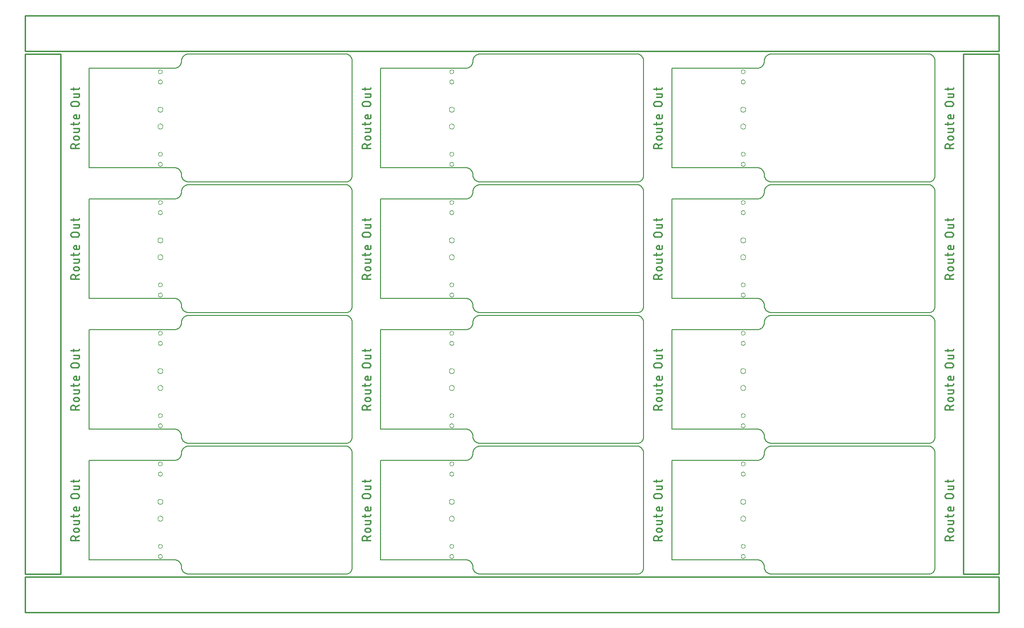
<source format=gko>
G75*
%MOIN*%
%OFA0B0*%
%FSLAX25Y25*%
%IPPOS*%
%LPD*%
%AMOC8*
5,1,8,0,0,1.08239X$1,22.5*
%
%ADD10C,0.00800*%
%ADD11C,0.01100*%
%ADD12C,0.01000*%
%ADD13C,0.00000*%
D10*
X0046750Y0038500D02*
X0046750Y0108500D01*
X0106750Y0108500D01*
X0106890Y0108502D01*
X0107030Y0108508D01*
X0107170Y0108518D01*
X0107310Y0108531D01*
X0107449Y0108549D01*
X0107588Y0108571D01*
X0107725Y0108596D01*
X0107863Y0108625D01*
X0107999Y0108658D01*
X0108134Y0108695D01*
X0108268Y0108736D01*
X0108401Y0108781D01*
X0108533Y0108829D01*
X0108663Y0108881D01*
X0108792Y0108936D01*
X0108919Y0108995D01*
X0109045Y0109058D01*
X0109169Y0109124D01*
X0109290Y0109193D01*
X0109410Y0109266D01*
X0109528Y0109343D01*
X0109643Y0109422D01*
X0109757Y0109505D01*
X0109867Y0109591D01*
X0109976Y0109680D01*
X0110082Y0109772D01*
X0110185Y0109867D01*
X0110286Y0109964D01*
X0110383Y0110065D01*
X0110478Y0110168D01*
X0110570Y0110274D01*
X0110659Y0110383D01*
X0110745Y0110493D01*
X0110828Y0110607D01*
X0110907Y0110722D01*
X0110984Y0110840D01*
X0111057Y0110960D01*
X0111126Y0111081D01*
X0111192Y0111205D01*
X0111255Y0111331D01*
X0111314Y0111458D01*
X0111369Y0111587D01*
X0111421Y0111717D01*
X0111469Y0111849D01*
X0111514Y0111982D01*
X0111555Y0112116D01*
X0111592Y0112251D01*
X0111625Y0112387D01*
X0111654Y0112525D01*
X0111679Y0112662D01*
X0111701Y0112801D01*
X0111719Y0112940D01*
X0111732Y0113080D01*
X0111742Y0113220D01*
X0111748Y0113360D01*
X0111750Y0113500D01*
X0111752Y0113640D01*
X0111758Y0113780D01*
X0111768Y0113920D01*
X0111781Y0114060D01*
X0111799Y0114199D01*
X0111821Y0114338D01*
X0111846Y0114475D01*
X0111875Y0114613D01*
X0111908Y0114749D01*
X0111945Y0114884D01*
X0111986Y0115018D01*
X0112031Y0115151D01*
X0112079Y0115283D01*
X0112131Y0115413D01*
X0112186Y0115542D01*
X0112245Y0115669D01*
X0112308Y0115795D01*
X0112374Y0115919D01*
X0112443Y0116040D01*
X0112516Y0116160D01*
X0112593Y0116278D01*
X0112672Y0116393D01*
X0112755Y0116507D01*
X0112841Y0116617D01*
X0112930Y0116726D01*
X0113022Y0116832D01*
X0113117Y0116935D01*
X0113214Y0117036D01*
X0113315Y0117133D01*
X0113418Y0117228D01*
X0113524Y0117320D01*
X0113633Y0117409D01*
X0113743Y0117495D01*
X0113857Y0117578D01*
X0113972Y0117657D01*
X0114090Y0117734D01*
X0114210Y0117807D01*
X0114331Y0117876D01*
X0114455Y0117942D01*
X0114581Y0118005D01*
X0114708Y0118064D01*
X0114837Y0118119D01*
X0114967Y0118171D01*
X0115099Y0118219D01*
X0115232Y0118264D01*
X0115366Y0118305D01*
X0115501Y0118342D01*
X0115637Y0118375D01*
X0115775Y0118404D01*
X0115912Y0118429D01*
X0116051Y0118451D01*
X0116190Y0118469D01*
X0116330Y0118482D01*
X0116470Y0118492D01*
X0116610Y0118498D01*
X0116750Y0118500D01*
X0227169Y0118500D01*
X0227518Y0120500D02*
X0116750Y0120500D01*
X0116610Y0120502D01*
X0116470Y0120508D01*
X0116330Y0120518D01*
X0116190Y0120531D01*
X0116051Y0120549D01*
X0115912Y0120571D01*
X0115775Y0120596D01*
X0115637Y0120625D01*
X0115501Y0120658D01*
X0115366Y0120695D01*
X0115232Y0120736D01*
X0115099Y0120781D01*
X0114967Y0120829D01*
X0114837Y0120881D01*
X0114708Y0120936D01*
X0114581Y0120995D01*
X0114455Y0121058D01*
X0114331Y0121124D01*
X0114210Y0121193D01*
X0114090Y0121266D01*
X0113972Y0121343D01*
X0113857Y0121422D01*
X0113743Y0121505D01*
X0113633Y0121591D01*
X0113524Y0121680D01*
X0113418Y0121772D01*
X0113315Y0121867D01*
X0113214Y0121964D01*
X0113117Y0122065D01*
X0113022Y0122168D01*
X0112930Y0122274D01*
X0112841Y0122383D01*
X0112755Y0122493D01*
X0112672Y0122607D01*
X0112593Y0122722D01*
X0112516Y0122840D01*
X0112443Y0122960D01*
X0112374Y0123081D01*
X0112308Y0123205D01*
X0112245Y0123331D01*
X0112186Y0123458D01*
X0112131Y0123587D01*
X0112079Y0123717D01*
X0112031Y0123849D01*
X0111986Y0123982D01*
X0111945Y0124116D01*
X0111908Y0124251D01*
X0111875Y0124387D01*
X0111846Y0124525D01*
X0111821Y0124662D01*
X0111799Y0124801D01*
X0111781Y0124940D01*
X0111768Y0125080D01*
X0111758Y0125220D01*
X0111752Y0125360D01*
X0111750Y0125500D01*
X0111748Y0125640D01*
X0111742Y0125780D01*
X0111732Y0125920D01*
X0111719Y0126060D01*
X0111701Y0126199D01*
X0111679Y0126338D01*
X0111654Y0126475D01*
X0111625Y0126613D01*
X0111592Y0126749D01*
X0111555Y0126884D01*
X0111514Y0127018D01*
X0111469Y0127151D01*
X0111421Y0127283D01*
X0111369Y0127413D01*
X0111314Y0127542D01*
X0111255Y0127669D01*
X0111192Y0127795D01*
X0111126Y0127919D01*
X0111057Y0128040D01*
X0110984Y0128160D01*
X0110907Y0128278D01*
X0110828Y0128393D01*
X0110745Y0128507D01*
X0110659Y0128617D01*
X0110570Y0128726D01*
X0110478Y0128832D01*
X0110383Y0128935D01*
X0110286Y0129036D01*
X0110185Y0129133D01*
X0110082Y0129228D01*
X0109976Y0129320D01*
X0109867Y0129409D01*
X0109757Y0129495D01*
X0109643Y0129578D01*
X0109528Y0129657D01*
X0109410Y0129734D01*
X0109290Y0129807D01*
X0109169Y0129876D01*
X0109045Y0129942D01*
X0108919Y0130005D01*
X0108792Y0130064D01*
X0108663Y0130119D01*
X0108533Y0130171D01*
X0108401Y0130219D01*
X0108268Y0130264D01*
X0108134Y0130305D01*
X0107999Y0130342D01*
X0107863Y0130375D01*
X0107725Y0130404D01*
X0107588Y0130429D01*
X0107449Y0130451D01*
X0107310Y0130469D01*
X0107170Y0130482D01*
X0107030Y0130492D01*
X0106890Y0130498D01*
X0106750Y0130500D01*
X0046750Y0130500D01*
X0046750Y0200500D01*
X0106750Y0200500D01*
X0106890Y0200502D01*
X0107030Y0200508D01*
X0107170Y0200518D01*
X0107310Y0200531D01*
X0107449Y0200549D01*
X0107588Y0200571D01*
X0107725Y0200596D01*
X0107863Y0200625D01*
X0107999Y0200658D01*
X0108134Y0200695D01*
X0108268Y0200736D01*
X0108401Y0200781D01*
X0108533Y0200829D01*
X0108663Y0200881D01*
X0108792Y0200936D01*
X0108919Y0200995D01*
X0109045Y0201058D01*
X0109169Y0201124D01*
X0109290Y0201193D01*
X0109410Y0201266D01*
X0109528Y0201343D01*
X0109643Y0201422D01*
X0109757Y0201505D01*
X0109867Y0201591D01*
X0109976Y0201680D01*
X0110082Y0201772D01*
X0110185Y0201867D01*
X0110286Y0201964D01*
X0110383Y0202065D01*
X0110478Y0202168D01*
X0110570Y0202274D01*
X0110659Y0202383D01*
X0110745Y0202493D01*
X0110828Y0202607D01*
X0110907Y0202722D01*
X0110984Y0202840D01*
X0111057Y0202960D01*
X0111126Y0203081D01*
X0111192Y0203205D01*
X0111255Y0203331D01*
X0111314Y0203458D01*
X0111369Y0203587D01*
X0111421Y0203717D01*
X0111469Y0203849D01*
X0111514Y0203982D01*
X0111555Y0204116D01*
X0111592Y0204251D01*
X0111625Y0204387D01*
X0111654Y0204525D01*
X0111679Y0204662D01*
X0111701Y0204801D01*
X0111719Y0204940D01*
X0111732Y0205080D01*
X0111742Y0205220D01*
X0111748Y0205360D01*
X0111750Y0205500D01*
X0111752Y0205640D01*
X0111758Y0205780D01*
X0111768Y0205920D01*
X0111781Y0206060D01*
X0111799Y0206199D01*
X0111821Y0206338D01*
X0111846Y0206475D01*
X0111875Y0206613D01*
X0111908Y0206749D01*
X0111945Y0206884D01*
X0111986Y0207018D01*
X0112031Y0207151D01*
X0112079Y0207283D01*
X0112131Y0207413D01*
X0112186Y0207542D01*
X0112245Y0207669D01*
X0112308Y0207795D01*
X0112374Y0207919D01*
X0112443Y0208040D01*
X0112516Y0208160D01*
X0112593Y0208278D01*
X0112672Y0208393D01*
X0112755Y0208507D01*
X0112841Y0208617D01*
X0112930Y0208726D01*
X0113022Y0208832D01*
X0113117Y0208935D01*
X0113214Y0209036D01*
X0113315Y0209133D01*
X0113418Y0209228D01*
X0113524Y0209320D01*
X0113633Y0209409D01*
X0113743Y0209495D01*
X0113857Y0209578D01*
X0113972Y0209657D01*
X0114090Y0209734D01*
X0114210Y0209807D01*
X0114331Y0209876D01*
X0114455Y0209942D01*
X0114581Y0210005D01*
X0114708Y0210064D01*
X0114837Y0210119D01*
X0114967Y0210171D01*
X0115099Y0210219D01*
X0115232Y0210264D01*
X0115366Y0210305D01*
X0115501Y0210342D01*
X0115637Y0210375D01*
X0115775Y0210404D01*
X0115912Y0210429D01*
X0116051Y0210451D01*
X0116190Y0210469D01*
X0116330Y0210482D01*
X0116470Y0210492D01*
X0116610Y0210498D01*
X0116750Y0210500D01*
X0227169Y0210500D01*
X0227518Y0212500D02*
X0116750Y0212500D01*
X0116610Y0212502D01*
X0116470Y0212508D01*
X0116330Y0212518D01*
X0116190Y0212531D01*
X0116051Y0212549D01*
X0115912Y0212571D01*
X0115775Y0212596D01*
X0115637Y0212625D01*
X0115501Y0212658D01*
X0115366Y0212695D01*
X0115232Y0212736D01*
X0115099Y0212781D01*
X0114967Y0212829D01*
X0114837Y0212881D01*
X0114708Y0212936D01*
X0114581Y0212995D01*
X0114455Y0213058D01*
X0114331Y0213124D01*
X0114210Y0213193D01*
X0114090Y0213266D01*
X0113972Y0213343D01*
X0113857Y0213422D01*
X0113743Y0213505D01*
X0113633Y0213591D01*
X0113524Y0213680D01*
X0113418Y0213772D01*
X0113315Y0213867D01*
X0113214Y0213964D01*
X0113117Y0214065D01*
X0113022Y0214168D01*
X0112930Y0214274D01*
X0112841Y0214383D01*
X0112755Y0214493D01*
X0112672Y0214607D01*
X0112593Y0214722D01*
X0112516Y0214840D01*
X0112443Y0214960D01*
X0112374Y0215081D01*
X0112308Y0215205D01*
X0112245Y0215331D01*
X0112186Y0215458D01*
X0112131Y0215587D01*
X0112079Y0215717D01*
X0112031Y0215849D01*
X0111986Y0215982D01*
X0111945Y0216116D01*
X0111908Y0216251D01*
X0111875Y0216387D01*
X0111846Y0216525D01*
X0111821Y0216662D01*
X0111799Y0216801D01*
X0111781Y0216940D01*
X0111768Y0217080D01*
X0111758Y0217220D01*
X0111752Y0217360D01*
X0111750Y0217500D01*
X0111748Y0217640D01*
X0111742Y0217780D01*
X0111732Y0217920D01*
X0111719Y0218060D01*
X0111701Y0218199D01*
X0111679Y0218338D01*
X0111654Y0218475D01*
X0111625Y0218613D01*
X0111592Y0218749D01*
X0111555Y0218884D01*
X0111514Y0219018D01*
X0111469Y0219151D01*
X0111421Y0219283D01*
X0111369Y0219413D01*
X0111314Y0219542D01*
X0111255Y0219669D01*
X0111192Y0219795D01*
X0111126Y0219919D01*
X0111057Y0220040D01*
X0110984Y0220160D01*
X0110907Y0220278D01*
X0110828Y0220393D01*
X0110745Y0220507D01*
X0110659Y0220617D01*
X0110570Y0220726D01*
X0110478Y0220832D01*
X0110383Y0220935D01*
X0110286Y0221036D01*
X0110185Y0221133D01*
X0110082Y0221228D01*
X0109976Y0221320D01*
X0109867Y0221409D01*
X0109757Y0221495D01*
X0109643Y0221578D01*
X0109528Y0221657D01*
X0109410Y0221734D01*
X0109290Y0221807D01*
X0109169Y0221876D01*
X0109045Y0221942D01*
X0108919Y0222005D01*
X0108792Y0222064D01*
X0108663Y0222119D01*
X0108533Y0222171D01*
X0108401Y0222219D01*
X0108268Y0222264D01*
X0108134Y0222305D01*
X0107999Y0222342D01*
X0107863Y0222375D01*
X0107725Y0222404D01*
X0107588Y0222429D01*
X0107449Y0222451D01*
X0107310Y0222469D01*
X0107170Y0222482D01*
X0107030Y0222492D01*
X0106890Y0222498D01*
X0106750Y0222500D01*
X0046750Y0222500D01*
X0046750Y0292500D01*
X0106750Y0292500D01*
X0106890Y0292502D01*
X0107030Y0292508D01*
X0107170Y0292518D01*
X0107310Y0292531D01*
X0107449Y0292549D01*
X0107588Y0292571D01*
X0107725Y0292596D01*
X0107863Y0292625D01*
X0107999Y0292658D01*
X0108134Y0292695D01*
X0108268Y0292736D01*
X0108401Y0292781D01*
X0108533Y0292829D01*
X0108663Y0292881D01*
X0108792Y0292936D01*
X0108919Y0292995D01*
X0109045Y0293058D01*
X0109169Y0293124D01*
X0109290Y0293193D01*
X0109410Y0293266D01*
X0109528Y0293343D01*
X0109643Y0293422D01*
X0109757Y0293505D01*
X0109867Y0293591D01*
X0109976Y0293680D01*
X0110082Y0293772D01*
X0110185Y0293867D01*
X0110286Y0293964D01*
X0110383Y0294065D01*
X0110478Y0294168D01*
X0110570Y0294274D01*
X0110659Y0294383D01*
X0110745Y0294493D01*
X0110828Y0294607D01*
X0110907Y0294722D01*
X0110984Y0294840D01*
X0111057Y0294960D01*
X0111126Y0295081D01*
X0111192Y0295205D01*
X0111255Y0295331D01*
X0111314Y0295458D01*
X0111369Y0295587D01*
X0111421Y0295717D01*
X0111469Y0295849D01*
X0111514Y0295982D01*
X0111555Y0296116D01*
X0111592Y0296251D01*
X0111625Y0296387D01*
X0111654Y0296525D01*
X0111679Y0296662D01*
X0111701Y0296801D01*
X0111719Y0296940D01*
X0111732Y0297080D01*
X0111742Y0297220D01*
X0111748Y0297360D01*
X0111750Y0297500D01*
X0111752Y0297640D01*
X0111758Y0297780D01*
X0111768Y0297920D01*
X0111781Y0298060D01*
X0111799Y0298199D01*
X0111821Y0298338D01*
X0111846Y0298475D01*
X0111875Y0298613D01*
X0111908Y0298749D01*
X0111945Y0298884D01*
X0111986Y0299018D01*
X0112031Y0299151D01*
X0112079Y0299283D01*
X0112131Y0299413D01*
X0112186Y0299542D01*
X0112245Y0299669D01*
X0112308Y0299795D01*
X0112374Y0299919D01*
X0112443Y0300040D01*
X0112516Y0300160D01*
X0112593Y0300278D01*
X0112672Y0300393D01*
X0112755Y0300507D01*
X0112841Y0300617D01*
X0112930Y0300726D01*
X0113022Y0300832D01*
X0113117Y0300935D01*
X0113214Y0301036D01*
X0113315Y0301133D01*
X0113418Y0301228D01*
X0113524Y0301320D01*
X0113633Y0301409D01*
X0113743Y0301495D01*
X0113857Y0301578D01*
X0113972Y0301657D01*
X0114090Y0301734D01*
X0114210Y0301807D01*
X0114331Y0301876D01*
X0114455Y0301942D01*
X0114581Y0302005D01*
X0114708Y0302064D01*
X0114837Y0302119D01*
X0114967Y0302171D01*
X0115099Y0302219D01*
X0115232Y0302264D01*
X0115366Y0302305D01*
X0115501Y0302342D01*
X0115637Y0302375D01*
X0115775Y0302404D01*
X0115912Y0302429D01*
X0116051Y0302451D01*
X0116190Y0302469D01*
X0116330Y0302482D01*
X0116470Y0302492D01*
X0116610Y0302498D01*
X0116750Y0302500D01*
X0227169Y0302500D01*
X0227518Y0304500D02*
X0116750Y0304500D01*
X0116610Y0304502D01*
X0116470Y0304508D01*
X0116330Y0304518D01*
X0116190Y0304531D01*
X0116051Y0304549D01*
X0115912Y0304571D01*
X0115775Y0304596D01*
X0115637Y0304625D01*
X0115501Y0304658D01*
X0115366Y0304695D01*
X0115232Y0304736D01*
X0115099Y0304781D01*
X0114967Y0304829D01*
X0114837Y0304881D01*
X0114708Y0304936D01*
X0114581Y0304995D01*
X0114455Y0305058D01*
X0114331Y0305124D01*
X0114210Y0305193D01*
X0114090Y0305266D01*
X0113972Y0305343D01*
X0113857Y0305422D01*
X0113743Y0305505D01*
X0113633Y0305591D01*
X0113524Y0305680D01*
X0113418Y0305772D01*
X0113315Y0305867D01*
X0113214Y0305964D01*
X0113117Y0306065D01*
X0113022Y0306168D01*
X0112930Y0306274D01*
X0112841Y0306383D01*
X0112755Y0306493D01*
X0112672Y0306607D01*
X0112593Y0306722D01*
X0112516Y0306840D01*
X0112443Y0306960D01*
X0112374Y0307081D01*
X0112308Y0307205D01*
X0112245Y0307331D01*
X0112186Y0307458D01*
X0112131Y0307587D01*
X0112079Y0307717D01*
X0112031Y0307849D01*
X0111986Y0307982D01*
X0111945Y0308116D01*
X0111908Y0308251D01*
X0111875Y0308387D01*
X0111846Y0308525D01*
X0111821Y0308662D01*
X0111799Y0308801D01*
X0111781Y0308940D01*
X0111768Y0309080D01*
X0111758Y0309220D01*
X0111752Y0309360D01*
X0111750Y0309500D01*
X0111748Y0309640D01*
X0111742Y0309780D01*
X0111732Y0309920D01*
X0111719Y0310060D01*
X0111701Y0310199D01*
X0111679Y0310338D01*
X0111654Y0310475D01*
X0111625Y0310613D01*
X0111592Y0310749D01*
X0111555Y0310884D01*
X0111514Y0311018D01*
X0111469Y0311151D01*
X0111421Y0311283D01*
X0111369Y0311413D01*
X0111314Y0311542D01*
X0111255Y0311669D01*
X0111192Y0311795D01*
X0111126Y0311919D01*
X0111057Y0312040D01*
X0110984Y0312160D01*
X0110907Y0312278D01*
X0110828Y0312393D01*
X0110745Y0312507D01*
X0110659Y0312617D01*
X0110570Y0312726D01*
X0110478Y0312832D01*
X0110383Y0312935D01*
X0110286Y0313036D01*
X0110185Y0313133D01*
X0110082Y0313228D01*
X0109976Y0313320D01*
X0109867Y0313409D01*
X0109757Y0313495D01*
X0109643Y0313578D01*
X0109528Y0313657D01*
X0109410Y0313734D01*
X0109290Y0313807D01*
X0109169Y0313876D01*
X0109045Y0313942D01*
X0108919Y0314005D01*
X0108792Y0314064D01*
X0108663Y0314119D01*
X0108533Y0314171D01*
X0108401Y0314219D01*
X0108268Y0314264D01*
X0108134Y0314305D01*
X0107999Y0314342D01*
X0107863Y0314375D01*
X0107725Y0314404D01*
X0107588Y0314429D01*
X0107449Y0314451D01*
X0107310Y0314469D01*
X0107170Y0314482D01*
X0107030Y0314492D01*
X0106890Y0314498D01*
X0106750Y0314500D01*
X0046750Y0314500D01*
X0046750Y0384500D01*
X0106750Y0384500D01*
X0106890Y0384502D01*
X0107030Y0384508D01*
X0107170Y0384518D01*
X0107310Y0384531D01*
X0107449Y0384549D01*
X0107588Y0384571D01*
X0107725Y0384596D01*
X0107863Y0384625D01*
X0107999Y0384658D01*
X0108134Y0384695D01*
X0108268Y0384736D01*
X0108401Y0384781D01*
X0108533Y0384829D01*
X0108663Y0384881D01*
X0108792Y0384936D01*
X0108919Y0384995D01*
X0109045Y0385058D01*
X0109169Y0385124D01*
X0109290Y0385193D01*
X0109410Y0385266D01*
X0109528Y0385343D01*
X0109643Y0385422D01*
X0109757Y0385505D01*
X0109867Y0385591D01*
X0109976Y0385680D01*
X0110082Y0385772D01*
X0110185Y0385867D01*
X0110286Y0385964D01*
X0110383Y0386065D01*
X0110478Y0386168D01*
X0110570Y0386274D01*
X0110659Y0386383D01*
X0110745Y0386493D01*
X0110828Y0386607D01*
X0110907Y0386722D01*
X0110984Y0386840D01*
X0111057Y0386960D01*
X0111126Y0387081D01*
X0111192Y0387205D01*
X0111255Y0387331D01*
X0111314Y0387458D01*
X0111369Y0387587D01*
X0111421Y0387717D01*
X0111469Y0387849D01*
X0111514Y0387982D01*
X0111555Y0388116D01*
X0111592Y0388251D01*
X0111625Y0388387D01*
X0111654Y0388525D01*
X0111679Y0388662D01*
X0111701Y0388801D01*
X0111719Y0388940D01*
X0111732Y0389080D01*
X0111742Y0389220D01*
X0111748Y0389360D01*
X0111750Y0389500D01*
X0111752Y0389640D01*
X0111758Y0389780D01*
X0111768Y0389920D01*
X0111781Y0390060D01*
X0111799Y0390199D01*
X0111821Y0390338D01*
X0111846Y0390475D01*
X0111875Y0390613D01*
X0111908Y0390749D01*
X0111945Y0390884D01*
X0111986Y0391018D01*
X0112031Y0391151D01*
X0112079Y0391283D01*
X0112131Y0391413D01*
X0112186Y0391542D01*
X0112245Y0391669D01*
X0112308Y0391795D01*
X0112374Y0391919D01*
X0112443Y0392040D01*
X0112516Y0392160D01*
X0112593Y0392278D01*
X0112672Y0392393D01*
X0112755Y0392507D01*
X0112841Y0392617D01*
X0112930Y0392726D01*
X0113022Y0392832D01*
X0113117Y0392935D01*
X0113214Y0393036D01*
X0113315Y0393133D01*
X0113418Y0393228D01*
X0113524Y0393320D01*
X0113633Y0393409D01*
X0113743Y0393495D01*
X0113857Y0393578D01*
X0113972Y0393657D01*
X0114090Y0393734D01*
X0114210Y0393807D01*
X0114331Y0393876D01*
X0114455Y0393942D01*
X0114581Y0394005D01*
X0114708Y0394064D01*
X0114837Y0394119D01*
X0114967Y0394171D01*
X0115099Y0394219D01*
X0115232Y0394264D01*
X0115366Y0394305D01*
X0115501Y0394342D01*
X0115637Y0394375D01*
X0115775Y0394404D01*
X0115912Y0394429D01*
X0116051Y0394451D01*
X0116190Y0394469D01*
X0116330Y0394482D01*
X0116470Y0394492D01*
X0116610Y0394498D01*
X0116750Y0394500D01*
X0227169Y0394500D01*
X0227302Y0394498D01*
X0227435Y0394492D01*
X0227568Y0394483D01*
X0227701Y0394469D01*
X0227833Y0394452D01*
X0227964Y0394430D01*
X0228095Y0394405D01*
X0228225Y0394377D01*
X0228355Y0394344D01*
X0228483Y0394308D01*
X0228610Y0394267D01*
X0228736Y0394224D01*
X0228860Y0394176D01*
X0228983Y0394125D01*
X0229105Y0394071D01*
X0229225Y0394013D01*
X0229343Y0393951D01*
X0229460Y0393886D01*
X0229574Y0393818D01*
X0229686Y0393746D01*
X0229797Y0393672D01*
X0229905Y0393594D01*
X0230010Y0393512D01*
X0230114Y0393428D01*
X0230214Y0393341D01*
X0230313Y0393251D01*
X0230408Y0393158D01*
X0230501Y0393063D01*
X0230591Y0392964D01*
X0230678Y0392864D01*
X0230762Y0392760D01*
X0230844Y0392655D01*
X0230922Y0392547D01*
X0230996Y0392436D01*
X0231068Y0392324D01*
X0231136Y0392210D01*
X0231201Y0392093D01*
X0231263Y0391975D01*
X0231321Y0391855D01*
X0231375Y0391733D01*
X0231426Y0391610D01*
X0231474Y0391486D01*
X0231517Y0391360D01*
X0231558Y0391233D01*
X0231594Y0391105D01*
X0231627Y0390975D01*
X0231655Y0390845D01*
X0231680Y0390714D01*
X0231702Y0390583D01*
X0231719Y0390451D01*
X0231733Y0390318D01*
X0231742Y0390185D01*
X0231748Y0390052D01*
X0231750Y0389919D01*
X0231750Y0308732D01*
X0231748Y0308604D01*
X0231742Y0308476D01*
X0231733Y0308349D01*
X0231719Y0308222D01*
X0231702Y0308095D01*
X0231681Y0307969D01*
X0231656Y0307844D01*
X0231627Y0307719D01*
X0231595Y0307596D01*
X0231558Y0307473D01*
X0231519Y0307352D01*
X0231475Y0307231D01*
X0231428Y0307112D01*
X0231377Y0306995D01*
X0231323Y0306879D01*
X0231265Y0306765D01*
X0231204Y0306653D01*
X0231140Y0306543D01*
X0231072Y0306434D01*
X0231001Y0306328D01*
X0230927Y0306224D01*
X0230849Y0306122D01*
X0230769Y0306023D01*
X0230686Y0305926D01*
X0230599Y0305831D01*
X0230510Y0305740D01*
X0230419Y0305651D01*
X0230324Y0305564D01*
X0230227Y0305481D01*
X0230128Y0305401D01*
X0230026Y0305323D01*
X0229922Y0305249D01*
X0229816Y0305178D01*
X0229707Y0305110D01*
X0229597Y0305046D01*
X0229485Y0304985D01*
X0229371Y0304927D01*
X0229255Y0304873D01*
X0229138Y0304822D01*
X0229019Y0304775D01*
X0228898Y0304731D01*
X0228777Y0304692D01*
X0228654Y0304655D01*
X0228531Y0304623D01*
X0228406Y0304594D01*
X0228281Y0304569D01*
X0228155Y0304548D01*
X0228028Y0304531D01*
X0227901Y0304517D01*
X0227774Y0304508D01*
X0227646Y0304502D01*
X0227518Y0304500D01*
X0227169Y0302500D02*
X0227302Y0302498D01*
X0227435Y0302492D01*
X0227568Y0302483D01*
X0227701Y0302469D01*
X0227833Y0302452D01*
X0227964Y0302430D01*
X0228095Y0302405D01*
X0228225Y0302377D01*
X0228355Y0302344D01*
X0228483Y0302308D01*
X0228610Y0302267D01*
X0228736Y0302224D01*
X0228860Y0302176D01*
X0228983Y0302125D01*
X0229105Y0302071D01*
X0229225Y0302013D01*
X0229343Y0301951D01*
X0229460Y0301886D01*
X0229574Y0301818D01*
X0229686Y0301746D01*
X0229797Y0301672D01*
X0229905Y0301594D01*
X0230010Y0301512D01*
X0230114Y0301428D01*
X0230214Y0301341D01*
X0230313Y0301251D01*
X0230408Y0301158D01*
X0230501Y0301063D01*
X0230591Y0300964D01*
X0230678Y0300864D01*
X0230762Y0300760D01*
X0230844Y0300655D01*
X0230922Y0300547D01*
X0230996Y0300436D01*
X0231068Y0300324D01*
X0231136Y0300210D01*
X0231201Y0300093D01*
X0231263Y0299975D01*
X0231321Y0299855D01*
X0231375Y0299733D01*
X0231426Y0299610D01*
X0231474Y0299486D01*
X0231517Y0299360D01*
X0231558Y0299233D01*
X0231594Y0299105D01*
X0231627Y0298975D01*
X0231655Y0298845D01*
X0231680Y0298714D01*
X0231702Y0298583D01*
X0231719Y0298451D01*
X0231733Y0298318D01*
X0231742Y0298185D01*
X0231748Y0298052D01*
X0231750Y0297919D01*
X0231750Y0216732D01*
X0231748Y0216604D01*
X0231742Y0216476D01*
X0231733Y0216349D01*
X0231719Y0216222D01*
X0231702Y0216095D01*
X0231681Y0215969D01*
X0231656Y0215844D01*
X0231627Y0215719D01*
X0231595Y0215596D01*
X0231558Y0215473D01*
X0231519Y0215352D01*
X0231475Y0215231D01*
X0231428Y0215112D01*
X0231377Y0214995D01*
X0231323Y0214879D01*
X0231265Y0214765D01*
X0231204Y0214653D01*
X0231140Y0214543D01*
X0231072Y0214434D01*
X0231001Y0214328D01*
X0230927Y0214224D01*
X0230849Y0214122D01*
X0230769Y0214023D01*
X0230686Y0213926D01*
X0230599Y0213831D01*
X0230510Y0213740D01*
X0230419Y0213651D01*
X0230324Y0213564D01*
X0230227Y0213481D01*
X0230128Y0213401D01*
X0230026Y0213323D01*
X0229922Y0213249D01*
X0229816Y0213178D01*
X0229707Y0213110D01*
X0229597Y0213046D01*
X0229485Y0212985D01*
X0229371Y0212927D01*
X0229255Y0212873D01*
X0229138Y0212822D01*
X0229019Y0212775D01*
X0228898Y0212731D01*
X0228777Y0212692D01*
X0228654Y0212655D01*
X0228531Y0212623D01*
X0228406Y0212594D01*
X0228281Y0212569D01*
X0228155Y0212548D01*
X0228028Y0212531D01*
X0227901Y0212517D01*
X0227774Y0212508D01*
X0227646Y0212502D01*
X0227518Y0212500D01*
X0227169Y0210500D02*
X0227302Y0210498D01*
X0227435Y0210492D01*
X0227568Y0210483D01*
X0227701Y0210469D01*
X0227833Y0210452D01*
X0227964Y0210430D01*
X0228095Y0210405D01*
X0228225Y0210377D01*
X0228355Y0210344D01*
X0228483Y0210308D01*
X0228610Y0210267D01*
X0228736Y0210224D01*
X0228860Y0210176D01*
X0228983Y0210125D01*
X0229105Y0210071D01*
X0229225Y0210013D01*
X0229343Y0209951D01*
X0229460Y0209886D01*
X0229574Y0209818D01*
X0229686Y0209746D01*
X0229797Y0209672D01*
X0229905Y0209594D01*
X0230010Y0209512D01*
X0230114Y0209428D01*
X0230214Y0209341D01*
X0230313Y0209251D01*
X0230408Y0209158D01*
X0230501Y0209063D01*
X0230591Y0208964D01*
X0230678Y0208864D01*
X0230762Y0208760D01*
X0230844Y0208655D01*
X0230922Y0208547D01*
X0230996Y0208436D01*
X0231068Y0208324D01*
X0231136Y0208210D01*
X0231201Y0208093D01*
X0231263Y0207975D01*
X0231321Y0207855D01*
X0231375Y0207733D01*
X0231426Y0207610D01*
X0231474Y0207486D01*
X0231517Y0207360D01*
X0231558Y0207233D01*
X0231594Y0207105D01*
X0231627Y0206975D01*
X0231655Y0206845D01*
X0231680Y0206714D01*
X0231702Y0206583D01*
X0231719Y0206451D01*
X0231733Y0206318D01*
X0231742Y0206185D01*
X0231748Y0206052D01*
X0231750Y0205919D01*
X0231750Y0124732D01*
X0231748Y0124604D01*
X0231742Y0124476D01*
X0231733Y0124349D01*
X0231719Y0124222D01*
X0231702Y0124095D01*
X0231681Y0123969D01*
X0231656Y0123844D01*
X0231627Y0123719D01*
X0231595Y0123596D01*
X0231558Y0123473D01*
X0231519Y0123352D01*
X0231475Y0123231D01*
X0231428Y0123112D01*
X0231377Y0122995D01*
X0231323Y0122879D01*
X0231265Y0122765D01*
X0231204Y0122653D01*
X0231140Y0122543D01*
X0231072Y0122434D01*
X0231001Y0122328D01*
X0230927Y0122224D01*
X0230849Y0122122D01*
X0230769Y0122023D01*
X0230686Y0121926D01*
X0230599Y0121831D01*
X0230510Y0121740D01*
X0230419Y0121651D01*
X0230324Y0121564D01*
X0230227Y0121481D01*
X0230128Y0121401D01*
X0230026Y0121323D01*
X0229922Y0121249D01*
X0229816Y0121178D01*
X0229707Y0121110D01*
X0229597Y0121046D01*
X0229485Y0120985D01*
X0229371Y0120927D01*
X0229255Y0120873D01*
X0229138Y0120822D01*
X0229019Y0120775D01*
X0228898Y0120731D01*
X0228777Y0120692D01*
X0228654Y0120655D01*
X0228531Y0120623D01*
X0228406Y0120594D01*
X0228281Y0120569D01*
X0228155Y0120548D01*
X0228028Y0120531D01*
X0227901Y0120517D01*
X0227774Y0120508D01*
X0227646Y0120502D01*
X0227518Y0120500D01*
X0227169Y0118500D02*
X0227302Y0118498D01*
X0227435Y0118492D01*
X0227568Y0118483D01*
X0227701Y0118469D01*
X0227833Y0118452D01*
X0227964Y0118430D01*
X0228095Y0118405D01*
X0228225Y0118377D01*
X0228355Y0118344D01*
X0228483Y0118308D01*
X0228610Y0118267D01*
X0228736Y0118224D01*
X0228860Y0118176D01*
X0228983Y0118125D01*
X0229105Y0118071D01*
X0229225Y0118013D01*
X0229343Y0117951D01*
X0229460Y0117886D01*
X0229574Y0117818D01*
X0229686Y0117746D01*
X0229797Y0117672D01*
X0229905Y0117594D01*
X0230010Y0117512D01*
X0230114Y0117428D01*
X0230214Y0117341D01*
X0230313Y0117251D01*
X0230408Y0117158D01*
X0230501Y0117063D01*
X0230591Y0116964D01*
X0230678Y0116864D01*
X0230762Y0116760D01*
X0230844Y0116655D01*
X0230922Y0116547D01*
X0230996Y0116436D01*
X0231068Y0116324D01*
X0231136Y0116210D01*
X0231201Y0116093D01*
X0231263Y0115975D01*
X0231321Y0115855D01*
X0231375Y0115733D01*
X0231426Y0115610D01*
X0231474Y0115486D01*
X0231517Y0115360D01*
X0231558Y0115233D01*
X0231594Y0115105D01*
X0231627Y0114975D01*
X0231655Y0114845D01*
X0231680Y0114714D01*
X0231702Y0114583D01*
X0231719Y0114451D01*
X0231733Y0114318D01*
X0231742Y0114185D01*
X0231748Y0114052D01*
X0231750Y0113919D01*
X0231750Y0032732D01*
X0231748Y0032604D01*
X0231742Y0032476D01*
X0231733Y0032349D01*
X0231719Y0032222D01*
X0231702Y0032095D01*
X0231681Y0031969D01*
X0231656Y0031844D01*
X0231627Y0031719D01*
X0231595Y0031596D01*
X0231558Y0031473D01*
X0231519Y0031352D01*
X0231475Y0031231D01*
X0231428Y0031112D01*
X0231377Y0030995D01*
X0231323Y0030879D01*
X0231265Y0030765D01*
X0231204Y0030653D01*
X0231140Y0030543D01*
X0231072Y0030434D01*
X0231001Y0030328D01*
X0230927Y0030224D01*
X0230849Y0030122D01*
X0230769Y0030023D01*
X0230686Y0029926D01*
X0230599Y0029831D01*
X0230510Y0029740D01*
X0230419Y0029651D01*
X0230324Y0029564D01*
X0230227Y0029481D01*
X0230128Y0029401D01*
X0230026Y0029323D01*
X0229922Y0029249D01*
X0229816Y0029178D01*
X0229707Y0029110D01*
X0229597Y0029046D01*
X0229485Y0028985D01*
X0229371Y0028927D01*
X0229255Y0028873D01*
X0229138Y0028822D01*
X0229019Y0028775D01*
X0228898Y0028731D01*
X0228777Y0028692D01*
X0228654Y0028655D01*
X0228531Y0028623D01*
X0228406Y0028594D01*
X0228281Y0028569D01*
X0228155Y0028548D01*
X0228028Y0028531D01*
X0227901Y0028517D01*
X0227774Y0028508D01*
X0227646Y0028502D01*
X0227518Y0028500D01*
X0116750Y0028500D01*
X0116610Y0028502D01*
X0116470Y0028508D01*
X0116330Y0028518D01*
X0116190Y0028531D01*
X0116051Y0028549D01*
X0115912Y0028571D01*
X0115775Y0028596D01*
X0115637Y0028625D01*
X0115501Y0028658D01*
X0115366Y0028695D01*
X0115232Y0028736D01*
X0115099Y0028781D01*
X0114967Y0028829D01*
X0114837Y0028881D01*
X0114708Y0028936D01*
X0114581Y0028995D01*
X0114455Y0029058D01*
X0114331Y0029124D01*
X0114210Y0029193D01*
X0114090Y0029266D01*
X0113972Y0029343D01*
X0113857Y0029422D01*
X0113743Y0029505D01*
X0113633Y0029591D01*
X0113524Y0029680D01*
X0113418Y0029772D01*
X0113315Y0029867D01*
X0113214Y0029964D01*
X0113117Y0030065D01*
X0113022Y0030168D01*
X0112930Y0030274D01*
X0112841Y0030383D01*
X0112755Y0030493D01*
X0112672Y0030607D01*
X0112593Y0030722D01*
X0112516Y0030840D01*
X0112443Y0030960D01*
X0112374Y0031081D01*
X0112308Y0031205D01*
X0112245Y0031331D01*
X0112186Y0031458D01*
X0112131Y0031587D01*
X0112079Y0031717D01*
X0112031Y0031849D01*
X0111986Y0031982D01*
X0111945Y0032116D01*
X0111908Y0032251D01*
X0111875Y0032387D01*
X0111846Y0032525D01*
X0111821Y0032662D01*
X0111799Y0032801D01*
X0111781Y0032940D01*
X0111768Y0033080D01*
X0111758Y0033220D01*
X0111752Y0033360D01*
X0111750Y0033500D01*
X0111748Y0033640D01*
X0111742Y0033780D01*
X0111732Y0033920D01*
X0111719Y0034060D01*
X0111701Y0034199D01*
X0111679Y0034338D01*
X0111654Y0034475D01*
X0111625Y0034613D01*
X0111592Y0034749D01*
X0111555Y0034884D01*
X0111514Y0035018D01*
X0111469Y0035151D01*
X0111421Y0035283D01*
X0111369Y0035413D01*
X0111314Y0035542D01*
X0111255Y0035669D01*
X0111192Y0035795D01*
X0111126Y0035919D01*
X0111057Y0036040D01*
X0110984Y0036160D01*
X0110907Y0036278D01*
X0110828Y0036393D01*
X0110745Y0036507D01*
X0110659Y0036617D01*
X0110570Y0036726D01*
X0110478Y0036832D01*
X0110383Y0036935D01*
X0110286Y0037036D01*
X0110185Y0037133D01*
X0110082Y0037228D01*
X0109976Y0037320D01*
X0109867Y0037409D01*
X0109757Y0037495D01*
X0109643Y0037578D01*
X0109528Y0037657D01*
X0109410Y0037734D01*
X0109290Y0037807D01*
X0109169Y0037876D01*
X0109045Y0037942D01*
X0108919Y0038005D01*
X0108792Y0038064D01*
X0108663Y0038119D01*
X0108533Y0038171D01*
X0108401Y0038219D01*
X0108268Y0038264D01*
X0108134Y0038305D01*
X0107999Y0038342D01*
X0107863Y0038375D01*
X0107725Y0038404D01*
X0107588Y0038429D01*
X0107449Y0038451D01*
X0107310Y0038469D01*
X0107170Y0038482D01*
X0107030Y0038492D01*
X0106890Y0038498D01*
X0106750Y0038500D01*
X0046750Y0038500D01*
X0251750Y0038500D02*
X0251750Y0108500D01*
X0311750Y0108500D01*
X0311890Y0108502D01*
X0312030Y0108508D01*
X0312170Y0108518D01*
X0312310Y0108531D01*
X0312449Y0108549D01*
X0312588Y0108571D01*
X0312725Y0108596D01*
X0312863Y0108625D01*
X0312999Y0108658D01*
X0313134Y0108695D01*
X0313268Y0108736D01*
X0313401Y0108781D01*
X0313533Y0108829D01*
X0313663Y0108881D01*
X0313792Y0108936D01*
X0313919Y0108995D01*
X0314045Y0109058D01*
X0314169Y0109124D01*
X0314290Y0109193D01*
X0314410Y0109266D01*
X0314528Y0109343D01*
X0314643Y0109422D01*
X0314757Y0109505D01*
X0314867Y0109591D01*
X0314976Y0109680D01*
X0315082Y0109772D01*
X0315185Y0109867D01*
X0315286Y0109964D01*
X0315383Y0110065D01*
X0315478Y0110168D01*
X0315570Y0110274D01*
X0315659Y0110383D01*
X0315745Y0110493D01*
X0315828Y0110607D01*
X0315907Y0110722D01*
X0315984Y0110840D01*
X0316057Y0110960D01*
X0316126Y0111081D01*
X0316192Y0111205D01*
X0316255Y0111331D01*
X0316314Y0111458D01*
X0316369Y0111587D01*
X0316421Y0111717D01*
X0316469Y0111849D01*
X0316514Y0111982D01*
X0316555Y0112116D01*
X0316592Y0112251D01*
X0316625Y0112387D01*
X0316654Y0112525D01*
X0316679Y0112662D01*
X0316701Y0112801D01*
X0316719Y0112940D01*
X0316732Y0113080D01*
X0316742Y0113220D01*
X0316748Y0113360D01*
X0316750Y0113500D01*
X0316752Y0113640D01*
X0316758Y0113780D01*
X0316768Y0113920D01*
X0316781Y0114060D01*
X0316799Y0114199D01*
X0316821Y0114338D01*
X0316846Y0114475D01*
X0316875Y0114613D01*
X0316908Y0114749D01*
X0316945Y0114884D01*
X0316986Y0115018D01*
X0317031Y0115151D01*
X0317079Y0115283D01*
X0317131Y0115413D01*
X0317186Y0115542D01*
X0317245Y0115669D01*
X0317308Y0115795D01*
X0317374Y0115919D01*
X0317443Y0116040D01*
X0317516Y0116160D01*
X0317593Y0116278D01*
X0317672Y0116393D01*
X0317755Y0116507D01*
X0317841Y0116617D01*
X0317930Y0116726D01*
X0318022Y0116832D01*
X0318117Y0116935D01*
X0318214Y0117036D01*
X0318315Y0117133D01*
X0318418Y0117228D01*
X0318524Y0117320D01*
X0318633Y0117409D01*
X0318743Y0117495D01*
X0318857Y0117578D01*
X0318972Y0117657D01*
X0319090Y0117734D01*
X0319210Y0117807D01*
X0319331Y0117876D01*
X0319455Y0117942D01*
X0319581Y0118005D01*
X0319708Y0118064D01*
X0319837Y0118119D01*
X0319967Y0118171D01*
X0320099Y0118219D01*
X0320232Y0118264D01*
X0320366Y0118305D01*
X0320501Y0118342D01*
X0320637Y0118375D01*
X0320775Y0118404D01*
X0320912Y0118429D01*
X0321051Y0118451D01*
X0321190Y0118469D01*
X0321330Y0118482D01*
X0321470Y0118492D01*
X0321610Y0118498D01*
X0321750Y0118500D01*
X0432169Y0118500D01*
X0432518Y0120500D02*
X0321750Y0120500D01*
X0321610Y0120502D01*
X0321470Y0120508D01*
X0321330Y0120518D01*
X0321190Y0120531D01*
X0321051Y0120549D01*
X0320912Y0120571D01*
X0320775Y0120596D01*
X0320637Y0120625D01*
X0320501Y0120658D01*
X0320366Y0120695D01*
X0320232Y0120736D01*
X0320099Y0120781D01*
X0319967Y0120829D01*
X0319837Y0120881D01*
X0319708Y0120936D01*
X0319581Y0120995D01*
X0319455Y0121058D01*
X0319331Y0121124D01*
X0319210Y0121193D01*
X0319090Y0121266D01*
X0318972Y0121343D01*
X0318857Y0121422D01*
X0318743Y0121505D01*
X0318633Y0121591D01*
X0318524Y0121680D01*
X0318418Y0121772D01*
X0318315Y0121867D01*
X0318214Y0121964D01*
X0318117Y0122065D01*
X0318022Y0122168D01*
X0317930Y0122274D01*
X0317841Y0122383D01*
X0317755Y0122493D01*
X0317672Y0122607D01*
X0317593Y0122722D01*
X0317516Y0122840D01*
X0317443Y0122960D01*
X0317374Y0123081D01*
X0317308Y0123205D01*
X0317245Y0123331D01*
X0317186Y0123458D01*
X0317131Y0123587D01*
X0317079Y0123717D01*
X0317031Y0123849D01*
X0316986Y0123982D01*
X0316945Y0124116D01*
X0316908Y0124251D01*
X0316875Y0124387D01*
X0316846Y0124525D01*
X0316821Y0124662D01*
X0316799Y0124801D01*
X0316781Y0124940D01*
X0316768Y0125080D01*
X0316758Y0125220D01*
X0316752Y0125360D01*
X0316750Y0125500D01*
X0316748Y0125640D01*
X0316742Y0125780D01*
X0316732Y0125920D01*
X0316719Y0126060D01*
X0316701Y0126199D01*
X0316679Y0126338D01*
X0316654Y0126475D01*
X0316625Y0126613D01*
X0316592Y0126749D01*
X0316555Y0126884D01*
X0316514Y0127018D01*
X0316469Y0127151D01*
X0316421Y0127283D01*
X0316369Y0127413D01*
X0316314Y0127542D01*
X0316255Y0127669D01*
X0316192Y0127795D01*
X0316126Y0127919D01*
X0316057Y0128040D01*
X0315984Y0128160D01*
X0315907Y0128278D01*
X0315828Y0128393D01*
X0315745Y0128507D01*
X0315659Y0128617D01*
X0315570Y0128726D01*
X0315478Y0128832D01*
X0315383Y0128935D01*
X0315286Y0129036D01*
X0315185Y0129133D01*
X0315082Y0129228D01*
X0314976Y0129320D01*
X0314867Y0129409D01*
X0314757Y0129495D01*
X0314643Y0129578D01*
X0314528Y0129657D01*
X0314410Y0129734D01*
X0314290Y0129807D01*
X0314169Y0129876D01*
X0314045Y0129942D01*
X0313919Y0130005D01*
X0313792Y0130064D01*
X0313663Y0130119D01*
X0313533Y0130171D01*
X0313401Y0130219D01*
X0313268Y0130264D01*
X0313134Y0130305D01*
X0312999Y0130342D01*
X0312863Y0130375D01*
X0312725Y0130404D01*
X0312588Y0130429D01*
X0312449Y0130451D01*
X0312310Y0130469D01*
X0312170Y0130482D01*
X0312030Y0130492D01*
X0311890Y0130498D01*
X0311750Y0130500D01*
X0251750Y0130500D01*
X0251750Y0200500D01*
X0311750Y0200500D01*
X0311890Y0200502D01*
X0312030Y0200508D01*
X0312170Y0200518D01*
X0312310Y0200531D01*
X0312449Y0200549D01*
X0312588Y0200571D01*
X0312725Y0200596D01*
X0312863Y0200625D01*
X0312999Y0200658D01*
X0313134Y0200695D01*
X0313268Y0200736D01*
X0313401Y0200781D01*
X0313533Y0200829D01*
X0313663Y0200881D01*
X0313792Y0200936D01*
X0313919Y0200995D01*
X0314045Y0201058D01*
X0314169Y0201124D01*
X0314290Y0201193D01*
X0314410Y0201266D01*
X0314528Y0201343D01*
X0314643Y0201422D01*
X0314757Y0201505D01*
X0314867Y0201591D01*
X0314976Y0201680D01*
X0315082Y0201772D01*
X0315185Y0201867D01*
X0315286Y0201964D01*
X0315383Y0202065D01*
X0315478Y0202168D01*
X0315570Y0202274D01*
X0315659Y0202383D01*
X0315745Y0202493D01*
X0315828Y0202607D01*
X0315907Y0202722D01*
X0315984Y0202840D01*
X0316057Y0202960D01*
X0316126Y0203081D01*
X0316192Y0203205D01*
X0316255Y0203331D01*
X0316314Y0203458D01*
X0316369Y0203587D01*
X0316421Y0203717D01*
X0316469Y0203849D01*
X0316514Y0203982D01*
X0316555Y0204116D01*
X0316592Y0204251D01*
X0316625Y0204387D01*
X0316654Y0204525D01*
X0316679Y0204662D01*
X0316701Y0204801D01*
X0316719Y0204940D01*
X0316732Y0205080D01*
X0316742Y0205220D01*
X0316748Y0205360D01*
X0316750Y0205500D01*
X0316752Y0205640D01*
X0316758Y0205780D01*
X0316768Y0205920D01*
X0316781Y0206060D01*
X0316799Y0206199D01*
X0316821Y0206338D01*
X0316846Y0206475D01*
X0316875Y0206613D01*
X0316908Y0206749D01*
X0316945Y0206884D01*
X0316986Y0207018D01*
X0317031Y0207151D01*
X0317079Y0207283D01*
X0317131Y0207413D01*
X0317186Y0207542D01*
X0317245Y0207669D01*
X0317308Y0207795D01*
X0317374Y0207919D01*
X0317443Y0208040D01*
X0317516Y0208160D01*
X0317593Y0208278D01*
X0317672Y0208393D01*
X0317755Y0208507D01*
X0317841Y0208617D01*
X0317930Y0208726D01*
X0318022Y0208832D01*
X0318117Y0208935D01*
X0318214Y0209036D01*
X0318315Y0209133D01*
X0318418Y0209228D01*
X0318524Y0209320D01*
X0318633Y0209409D01*
X0318743Y0209495D01*
X0318857Y0209578D01*
X0318972Y0209657D01*
X0319090Y0209734D01*
X0319210Y0209807D01*
X0319331Y0209876D01*
X0319455Y0209942D01*
X0319581Y0210005D01*
X0319708Y0210064D01*
X0319837Y0210119D01*
X0319967Y0210171D01*
X0320099Y0210219D01*
X0320232Y0210264D01*
X0320366Y0210305D01*
X0320501Y0210342D01*
X0320637Y0210375D01*
X0320775Y0210404D01*
X0320912Y0210429D01*
X0321051Y0210451D01*
X0321190Y0210469D01*
X0321330Y0210482D01*
X0321470Y0210492D01*
X0321610Y0210498D01*
X0321750Y0210500D01*
X0432169Y0210500D01*
X0432518Y0212500D02*
X0321750Y0212500D01*
X0321610Y0212502D01*
X0321470Y0212508D01*
X0321330Y0212518D01*
X0321190Y0212531D01*
X0321051Y0212549D01*
X0320912Y0212571D01*
X0320775Y0212596D01*
X0320637Y0212625D01*
X0320501Y0212658D01*
X0320366Y0212695D01*
X0320232Y0212736D01*
X0320099Y0212781D01*
X0319967Y0212829D01*
X0319837Y0212881D01*
X0319708Y0212936D01*
X0319581Y0212995D01*
X0319455Y0213058D01*
X0319331Y0213124D01*
X0319210Y0213193D01*
X0319090Y0213266D01*
X0318972Y0213343D01*
X0318857Y0213422D01*
X0318743Y0213505D01*
X0318633Y0213591D01*
X0318524Y0213680D01*
X0318418Y0213772D01*
X0318315Y0213867D01*
X0318214Y0213964D01*
X0318117Y0214065D01*
X0318022Y0214168D01*
X0317930Y0214274D01*
X0317841Y0214383D01*
X0317755Y0214493D01*
X0317672Y0214607D01*
X0317593Y0214722D01*
X0317516Y0214840D01*
X0317443Y0214960D01*
X0317374Y0215081D01*
X0317308Y0215205D01*
X0317245Y0215331D01*
X0317186Y0215458D01*
X0317131Y0215587D01*
X0317079Y0215717D01*
X0317031Y0215849D01*
X0316986Y0215982D01*
X0316945Y0216116D01*
X0316908Y0216251D01*
X0316875Y0216387D01*
X0316846Y0216525D01*
X0316821Y0216662D01*
X0316799Y0216801D01*
X0316781Y0216940D01*
X0316768Y0217080D01*
X0316758Y0217220D01*
X0316752Y0217360D01*
X0316750Y0217500D01*
X0316748Y0217640D01*
X0316742Y0217780D01*
X0316732Y0217920D01*
X0316719Y0218060D01*
X0316701Y0218199D01*
X0316679Y0218338D01*
X0316654Y0218475D01*
X0316625Y0218613D01*
X0316592Y0218749D01*
X0316555Y0218884D01*
X0316514Y0219018D01*
X0316469Y0219151D01*
X0316421Y0219283D01*
X0316369Y0219413D01*
X0316314Y0219542D01*
X0316255Y0219669D01*
X0316192Y0219795D01*
X0316126Y0219919D01*
X0316057Y0220040D01*
X0315984Y0220160D01*
X0315907Y0220278D01*
X0315828Y0220393D01*
X0315745Y0220507D01*
X0315659Y0220617D01*
X0315570Y0220726D01*
X0315478Y0220832D01*
X0315383Y0220935D01*
X0315286Y0221036D01*
X0315185Y0221133D01*
X0315082Y0221228D01*
X0314976Y0221320D01*
X0314867Y0221409D01*
X0314757Y0221495D01*
X0314643Y0221578D01*
X0314528Y0221657D01*
X0314410Y0221734D01*
X0314290Y0221807D01*
X0314169Y0221876D01*
X0314045Y0221942D01*
X0313919Y0222005D01*
X0313792Y0222064D01*
X0313663Y0222119D01*
X0313533Y0222171D01*
X0313401Y0222219D01*
X0313268Y0222264D01*
X0313134Y0222305D01*
X0312999Y0222342D01*
X0312863Y0222375D01*
X0312725Y0222404D01*
X0312588Y0222429D01*
X0312449Y0222451D01*
X0312310Y0222469D01*
X0312170Y0222482D01*
X0312030Y0222492D01*
X0311890Y0222498D01*
X0311750Y0222500D01*
X0251750Y0222500D01*
X0251750Y0292500D01*
X0311750Y0292500D01*
X0311890Y0292502D01*
X0312030Y0292508D01*
X0312170Y0292518D01*
X0312310Y0292531D01*
X0312449Y0292549D01*
X0312588Y0292571D01*
X0312725Y0292596D01*
X0312863Y0292625D01*
X0312999Y0292658D01*
X0313134Y0292695D01*
X0313268Y0292736D01*
X0313401Y0292781D01*
X0313533Y0292829D01*
X0313663Y0292881D01*
X0313792Y0292936D01*
X0313919Y0292995D01*
X0314045Y0293058D01*
X0314169Y0293124D01*
X0314290Y0293193D01*
X0314410Y0293266D01*
X0314528Y0293343D01*
X0314643Y0293422D01*
X0314757Y0293505D01*
X0314867Y0293591D01*
X0314976Y0293680D01*
X0315082Y0293772D01*
X0315185Y0293867D01*
X0315286Y0293964D01*
X0315383Y0294065D01*
X0315478Y0294168D01*
X0315570Y0294274D01*
X0315659Y0294383D01*
X0315745Y0294493D01*
X0315828Y0294607D01*
X0315907Y0294722D01*
X0315984Y0294840D01*
X0316057Y0294960D01*
X0316126Y0295081D01*
X0316192Y0295205D01*
X0316255Y0295331D01*
X0316314Y0295458D01*
X0316369Y0295587D01*
X0316421Y0295717D01*
X0316469Y0295849D01*
X0316514Y0295982D01*
X0316555Y0296116D01*
X0316592Y0296251D01*
X0316625Y0296387D01*
X0316654Y0296525D01*
X0316679Y0296662D01*
X0316701Y0296801D01*
X0316719Y0296940D01*
X0316732Y0297080D01*
X0316742Y0297220D01*
X0316748Y0297360D01*
X0316750Y0297500D01*
X0316752Y0297640D01*
X0316758Y0297780D01*
X0316768Y0297920D01*
X0316781Y0298060D01*
X0316799Y0298199D01*
X0316821Y0298338D01*
X0316846Y0298475D01*
X0316875Y0298613D01*
X0316908Y0298749D01*
X0316945Y0298884D01*
X0316986Y0299018D01*
X0317031Y0299151D01*
X0317079Y0299283D01*
X0317131Y0299413D01*
X0317186Y0299542D01*
X0317245Y0299669D01*
X0317308Y0299795D01*
X0317374Y0299919D01*
X0317443Y0300040D01*
X0317516Y0300160D01*
X0317593Y0300278D01*
X0317672Y0300393D01*
X0317755Y0300507D01*
X0317841Y0300617D01*
X0317930Y0300726D01*
X0318022Y0300832D01*
X0318117Y0300935D01*
X0318214Y0301036D01*
X0318315Y0301133D01*
X0318418Y0301228D01*
X0318524Y0301320D01*
X0318633Y0301409D01*
X0318743Y0301495D01*
X0318857Y0301578D01*
X0318972Y0301657D01*
X0319090Y0301734D01*
X0319210Y0301807D01*
X0319331Y0301876D01*
X0319455Y0301942D01*
X0319581Y0302005D01*
X0319708Y0302064D01*
X0319837Y0302119D01*
X0319967Y0302171D01*
X0320099Y0302219D01*
X0320232Y0302264D01*
X0320366Y0302305D01*
X0320501Y0302342D01*
X0320637Y0302375D01*
X0320775Y0302404D01*
X0320912Y0302429D01*
X0321051Y0302451D01*
X0321190Y0302469D01*
X0321330Y0302482D01*
X0321470Y0302492D01*
X0321610Y0302498D01*
X0321750Y0302500D01*
X0432169Y0302500D01*
X0432518Y0304500D02*
X0321750Y0304500D01*
X0321610Y0304502D01*
X0321470Y0304508D01*
X0321330Y0304518D01*
X0321190Y0304531D01*
X0321051Y0304549D01*
X0320912Y0304571D01*
X0320775Y0304596D01*
X0320637Y0304625D01*
X0320501Y0304658D01*
X0320366Y0304695D01*
X0320232Y0304736D01*
X0320099Y0304781D01*
X0319967Y0304829D01*
X0319837Y0304881D01*
X0319708Y0304936D01*
X0319581Y0304995D01*
X0319455Y0305058D01*
X0319331Y0305124D01*
X0319210Y0305193D01*
X0319090Y0305266D01*
X0318972Y0305343D01*
X0318857Y0305422D01*
X0318743Y0305505D01*
X0318633Y0305591D01*
X0318524Y0305680D01*
X0318418Y0305772D01*
X0318315Y0305867D01*
X0318214Y0305964D01*
X0318117Y0306065D01*
X0318022Y0306168D01*
X0317930Y0306274D01*
X0317841Y0306383D01*
X0317755Y0306493D01*
X0317672Y0306607D01*
X0317593Y0306722D01*
X0317516Y0306840D01*
X0317443Y0306960D01*
X0317374Y0307081D01*
X0317308Y0307205D01*
X0317245Y0307331D01*
X0317186Y0307458D01*
X0317131Y0307587D01*
X0317079Y0307717D01*
X0317031Y0307849D01*
X0316986Y0307982D01*
X0316945Y0308116D01*
X0316908Y0308251D01*
X0316875Y0308387D01*
X0316846Y0308525D01*
X0316821Y0308662D01*
X0316799Y0308801D01*
X0316781Y0308940D01*
X0316768Y0309080D01*
X0316758Y0309220D01*
X0316752Y0309360D01*
X0316750Y0309500D01*
X0316748Y0309640D01*
X0316742Y0309780D01*
X0316732Y0309920D01*
X0316719Y0310060D01*
X0316701Y0310199D01*
X0316679Y0310338D01*
X0316654Y0310475D01*
X0316625Y0310613D01*
X0316592Y0310749D01*
X0316555Y0310884D01*
X0316514Y0311018D01*
X0316469Y0311151D01*
X0316421Y0311283D01*
X0316369Y0311413D01*
X0316314Y0311542D01*
X0316255Y0311669D01*
X0316192Y0311795D01*
X0316126Y0311919D01*
X0316057Y0312040D01*
X0315984Y0312160D01*
X0315907Y0312278D01*
X0315828Y0312393D01*
X0315745Y0312507D01*
X0315659Y0312617D01*
X0315570Y0312726D01*
X0315478Y0312832D01*
X0315383Y0312935D01*
X0315286Y0313036D01*
X0315185Y0313133D01*
X0315082Y0313228D01*
X0314976Y0313320D01*
X0314867Y0313409D01*
X0314757Y0313495D01*
X0314643Y0313578D01*
X0314528Y0313657D01*
X0314410Y0313734D01*
X0314290Y0313807D01*
X0314169Y0313876D01*
X0314045Y0313942D01*
X0313919Y0314005D01*
X0313792Y0314064D01*
X0313663Y0314119D01*
X0313533Y0314171D01*
X0313401Y0314219D01*
X0313268Y0314264D01*
X0313134Y0314305D01*
X0312999Y0314342D01*
X0312863Y0314375D01*
X0312725Y0314404D01*
X0312588Y0314429D01*
X0312449Y0314451D01*
X0312310Y0314469D01*
X0312170Y0314482D01*
X0312030Y0314492D01*
X0311890Y0314498D01*
X0311750Y0314500D01*
X0251750Y0314500D01*
X0251750Y0384500D01*
X0311750Y0384500D01*
X0311890Y0384502D01*
X0312030Y0384508D01*
X0312170Y0384518D01*
X0312310Y0384531D01*
X0312449Y0384549D01*
X0312588Y0384571D01*
X0312725Y0384596D01*
X0312863Y0384625D01*
X0312999Y0384658D01*
X0313134Y0384695D01*
X0313268Y0384736D01*
X0313401Y0384781D01*
X0313533Y0384829D01*
X0313663Y0384881D01*
X0313792Y0384936D01*
X0313919Y0384995D01*
X0314045Y0385058D01*
X0314169Y0385124D01*
X0314290Y0385193D01*
X0314410Y0385266D01*
X0314528Y0385343D01*
X0314643Y0385422D01*
X0314757Y0385505D01*
X0314867Y0385591D01*
X0314976Y0385680D01*
X0315082Y0385772D01*
X0315185Y0385867D01*
X0315286Y0385964D01*
X0315383Y0386065D01*
X0315478Y0386168D01*
X0315570Y0386274D01*
X0315659Y0386383D01*
X0315745Y0386493D01*
X0315828Y0386607D01*
X0315907Y0386722D01*
X0315984Y0386840D01*
X0316057Y0386960D01*
X0316126Y0387081D01*
X0316192Y0387205D01*
X0316255Y0387331D01*
X0316314Y0387458D01*
X0316369Y0387587D01*
X0316421Y0387717D01*
X0316469Y0387849D01*
X0316514Y0387982D01*
X0316555Y0388116D01*
X0316592Y0388251D01*
X0316625Y0388387D01*
X0316654Y0388525D01*
X0316679Y0388662D01*
X0316701Y0388801D01*
X0316719Y0388940D01*
X0316732Y0389080D01*
X0316742Y0389220D01*
X0316748Y0389360D01*
X0316750Y0389500D01*
X0316752Y0389640D01*
X0316758Y0389780D01*
X0316768Y0389920D01*
X0316781Y0390060D01*
X0316799Y0390199D01*
X0316821Y0390338D01*
X0316846Y0390475D01*
X0316875Y0390613D01*
X0316908Y0390749D01*
X0316945Y0390884D01*
X0316986Y0391018D01*
X0317031Y0391151D01*
X0317079Y0391283D01*
X0317131Y0391413D01*
X0317186Y0391542D01*
X0317245Y0391669D01*
X0317308Y0391795D01*
X0317374Y0391919D01*
X0317443Y0392040D01*
X0317516Y0392160D01*
X0317593Y0392278D01*
X0317672Y0392393D01*
X0317755Y0392507D01*
X0317841Y0392617D01*
X0317930Y0392726D01*
X0318022Y0392832D01*
X0318117Y0392935D01*
X0318214Y0393036D01*
X0318315Y0393133D01*
X0318418Y0393228D01*
X0318524Y0393320D01*
X0318633Y0393409D01*
X0318743Y0393495D01*
X0318857Y0393578D01*
X0318972Y0393657D01*
X0319090Y0393734D01*
X0319210Y0393807D01*
X0319331Y0393876D01*
X0319455Y0393942D01*
X0319581Y0394005D01*
X0319708Y0394064D01*
X0319837Y0394119D01*
X0319967Y0394171D01*
X0320099Y0394219D01*
X0320232Y0394264D01*
X0320366Y0394305D01*
X0320501Y0394342D01*
X0320637Y0394375D01*
X0320775Y0394404D01*
X0320912Y0394429D01*
X0321051Y0394451D01*
X0321190Y0394469D01*
X0321330Y0394482D01*
X0321470Y0394492D01*
X0321610Y0394498D01*
X0321750Y0394500D01*
X0432169Y0394500D01*
X0432302Y0394498D01*
X0432435Y0394492D01*
X0432568Y0394483D01*
X0432701Y0394469D01*
X0432833Y0394452D01*
X0432964Y0394430D01*
X0433095Y0394405D01*
X0433225Y0394377D01*
X0433355Y0394344D01*
X0433483Y0394308D01*
X0433610Y0394267D01*
X0433736Y0394224D01*
X0433860Y0394176D01*
X0433983Y0394125D01*
X0434105Y0394071D01*
X0434225Y0394013D01*
X0434343Y0393951D01*
X0434460Y0393886D01*
X0434574Y0393818D01*
X0434686Y0393746D01*
X0434797Y0393672D01*
X0434905Y0393594D01*
X0435010Y0393512D01*
X0435114Y0393428D01*
X0435214Y0393341D01*
X0435313Y0393251D01*
X0435408Y0393158D01*
X0435501Y0393063D01*
X0435591Y0392964D01*
X0435678Y0392864D01*
X0435762Y0392760D01*
X0435844Y0392655D01*
X0435922Y0392547D01*
X0435996Y0392436D01*
X0436068Y0392324D01*
X0436136Y0392210D01*
X0436201Y0392093D01*
X0436263Y0391975D01*
X0436321Y0391855D01*
X0436375Y0391733D01*
X0436426Y0391610D01*
X0436474Y0391486D01*
X0436517Y0391360D01*
X0436558Y0391233D01*
X0436594Y0391105D01*
X0436627Y0390975D01*
X0436655Y0390845D01*
X0436680Y0390714D01*
X0436702Y0390583D01*
X0436719Y0390451D01*
X0436733Y0390318D01*
X0436742Y0390185D01*
X0436748Y0390052D01*
X0436750Y0389919D01*
X0436750Y0308732D01*
X0436748Y0308604D01*
X0436742Y0308476D01*
X0436733Y0308349D01*
X0436719Y0308222D01*
X0436702Y0308095D01*
X0436681Y0307969D01*
X0436656Y0307844D01*
X0436627Y0307719D01*
X0436595Y0307596D01*
X0436558Y0307473D01*
X0436519Y0307352D01*
X0436475Y0307231D01*
X0436428Y0307112D01*
X0436377Y0306995D01*
X0436323Y0306879D01*
X0436265Y0306765D01*
X0436204Y0306653D01*
X0436140Y0306543D01*
X0436072Y0306434D01*
X0436001Y0306328D01*
X0435927Y0306224D01*
X0435849Y0306122D01*
X0435769Y0306023D01*
X0435686Y0305926D01*
X0435599Y0305831D01*
X0435510Y0305740D01*
X0435419Y0305651D01*
X0435324Y0305564D01*
X0435227Y0305481D01*
X0435128Y0305401D01*
X0435026Y0305323D01*
X0434922Y0305249D01*
X0434816Y0305178D01*
X0434707Y0305110D01*
X0434597Y0305046D01*
X0434485Y0304985D01*
X0434371Y0304927D01*
X0434255Y0304873D01*
X0434138Y0304822D01*
X0434019Y0304775D01*
X0433898Y0304731D01*
X0433777Y0304692D01*
X0433654Y0304655D01*
X0433531Y0304623D01*
X0433406Y0304594D01*
X0433281Y0304569D01*
X0433155Y0304548D01*
X0433028Y0304531D01*
X0432901Y0304517D01*
X0432774Y0304508D01*
X0432646Y0304502D01*
X0432518Y0304500D01*
X0432169Y0302500D02*
X0432302Y0302498D01*
X0432435Y0302492D01*
X0432568Y0302483D01*
X0432701Y0302469D01*
X0432833Y0302452D01*
X0432964Y0302430D01*
X0433095Y0302405D01*
X0433225Y0302377D01*
X0433355Y0302344D01*
X0433483Y0302308D01*
X0433610Y0302267D01*
X0433736Y0302224D01*
X0433860Y0302176D01*
X0433983Y0302125D01*
X0434105Y0302071D01*
X0434225Y0302013D01*
X0434343Y0301951D01*
X0434460Y0301886D01*
X0434574Y0301818D01*
X0434686Y0301746D01*
X0434797Y0301672D01*
X0434905Y0301594D01*
X0435010Y0301512D01*
X0435114Y0301428D01*
X0435214Y0301341D01*
X0435313Y0301251D01*
X0435408Y0301158D01*
X0435501Y0301063D01*
X0435591Y0300964D01*
X0435678Y0300864D01*
X0435762Y0300760D01*
X0435844Y0300655D01*
X0435922Y0300547D01*
X0435996Y0300436D01*
X0436068Y0300324D01*
X0436136Y0300210D01*
X0436201Y0300093D01*
X0436263Y0299975D01*
X0436321Y0299855D01*
X0436375Y0299733D01*
X0436426Y0299610D01*
X0436474Y0299486D01*
X0436517Y0299360D01*
X0436558Y0299233D01*
X0436594Y0299105D01*
X0436627Y0298975D01*
X0436655Y0298845D01*
X0436680Y0298714D01*
X0436702Y0298583D01*
X0436719Y0298451D01*
X0436733Y0298318D01*
X0436742Y0298185D01*
X0436748Y0298052D01*
X0436750Y0297919D01*
X0436750Y0216732D01*
X0436748Y0216604D01*
X0436742Y0216476D01*
X0436733Y0216349D01*
X0436719Y0216222D01*
X0436702Y0216095D01*
X0436681Y0215969D01*
X0436656Y0215844D01*
X0436627Y0215719D01*
X0436595Y0215596D01*
X0436558Y0215473D01*
X0436519Y0215352D01*
X0436475Y0215231D01*
X0436428Y0215112D01*
X0436377Y0214995D01*
X0436323Y0214879D01*
X0436265Y0214765D01*
X0436204Y0214653D01*
X0436140Y0214543D01*
X0436072Y0214434D01*
X0436001Y0214328D01*
X0435927Y0214224D01*
X0435849Y0214122D01*
X0435769Y0214023D01*
X0435686Y0213926D01*
X0435599Y0213831D01*
X0435510Y0213740D01*
X0435419Y0213651D01*
X0435324Y0213564D01*
X0435227Y0213481D01*
X0435128Y0213401D01*
X0435026Y0213323D01*
X0434922Y0213249D01*
X0434816Y0213178D01*
X0434707Y0213110D01*
X0434597Y0213046D01*
X0434485Y0212985D01*
X0434371Y0212927D01*
X0434255Y0212873D01*
X0434138Y0212822D01*
X0434019Y0212775D01*
X0433898Y0212731D01*
X0433777Y0212692D01*
X0433654Y0212655D01*
X0433531Y0212623D01*
X0433406Y0212594D01*
X0433281Y0212569D01*
X0433155Y0212548D01*
X0433028Y0212531D01*
X0432901Y0212517D01*
X0432774Y0212508D01*
X0432646Y0212502D01*
X0432518Y0212500D01*
X0432169Y0210500D02*
X0432302Y0210498D01*
X0432435Y0210492D01*
X0432568Y0210483D01*
X0432701Y0210469D01*
X0432833Y0210452D01*
X0432964Y0210430D01*
X0433095Y0210405D01*
X0433225Y0210377D01*
X0433355Y0210344D01*
X0433483Y0210308D01*
X0433610Y0210267D01*
X0433736Y0210224D01*
X0433860Y0210176D01*
X0433983Y0210125D01*
X0434105Y0210071D01*
X0434225Y0210013D01*
X0434343Y0209951D01*
X0434460Y0209886D01*
X0434574Y0209818D01*
X0434686Y0209746D01*
X0434797Y0209672D01*
X0434905Y0209594D01*
X0435010Y0209512D01*
X0435114Y0209428D01*
X0435214Y0209341D01*
X0435313Y0209251D01*
X0435408Y0209158D01*
X0435501Y0209063D01*
X0435591Y0208964D01*
X0435678Y0208864D01*
X0435762Y0208760D01*
X0435844Y0208655D01*
X0435922Y0208547D01*
X0435996Y0208436D01*
X0436068Y0208324D01*
X0436136Y0208210D01*
X0436201Y0208093D01*
X0436263Y0207975D01*
X0436321Y0207855D01*
X0436375Y0207733D01*
X0436426Y0207610D01*
X0436474Y0207486D01*
X0436517Y0207360D01*
X0436558Y0207233D01*
X0436594Y0207105D01*
X0436627Y0206975D01*
X0436655Y0206845D01*
X0436680Y0206714D01*
X0436702Y0206583D01*
X0436719Y0206451D01*
X0436733Y0206318D01*
X0436742Y0206185D01*
X0436748Y0206052D01*
X0436750Y0205919D01*
X0436750Y0124732D01*
X0436748Y0124604D01*
X0436742Y0124476D01*
X0436733Y0124349D01*
X0436719Y0124222D01*
X0436702Y0124095D01*
X0436681Y0123969D01*
X0436656Y0123844D01*
X0436627Y0123719D01*
X0436595Y0123596D01*
X0436558Y0123473D01*
X0436519Y0123352D01*
X0436475Y0123231D01*
X0436428Y0123112D01*
X0436377Y0122995D01*
X0436323Y0122879D01*
X0436265Y0122765D01*
X0436204Y0122653D01*
X0436140Y0122543D01*
X0436072Y0122434D01*
X0436001Y0122328D01*
X0435927Y0122224D01*
X0435849Y0122122D01*
X0435769Y0122023D01*
X0435686Y0121926D01*
X0435599Y0121831D01*
X0435510Y0121740D01*
X0435419Y0121651D01*
X0435324Y0121564D01*
X0435227Y0121481D01*
X0435128Y0121401D01*
X0435026Y0121323D01*
X0434922Y0121249D01*
X0434816Y0121178D01*
X0434707Y0121110D01*
X0434597Y0121046D01*
X0434485Y0120985D01*
X0434371Y0120927D01*
X0434255Y0120873D01*
X0434138Y0120822D01*
X0434019Y0120775D01*
X0433898Y0120731D01*
X0433777Y0120692D01*
X0433654Y0120655D01*
X0433531Y0120623D01*
X0433406Y0120594D01*
X0433281Y0120569D01*
X0433155Y0120548D01*
X0433028Y0120531D01*
X0432901Y0120517D01*
X0432774Y0120508D01*
X0432646Y0120502D01*
X0432518Y0120500D01*
X0432169Y0118500D02*
X0432302Y0118498D01*
X0432435Y0118492D01*
X0432568Y0118483D01*
X0432701Y0118469D01*
X0432833Y0118452D01*
X0432964Y0118430D01*
X0433095Y0118405D01*
X0433225Y0118377D01*
X0433355Y0118344D01*
X0433483Y0118308D01*
X0433610Y0118267D01*
X0433736Y0118224D01*
X0433860Y0118176D01*
X0433983Y0118125D01*
X0434105Y0118071D01*
X0434225Y0118013D01*
X0434343Y0117951D01*
X0434460Y0117886D01*
X0434574Y0117818D01*
X0434686Y0117746D01*
X0434797Y0117672D01*
X0434905Y0117594D01*
X0435010Y0117512D01*
X0435114Y0117428D01*
X0435214Y0117341D01*
X0435313Y0117251D01*
X0435408Y0117158D01*
X0435501Y0117063D01*
X0435591Y0116964D01*
X0435678Y0116864D01*
X0435762Y0116760D01*
X0435844Y0116655D01*
X0435922Y0116547D01*
X0435996Y0116436D01*
X0436068Y0116324D01*
X0436136Y0116210D01*
X0436201Y0116093D01*
X0436263Y0115975D01*
X0436321Y0115855D01*
X0436375Y0115733D01*
X0436426Y0115610D01*
X0436474Y0115486D01*
X0436517Y0115360D01*
X0436558Y0115233D01*
X0436594Y0115105D01*
X0436627Y0114975D01*
X0436655Y0114845D01*
X0436680Y0114714D01*
X0436702Y0114583D01*
X0436719Y0114451D01*
X0436733Y0114318D01*
X0436742Y0114185D01*
X0436748Y0114052D01*
X0436750Y0113919D01*
X0436750Y0032732D01*
X0436748Y0032604D01*
X0436742Y0032476D01*
X0436733Y0032349D01*
X0436719Y0032222D01*
X0436702Y0032095D01*
X0436681Y0031969D01*
X0436656Y0031844D01*
X0436627Y0031719D01*
X0436595Y0031596D01*
X0436558Y0031473D01*
X0436519Y0031352D01*
X0436475Y0031231D01*
X0436428Y0031112D01*
X0436377Y0030995D01*
X0436323Y0030879D01*
X0436265Y0030765D01*
X0436204Y0030653D01*
X0436140Y0030543D01*
X0436072Y0030434D01*
X0436001Y0030328D01*
X0435927Y0030224D01*
X0435849Y0030122D01*
X0435769Y0030023D01*
X0435686Y0029926D01*
X0435599Y0029831D01*
X0435510Y0029740D01*
X0435419Y0029651D01*
X0435324Y0029564D01*
X0435227Y0029481D01*
X0435128Y0029401D01*
X0435026Y0029323D01*
X0434922Y0029249D01*
X0434816Y0029178D01*
X0434707Y0029110D01*
X0434597Y0029046D01*
X0434485Y0028985D01*
X0434371Y0028927D01*
X0434255Y0028873D01*
X0434138Y0028822D01*
X0434019Y0028775D01*
X0433898Y0028731D01*
X0433777Y0028692D01*
X0433654Y0028655D01*
X0433531Y0028623D01*
X0433406Y0028594D01*
X0433281Y0028569D01*
X0433155Y0028548D01*
X0433028Y0028531D01*
X0432901Y0028517D01*
X0432774Y0028508D01*
X0432646Y0028502D01*
X0432518Y0028500D01*
X0321750Y0028500D01*
X0321610Y0028502D01*
X0321470Y0028508D01*
X0321330Y0028518D01*
X0321190Y0028531D01*
X0321051Y0028549D01*
X0320912Y0028571D01*
X0320775Y0028596D01*
X0320637Y0028625D01*
X0320501Y0028658D01*
X0320366Y0028695D01*
X0320232Y0028736D01*
X0320099Y0028781D01*
X0319967Y0028829D01*
X0319837Y0028881D01*
X0319708Y0028936D01*
X0319581Y0028995D01*
X0319455Y0029058D01*
X0319331Y0029124D01*
X0319210Y0029193D01*
X0319090Y0029266D01*
X0318972Y0029343D01*
X0318857Y0029422D01*
X0318743Y0029505D01*
X0318633Y0029591D01*
X0318524Y0029680D01*
X0318418Y0029772D01*
X0318315Y0029867D01*
X0318214Y0029964D01*
X0318117Y0030065D01*
X0318022Y0030168D01*
X0317930Y0030274D01*
X0317841Y0030383D01*
X0317755Y0030493D01*
X0317672Y0030607D01*
X0317593Y0030722D01*
X0317516Y0030840D01*
X0317443Y0030960D01*
X0317374Y0031081D01*
X0317308Y0031205D01*
X0317245Y0031331D01*
X0317186Y0031458D01*
X0317131Y0031587D01*
X0317079Y0031717D01*
X0317031Y0031849D01*
X0316986Y0031982D01*
X0316945Y0032116D01*
X0316908Y0032251D01*
X0316875Y0032387D01*
X0316846Y0032525D01*
X0316821Y0032662D01*
X0316799Y0032801D01*
X0316781Y0032940D01*
X0316768Y0033080D01*
X0316758Y0033220D01*
X0316752Y0033360D01*
X0316750Y0033500D01*
X0316748Y0033640D01*
X0316742Y0033780D01*
X0316732Y0033920D01*
X0316719Y0034060D01*
X0316701Y0034199D01*
X0316679Y0034338D01*
X0316654Y0034475D01*
X0316625Y0034613D01*
X0316592Y0034749D01*
X0316555Y0034884D01*
X0316514Y0035018D01*
X0316469Y0035151D01*
X0316421Y0035283D01*
X0316369Y0035413D01*
X0316314Y0035542D01*
X0316255Y0035669D01*
X0316192Y0035795D01*
X0316126Y0035919D01*
X0316057Y0036040D01*
X0315984Y0036160D01*
X0315907Y0036278D01*
X0315828Y0036393D01*
X0315745Y0036507D01*
X0315659Y0036617D01*
X0315570Y0036726D01*
X0315478Y0036832D01*
X0315383Y0036935D01*
X0315286Y0037036D01*
X0315185Y0037133D01*
X0315082Y0037228D01*
X0314976Y0037320D01*
X0314867Y0037409D01*
X0314757Y0037495D01*
X0314643Y0037578D01*
X0314528Y0037657D01*
X0314410Y0037734D01*
X0314290Y0037807D01*
X0314169Y0037876D01*
X0314045Y0037942D01*
X0313919Y0038005D01*
X0313792Y0038064D01*
X0313663Y0038119D01*
X0313533Y0038171D01*
X0313401Y0038219D01*
X0313268Y0038264D01*
X0313134Y0038305D01*
X0312999Y0038342D01*
X0312863Y0038375D01*
X0312725Y0038404D01*
X0312588Y0038429D01*
X0312449Y0038451D01*
X0312310Y0038469D01*
X0312170Y0038482D01*
X0312030Y0038492D01*
X0311890Y0038498D01*
X0311750Y0038500D01*
X0251750Y0038500D01*
X0456750Y0038500D02*
X0456750Y0108500D01*
X0516750Y0108500D01*
X0516890Y0108502D01*
X0517030Y0108508D01*
X0517170Y0108518D01*
X0517310Y0108531D01*
X0517449Y0108549D01*
X0517588Y0108571D01*
X0517725Y0108596D01*
X0517863Y0108625D01*
X0517999Y0108658D01*
X0518134Y0108695D01*
X0518268Y0108736D01*
X0518401Y0108781D01*
X0518533Y0108829D01*
X0518663Y0108881D01*
X0518792Y0108936D01*
X0518919Y0108995D01*
X0519045Y0109058D01*
X0519169Y0109124D01*
X0519290Y0109193D01*
X0519410Y0109266D01*
X0519528Y0109343D01*
X0519643Y0109422D01*
X0519757Y0109505D01*
X0519867Y0109591D01*
X0519976Y0109680D01*
X0520082Y0109772D01*
X0520185Y0109867D01*
X0520286Y0109964D01*
X0520383Y0110065D01*
X0520478Y0110168D01*
X0520570Y0110274D01*
X0520659Y0110383D01*
X0520745Y0110493D01*
X0520828Y0110607D01*
X0520907Y0110722D01*
X0520984Y0110840D01*
X0521057Y0110960D01*
X0521126Y0111081D01*
X0521192Y0111205D01*
X0521255Y0111331D01*
X0521314Y0111458D01*
X0521369Y0111587D01*
X0521421Y0111717D01*
X0521469Y0111849D01*
X0521514Y0111982D01*
X0521555Y0112116D01*
X0521592Y0112251D01*
X0521625Y0112387D01*
X0521654Y0112525D01*
X0521679Y0112662D01*
X0521701Y0112801D01*
X0521719Y0112940D01*
X0521732Y0113080D01*
X0521742Y0113220D01*
X0521748Y0113360D01*
X0521750Y0113500D01*
X0521752Y0113640D01*
X0521758Y0113780D01*
X0521768Y0113920D01*
X0521781Y0114060D01*
X0521799Y0114199D01*
X0521821Y0114338D01*
X0521846Y0114475D01*
X0521875Y0114613D01*
X0521908Y0114749D01*
X0521945Y0114884D01*
X0521986Y0115018D01*
X0522031Y0115151D01*
X0522079Y0115283D01*
X0522131Y0115413D01*
X0522186Y0115542D01*
X0522245Y0115669D01*
X0522308Y0115795D01*
X0522374Y0115919D01*
X0522443Y0116040D01*
X0522516Y0116160D01*
X0522593Y0116278D01*
X0522672Y0116393D01*
X0522755Y0116507D01*
X0522841Y0116617D01*
X0522930Y0116726D01*
X0523022Y0116832D01*
X0523117Y0116935D01*
X0523214Y0117036D01*
X0523315Y0117133D01*
X0523418Y0117228D01*
X0523524Y0117320D01*
X0523633Y0117409D01*
X0523743Y0117495D01*
X0523857Y0117578D01*
X0523972Y0117657D01*
X0524090Y0117734D01*
X0524210Y0117807D01*
X0524331Y0117876D01*
X0524455Y0117942D01*
X0524581Y0118005D01*
X0524708Y0118064D01*
X0524837Y0118119D01*
X0524967Y0118171D01*
X0525099Y0118219D01*
X0525232Y0118264D01*
X0525366Y0118305D01*
X0525501Y0118342D01*
X0525637Y0118375D01*
X0525775Y0118404D01*
X0525912Y0118429D01*
X0526051Y0118451D01*
X0526190Y0118469D01*
X0526330Y0118482D01*
X0526470Y0118492D01*
X0526610Y0118498D01*
X0526750Y0118500D01*
X0637169Y0118500D01*
X0637518Y0120500D02*
X0526750Y0120500D01*
X0526610Y0120502D01*
X0526470Y0120508D01*
X0526330Y0120518D01*
X0526190Y0120531D01*
X0526051Y0120549D01*
X0525912Y0120571D01*
X0525775Y0120596D01*
X0525637Y0120625D01*
X0525501Y0120658D01*
X0525366Y0120695D01*
X0525232Y0120736D01*
X0525099Y0120781D01*
X0524967Y0120829D01*
X0524837Y0120881D01*
X0524708Y0120936D01*
X0524581Y0120995D01*
X0524455Y0121058D01*
X0524331Y0121124D01*
X0524210Y0121193D01*
X0524090Y0121266D01*
X0523972Y0121343D01*
X0523857Y0121422D01*
X0523743Y0121505D01*
X0523633Y0121591D01*
X0523524Y0121680D01*
X0523418Y0121772D01*
X0523315Y0121867D01*
X0523214Y0121964D01*
X0523117Y0122065D01*
X0523022Y0122168D01*
X0522930Y0122274D01*
X0522841Y0122383D01*
X0522755Y0122493D01*
X0522672Y0122607D01*
X0522593Y0122722D01*
X0522516Y0122840D01*
X0522443Y0122960D01*
X0522374Y0123081D01*
X0522308Y0123205D01*
X0522245Y0123331D01*
X0522186Y0123458D01*
X0522131Y0123587D01*
X0522079Y0123717D01*
X0522031Y0123849D01*
X0521986Y0123982D01*
X0521945Y0124116D01*
X0521908Y0124251D01*
X0521875Y0124387D01*
X0521846Y0124525D01*
X0521821Y0124662D01*
X0521799Y0124801D01*
X0521781Y0124940D01*
X0521768Y0125080D01*
X0521758Y0125220D01*
X0521752Y0125360D01*
X0521750Y0125500D01*
X0521748Y0125640D01*
X0521742Y0125780D01*
X0521732Y0125920D01*
X0521719Y0126060D01*
X0521701Y0126199D01*
X0521679Y0126338D01*
X0521654Y0126475D01*
X0521625Y0126613D01*
X0521592Y0126749D01*
X0521555Y0126884D01*
X0521514Y0127018D01*
X0521469Y0127151D01*
X0521421Y0127283D01*
X0521369Y0127413D01*
X0521314Y0127542D01*
X0521255Y0127669D01*
X0521192Y0127795D01*
X0521126Y0127919D01*
X0521057Y0128040D01*
X0520984Y0128160D01*
X0520907Y0128278D01*
X0520828Y0128393D01*
X0520745Y0128507D01*
X0520659Y0128617D01*
X0520570Y0128726D01*
X0520478Y0128832D01*
X0520383Y0128935D01*
X0520286Y0129036D01*
X0520185Y0129133D01*
X0520082Y0129228D01*
X0519976Y0129320D01*
X0519867Y0129409D01*
X0519757Y0129495D01*
X0519643Y0129578D01*
X0519528Y0129657D01*
X0519410Y0129734D01*
X0519290Y0129807D01*
X0519169Y0129876D01*
X0519045Y0129942D01*
X0518919Y0130005D01*
X0518792Y0130064D01*
X0518663Y0130119D01*
X0518533Y0130171D01*
X0518401Y0130219D01*
X0518268Y0130264D01*
X0518134Y0130305D01*
X0517999Y0130342D01*
X0517863Y0130375D01*
X0517725Y0130404D01*
X0517588Y0130429D01*
X0517449Y0130451D01*
X0517310Y0130469D01*
X0517170Y0130482D01*
X0517030Y0130492D01*
X0516890Y0130498D01*
X0516750Y0130500D01*
X0456750Y0130500D01*
X0456750Y0200500D01*
X0516750Y0200500D01*
X0516890Y0200502D01*
X0517030Y0200508D01*
X0517170Y0200518D01*
X0517310Y0200531D01*
X0517449Y0200549D01*
X0517588Y0200571D01*
X0517725Y0200596D01*
X0517863Y0200625D01*
X0517999Y0200658D01*
X0518134Y0200695D01*
X0518268Y0200736D01*
X0518401Y0200781D01*
X0518533Y0200829D01*
X0518663Y0200881D01*
X0518792Y0200936D01*
X0518919Y0200995D01*
X0519045Y0201058D01*
X0519169Y0201124D01*
X0519290Y0201193D01*
X0519410Y0201266D01*
X0519528Y0201343D01*
X0519643Y0201422D01*
X0519757Y0201505D01*
X0519867Y0201591D01*
X0519976Y0201680D01*
X0520082Y0201772D01*
X0520185Y0201867D01*
X0520286Y0201964D01*
X0520383Y0202065D01*
X0520478Y0202168D01*
X0520570Y0202274D01*
X0520659Y0202383D01*
X0520745Y0202493D01*
X0520828Y0202607D01*
X0520907Y0202722D01*
X0520984Y0202840D01*
X0521057Y0202960D01*
X0521126Y0203081D01*
X0521192Y0203205D01*
X0521255Y0203331D01*
X0521314Y0203458D01*
X0521369Y0203587D01*
X0521421Y0203717D01*
X0521469Y0203849D01*
X0521514Y0203982D01*
X0521555Y0204116D01*
X0521592Y0204251D01*
X0521625Y0204387D01*
X0521654Y0204525D01*
X0521679Y0204662D01*
X0521701Y0204801D01*
X0521719Y0204940D01*
X0521732Y0205080D01*
X0521742Y0205220D01*
X0521748Y0205360D01*
X0521750Y0205500D01*
X0521752Y0205640D01*
X0521758Y0205780D01*
X0521768Y0205920D01*
X0521781Y0206060D01*
X0521799Y0206199D01*
X0521821Y0206338D01*
X0521846Y0206475D01*
X0521875Y0206613D01*
X0521908Y0206749D01*
X0521945Y0206884D01*
X0521986Y0207018D01*
X0522031Y0207151D01*
X0522079Y0207283D01*
X0522131Y0207413D01*
X0522186Y0207542D01*
X0522245Y0207669D01*
X0522308Y0207795D01*
X0522374Y0207919D01*
X0522443Y0208040D01*
X0522516Y0208160D01*
X0522593Y0208278D01*
X0522672Y0208393D01*
X0522755Y0208507D01*
X0522841Y0208617D01*
X0522930Y0208726D01*
X0523022Y0208832D01*
X0523117Y0208935D01*
X0523214Y0209036D01*
X0523315Y0209133D01*
X0523418Y0209228D01*
X0523524Y0209320D01*
X0523633Y0209409D01*
X0523743Y0209495D01*
X0523857Y0209578D01*
X0523972Y0209657D01*
X0524090Y0209734D01*
X0524210Y0209807D01*
X0524331Y0209876D01*
X0524455Y0209942D01*
X0524581Y0210005D01*
X0524708Y0210064D01*
X0524837Y0210119D01*
X0524967Y0210171D01*
X0525099Y0210219D01*
X0525232Y0210264D01*
X0525366Y0210305D01*
X0525501Y0210342D01*
X0525637Y0210375D01*
X0525775Y0210404D01*
X0525912Y0210429D01*
X0526051Y0210451D01*
X0526190Y0210469D01*
X0526330Y0210482D01*
X0526470Y0210492D01*
X0526610Y0210498D01*
X0526750Y0210500D01*
X0637169Y0210500D01*
X0637518Y0212500D02*
X0526750Y0212500D01*
X0526610Y0212502D01*
X0526470Y0212508D01*
X0526330Y0212518D01*
X0526190Y0212531D01*
X0526051Y0212549D01*
X0525912Y0212571D01*
X0525775Y0212596D01*
X0525637Y0212625D01*
X0525501Y0212658D01*
X0525366Y0212695D01*
X0525232Y0212736D01*
X0525099Y0212781D01*
X0524967Y0212829D01*
X0524837Y0212881D01*
X0524708Y0212936D01*
X0524581Y0212995D01*
X0524455Y0213058D01*
X0524331Y0213124D01*
X0524210Y0213193D01*
X0524090Y0213266D01*
X0523972Y0213343D01*
X0523857Y0213422D01*
X0523743Y0213505D01*
X0523633Y0213591D01*
X0523524Y0213680D01*
X0523418Y0213772D01*
X0523315Y0213867D01*
X0523214Y0213964D01*
X0523117Y0214065D01*
X0523022Y0214168D01*
X0522930Y0214274D01*
X0522841Y0214383D01*
X0522755Y0214493D01*
X0522672Y0214607D01*
X0522593Y0214722D01*
X0522516Y0214840D01*
X0522443Y0214960D01*
X0522374Y0215081D01*
X0522308Y0215205D01*
X0522245Y0215331D01*
X0522186Y0215458D01*
X0522131Y0215587D01*
X0522079Y0215717D01*
X0522031Y0215849D01*
X0521986Y0215982D01*
X0521945Y0216116D01*
X0521908Y0216251D01*
X0521875Y0216387D01*
X0521846Y0216525D01*
X0521821Y0216662D01*
X0521799Y0216801D01*
X0521781Y0216940D01*
X0521768Y0217080D01*
X0521758Y0217220D01*
X0521752Y0217360D01*
X0521750Y0217500D01*
X0521748Y0217640D01*
X0521742Y0217780D01*
X0521732Y0217920D01*
X0521719Y0218060D01*
X0521701Y0218199D01*
X0521679Y0218338D01*
X0521654Y0218475D01*
X0521625Y0218613D01*
X0521592Y0218749D01*
X0521555Y0218884D01*
X0521514Y0219018D01*
X0521469Y0219151D01*
X0521421Y0219283D01*
X0521369Y0219413D01*
X0521314Y0219542D01*
X0521255Y0219669D01*
X0521192Y0219795D01*
X0521126Y0219919D01*
X0521057Y0220040D01*
X0520984Y0220160D01*
X0520907Y0220278D01*
X0520828Y0220393D01*
X0520745Y0220507D01*
X0520659Y0220617D01*
X0520570Y0220726D01*
X0520478Y0220832D01*
X0520383Y0220935D01*
X0520286Y0221036D01*
X0520185Y0221133D01*
X0520082Y0221228D01*
X0519976Y0221320D01*
X0519867Y0221409D01*
X0519757Y0221495D01*
X0519643Y0221578D01*
X0519528Y0221657D01*
X0519410Y0221734D01*
X0519290Y0221807D01*
X0519169Y0221876D01*
X0519045Y0221942D01*
X0518919Y0222005D01*
X0518792Y0222064D01*
X0518663Y0222119D01*
X0518533Y0222171D01*
X0518401Y0222219D01*
X0518268Y0222264D01*
X0518134Y0222305D01*
X0517999Y0222342D01*
X0517863Y0222375D01*
X0517725Y0222404D01*
X0517588Y0222429D01*
X0517449Y0222451D01*
X0517310Y0222469D01*
X0517170Y0222482D01*
X0517030Y0222492D01*
X0516890Y0222498D01*
X0516750Y0222500D01*
X0456750Y0222500D01*
X0456750Y0292500D01*
X0516750Y0292500D01*
X0516890Y0292502D01*
X0517030Y0292508D01*
X0517170Y0292518D01*
X0517310Y0292531D01*
X0517449Y0292549D01*
X0517588Y0292571D01*
X0517725Y0292596D01*
X0517863Y0292625D01*
X0517999Y0292658D01*
X0518134Y0292695D01*
X0518268Y0292736D01*
X0518401Y0292781D01*
X0518533Y0292829D01*
X0518663Y0292881D01*
X0518792Y0292936D01*
X0518919Y0292995D01*
X0519045Y0293058D01*
X0519169Y0293124D01*
X0519290Y0293193D01*
X0519410Y0293266D01*
X0519528Y0293343D01*
X0519643Y0293422D01*
X0519757Y0293505D01*
X0519867Y0293591D01*
X0519976Y0293680D01*
X0520082Y0293772D01*
X0520185Y0293867D01*
X0520286Y0293964D01*
X0520383Y0294065D01*
X0520478Y0294168D01*
X0520570Y0294274D01*
X0520659Y0294383D01*
X0520745Y0294493D01*
X0520828Y0294607D01*
X0520907Y0294722D01*
X0520984Y0294840D01*
X0521057Y0294960D01*
X0521126Y0295081D01*
X0521192Y0295205D01*
X0521255Y0295331D01*
X0521314Y0295458D01*
X0521369Y0295587D01*
X0521421Y0295717D01*
X0521469Y0295849D01*
X0521514Y0295982D01*
X0521555Y0296116D01*
X0521592Y0296251D01*
X0521625Y0296387D01*
X0521654Y0296525D01*
X0521679Y0296662D01*
X0521701Y0296801D01*
X0521719Y0296940D01*
X0521732Y0297080D01*
X0521742Y0297220D01*
X0521748Y0297360D01*
X0521750Y0297500D01*
X0521752Y0297640D01*
X0521758Y0297780D01*
X0521768Y0297920D01*
X0521781Y0298060D01*
X0521799Y0298199D01*
X0521821Y0298338D01*
X0521846Y0298475D01*
X0521875Y0298613D01*
X0521908Y0298749D01*
X0521945Y0298884D01*
X0521986Y0299018D01*
X0522031Y0299151D01*
X0522079Y0299283D01*
X0522131Y0299413D01*
X0522186Y0299542D01*
X0522245Y0299669D01*
X0522308Y0299795D01*
X0522374Y0299919D01*
X0522443Y0300040D01*
X0522516Y0300160D01*
X0522593Y0300278D01*
X0522672Y0300393D01*
X0522755Y0300507D01*
X0522841Y0300617D01*
X0522930Y0300726D01*
X0523022Y0300832D01*
X0523117Y0300935D01*
X0523214Y0301036D01*
X0523315Y0301133D01*
X0523418Y0301228D01*
X0523524Y0301320D01*
X0523633Y0301409D01*
X0523743Y0301495D01*
X0523857Y0301578D01*
X0523972Y0301657D01*
X0524090Y0301734D01*
X0524210Y0301807D01*
X0524331Y0301876D01*
X0524455Y0301942D01*
X0524581Y0302005D01*
X0524708Y0302064D01*
X0524837Y0302119D01*
X0524967Y0302171D01*
X0525099Y0302219D01*
X0525232Y0302264D01*
X0525366Y0302305D01*
X0525501Y0302342D01*
X0525637Y0302375D01*
X0525775Y0302404D01*
X0525912Y0302429D01*
X0526051Y0302451D01*
X0526190Y0302469D01*
X0526330Y0302482D01*
X0526470Y0302492D01*
X0526610Y0302498D01*
X0526750Y0302500D01*
X0637169Y0302500D01*
X0637518Y0304500D02*
X0526750Y0304500D01*
X0526610Y0304502D01*
X0526470Y0304508D01*
X0526330Y0304518D01*
X0526190Y0304531D01*
X0526051Y0304549D01*
X0525912Y0304571D01*
X0525775Y0304596D01*
X0525637Y0304625D01*
X0525501Y0304658D01*
X0525366Y0304695D01*
X0525232Y0304736D01*
X0525099Y0304781D01*
X0524967Y0304829D01*
X0524837Y0304881D01*
X0524708Y0304936D01*
X0524581Y0304995D01*
X0524455Y0305058D01*
X0524331Y0305124D01*
X0524210Y0305193D01*
X0524090Y0305266D01*
X0523972Y0305343D01*
X0523857Y0305422D01*
X0523743Y0305505D01*
X0523633Y0305591D01*
X0523524Y0305680D01*
X0523418Y0305772D01*
X0523315Y0305867D01*
X0523214Y0305964D01*
X0523117Y0306065D01*
X0523022Y0306168D01*
X0522930Y0306274D01*
X0522841Y0306383D01*
X0522755Y0306493D01*
X0522672Y0306607D01*
X0522593Y0306722D01*
X0522516Y0306840D01*
X0522443Y0306960D01*
X0522374Y0307081D01*
X0522308Y0307205D01*
X0522245Y0307331D01*
X0522186Y0307458D01*
X0522131Y0307587D01*
X0522079Y0307717D01*
X0522031Y0307849D01*
X0521986Y0307982D01*
X0521945Y0308116D01*
X0521908Y0308251D01*
X0521875Y0308387D01*
X0521846Y0308525D01*
X0521821Y0308662D01*
X0521799Y0308801D01*
X0521781Y0308940D01*
X0521768Y0309080D01*
X0521758Y0309220D01*
X0521752Y0309360D01*
X0521750Y0309500D01*
X0521748Y0309640D01*
X0521742Y0309780D01*
X0521732Y0309920D01*
X0521719Y0310060D01*
X0521701Y0310199D01*
X0521679Y0310338D01*
X0521654Y0310475D01*
X0521625Y0310613D01*
X0521592Y0310749D01*
X0521555Y0310884D01*
X0521514Y0311018D01*
X0521469Y0311151D01*
X0521421Y0311283D01*
X0521369Y0311413D01*
X0521314Y0311542D01*
X0521255Y0311669D01*
X0521192Y0311795D01*
X0521126Y0311919D01*
X0521057Y0312040D01*
X0520984Y0312160D01*
X0520907Y0312278D01*
X0520828Y0312393D01*
X0520745Y0312507D01*
X0520659Y0312617D01*
X0520570Y0312726D01*
X0520478Y0312832D01*
X0520383Y0312935D01*
X0520286Y0313036D01*
X0520185Y0313133D01*
X0520082Y0313228D01*
X0519976Y0313320D01*
X0519867Y0313409D01*
X0519757Y0313495D01*
X0519643Y0313578D01*
X0519528Y0313657D01*
X0519410Y0313734D01*
X0519290Y0313807D01*
X0519169Y0313876D01*
X0519045Y0313942D01*
X0518919Y0314005D01*
X0518792Y0314064D01*
X0518663Y0314119D01*
X0518533Y0314171D01*
X0518401Y0314219D01*
X0518268Y0314264D01*
X0518134Y0314305D01*
X0517999Y0314342D01*
X0517863Y0314375D01*
X0517725Y0314404D01*
X0517588Y0314429D01*
X0517449Y0314451D01*
X0517310Y0314469D01*
X0517170Y0314482D01*
X0517030Y0314492D01*
X0516890Y0314498D01*
X0516750Y0314500D01*
X0456750Y0314500D01*
X0456750Y0384500D01*
X0516750Y0384500D01*
X0516890Y0384502D01*
X0517030Y0384508D01*
X0517170Y0384518D01*
X0517310Y0384531D01*
X0517449Y0384549D01*
X0517588Y0384571D01*
X0517725Y0384596D01*
X0517863Y0384625D01*
X0517999Y0384658D01*
X0518134Y0384695D01*
X0518268Y0384736D01*
X0518401Y0384781D01*
X0518533Y0384829D01*
X0518663Y0384881D01*
X0518792Y0384936D01*
X0518919Y0384995D01*
X0519045Y0385058D01*
X0519169Y0385124D01*
X0519290Y0385193D01*
X0519410Y0385266D01*
X0519528Y0385343D01*
X0519643Y0385422D01*
X0519757Y0385505D01*
X0519867Y0385591D01*
X0519976Y0385680D01*
X0520082Y0385772D01*
X0520185Y0385867D01*
X0520286Y0385964D01*
X0520383Y0386065D01*
X0520478Y0386168D01*
X0520570Y0386274D01*
X0520659Y0386383D01*
X0520745Y0386493D01*
X0520828Y0386607D01*
X0520907Y0386722D01*
X0520984Y0386840D01*
X0521057Y0386960D01*
X0521126Y0387081D01*
X0521192Y0387205D01*
X0521255Y0387331D01*
X0521314Y0387458D01*
X0521369Y0387587D01*
X0521421Y0387717D01*
X0521469Y0387849D01*
X0521514Y0387982D01*
X0521555Y0388116D01*
X0521592Y0388251D01*
X0521625Y0388387D01*
X0521654Y0388525D01*
X0521679Y0388662D01*
X0521701Y0388801D01*
X0521719Y0388940D01*
X0521732Y0389080D01*
X0521742Y0389220D01*
X0521748Y0389360D01*
X0521750Y0389500D01*
X0521752Y0389640D01*
X0521758Y0389780D01*
X0521768Y0389920D01*
X0521781Y0390060D01*
X0521799Y0390199D01*
X0521821Y0390338D01*
X0521846Y0390475D01*
X0521875Y0390613D01*
X0521908Y0390749D01*
X0521945Y0390884D01*
X0521986Y0391018D01*
X0522031Y0391151D01*
X0522079Y0391283D01*
X0522131Y0391413D01*
X0522186Y0391542D01*
X0522245Y0391669D01*
X0522308Y0391795D01*
X0522374Y0391919D01*
X0522443Y0392040D01*
X0522516Y0392160D01*
X0522593Y0392278D01*
X0522672Y0392393D01*
X0522755Y0392507D01*
X0522841Y0392617D01*
X0522930Y0392726D01*
X0523022Y0392832D01*
X0523117Y0392935D01*
X0523214Y0393036D01*
X0523315Y0393133D01*
X0523418Y0393228D01*
X0523524Y0393320D01*
X0523633Y0393409D01*
X0523743Y0393495D01*
X0523857Y0393578D01*
X0523972Y0393657D01*
X0524090Y0393734D01*
X0524210Y0393807D01*
X0524331Y0393876D01*
X0524455Y0393942D01*
X0524581Y0394005D01*
X0524708Y0394064D01*
X0524837Y0394119D01*
X0524967Y0394171D01*
X0525099Y0394219D01*
X0525232Y0394264D01*
X0525366Y0394305D01*
X0525501Y0394342D01*
X0525637Y0394375D01*
X0525775Y0394404D01*
X0525912Y0394429D01*
X0526051Y0394451D01*
X0526190Y0394469D01*
X0526330Y0394482D01*
X0526470Y0394492D01*
X0526610Y0394498D01*
X0526750Y0394500D01*
X0637169Y0394500D01*
X0637302Y0394498D01*
X0637435Y0394492D01*
X0637568Y0394483D01*
X0637701Y0394469D01*
X0637833Y0394452D01*
X0637964Y0394430D01*
X0638095Y0394405D01*
X0638225Y0394377D01*
X0638355Y0394344D01*
X0638483Y0394308D01*
X0638610Y0394267D01*
X0638736Y0394224D01*
X0638860Y0394176D01*
X0638983Y0394125D01*
X0639105Y0394071D01*
X0639225Y0394013D01*
X0639343Y0393951D01*
X0639460Y0393886D01*
X0639574Y0393818D01*
X0639686Y0393746D01*
X0639797Y0393672D01*
X0639905Y0393594D01*
X0640010Y0393512D01*
X0640114Y0393428D01*
X0640214Y0393341D01*
X0640313Y0393251D01*
X0640408Y0393158D01*
X0640501Y0393063D01*
X0640591Y0392964D01*
X0640678Y0392864D01*
X0640762Y0392760D01*
X0640844Y0392655D01*
X0640922Y0392547D01*
X0640996Y0392436D01*
X0641068Y0392324D01*
X0641136Y0392210D01*
X0641201Y0392093D01*
X0641263Y0391975D01*
X0641321Y0391855D01*
X0641375Y0391733D01*
X0641426Y0391610D01*
X0641474Y0391486D01*
X0641517Y0391360D01*
X0641558Y0391233D01*
X0641594Y0391105D01*
X0641627Y0390975D01*
X0641655Y0390845D01*
X0641680Y0390714D01*
X0641702Y0390583D01*
X0641719Y0390451D01*
X0641733Y0390318D01*
X0641742Y0390185D01*
X0641748Y0390052D01*
X0641750Y0389919D01*
X0641750Y0308732D01*
X0641748Y0308604D01*
X0641742Y0308476D01*
X0641733Y0308349D01*
X0641719Y0308222D01*
X0641702Y0308095D01*
X0641681Y0307969D01*
X0641656Y0307844D01*
X0641627Y0307719D01*
X0641595Y0307596D01*
X0641558Y0307473D01*
X0641519Y0307352D01*
X0641475Y0307231D01*
X0641428Y0307112D01*
X0641377Y0306995D01*
X0641323Y0306879D01*
X0641265Y0306765D01*
X0641204Y0306653D01*
X0641140Y0306543D01*
X0641072Y0306434D01*
X0641001Y0306328D01*
X0640927Y0306224D01*
X0640849Y0306122D01*
X0640769Y0306023D01*
X0640686Y0305926D01*
X0640599Y0305831D01*
X0640510Y0305740D01*
X0640419Y0305651D01*
X0640324Y0305564D01*
X0640227Y0305481D01*
X0640128Y0305401D01*
X0640026Y0305323D01*
X0639922Y0305249D01*
X0639816Y0305178D01*
X0639707Y0305110D01*
X0639597Y0305046D01*
X0639485Y0304985D01*
X0639371Y0304927D01*
X0639255Y0304873D01*
X0639138Y0304822D01*
X0639019Y0304775D01*
X0638898Y0304731D01*
X0638777Y0304692D01*
X0638654Y0304655D01*
X0638531Y0304623D01*
X0638406Y0304594D01*
X0638281Y0304569D01*
X0638155Y0304548D01*
X0638028Y0304531D01*
X0637901Y0304517D01*
X0637774Y0304508D01*
X0637646Y0304502D01*
X0637518Y0304500D01*
X0637169Y0302500D02*
X0637302Y0302498D01*
X0637435Y0302492D01*
X0637568Y0302483D01*
X0637701Y0302469D01*
X0637833Y0302452D01*
X0637964Y0302430D01*
X0638095Y0302405D01*
X0638225Y0302377D01*
X0638355Y0302344D01*
X0638483Y0302308D01*
X0638610Y0302267D01*
X0638736Y0302224D01*
X0638860Y0302176D01*
X0638983Y0302125D01*
X0639105Y0302071D01*
X0639225Y0302013D01*
X0639343Y0301951D01*
X0639460Y0301886D01*
X0639574Y0301818D01*
X0639686Y0301746D01*
X0639797Y0301672D01*
X0639905Y0301594D01*
X0640010Y0301512D01*
X0640114Y0301428D01*
X0640214Y0301341D01*
X0640313Y0301251D01*
X0640408Y0301158D01*
X0640501Y0301063D01*
X0640591Y0300964D01*
X0640678Y0300864D01*
X0640762Y0300760D01*
X0640844Y0300655D01*
X0640922Y0300547D01*
X0640996Y0300436D01*
X0641068Y0300324D01*
X0641136Y0300210D01*
X0641201Y0300093D01*
X0641263Y0299975D01*
X0641321Y0299855D01*
X0641375Y0299733D01*
X0641426Y0299610D01*
X0641474Y0299486D01*
X0641517Y0299360D01*
X0641558Y0299233D01*
X0641594Y0299105D01*
X0641627Y0298975D01*
X0641655Y0298845D01*
X0641680Y0298714D01*
X0641702Y0298583D01*
X0641719Y0298451D01*
X0641733Y0298318D01*
X0641742Y0298185D01*
X0641748Y0298052D01*
X0641750Y0297919D01*
X0641750Y0216732D01*
X0641748Y0216604D01*
X0641742Y0216476D01*
X0641733Y0216349D01*
X0641719Y0216222D01*
X0641702Y0216095D01*
X0641681Y0215969D01*
X0641656Y0215844D01*
X0641627Y0215719D01*
X0641595Y0215596D01*
X0641558Y0215473D01*
X0641519Y0215352D01*
X0641475Y0215231D01*
X0641428Y0215112D01*
X0641377Y0214995D01*
X0641323Y0214879D01*
X0641265Y0214765D01*
X0641204Y0214653D01*
X0641140Y0214543D01*
X0641072Y0214434D01*
X0641001Y0214328D01*
X0640927Y0214224D01*
X0640849Y0214122D01*
X0640769Y0214023D01*
X0640686Y0213926D01*
X0640599Y0213831D01*
X0640510Y0213740D01*
X0640419Y0213651D01*
X0640324Y0213564D01*
X0640227Y0213481D01*
X0640128Y0213401D01*
X0640026Y0213323D01*
X0639922Y0213249D01*
X0639816Y0213178D01*
X0639707Y0213110D01*
X0639597Y0213046D01*
X0639485Y0212985D01*
X0639371Y0212927D01*
X0639255Y0212873D01*
X0639138Y0212822D01*
X0639019Y0212775D01*
X0638898Y0212731D01*
X0638777Y0212692D01*
X0638654Y0212655D01*
X0638531Y0212623D01*
X0638406Y0212594D01*
X0638281Y0212569D01*
X0638155Y0212548D01*
X0638028Y0212531D01*
X0637901Y0212517D01*
X0637774Y0212508D01*
X0637646Y0212502D01*
X0637518Y0212500D01*
X0637169Y0210500D02*
X0637302Y0210498D01*
X0637435Y0210492D01*
X0637568Y0210483D01*
X0637701Y0210469D01*
X0637833Y0210452D01*
X0637964Y0210430D01*
X0638095Y0210405D01*
X0638225Y0210377D01*
X0638355Y0210344D01*
X0638483Y0210308D01*
X0638610Y0210267D01*
X0638736Y0210224D01*
X0638860Y0210176D01*
X0638983Y0210125D01*
X0639105Y0210071D01*
X0639225Y0210013D01*
X0639343Y0209951D01*
X0639460Y0209886D01*
X0639574Y0209818D01*
X0639686Y0209746D01*
X0639797Y0209672D01*
X0639905Y0209594D01*
X0640010Y0209512D01*
X0640114Y0209428D01*
X0640214Y0209341D01*
X0640313Y0209251D01*
X0640408Y0209158D01*
X0640501Y0209063D01*
X0640591Y0208964D01*
X0640678Y0208864D01*
X0640762Y0208760D01*
X0640844Y0208655D01*
X0640922Y0208547D01*
X0640996Y0208436D01*
X0641068Y0208324D01*
X0641136Y0208210D01*
X0641201Y0208093D01*
X0641263Y0207975D01*
X0641321Y0207855D01*
X0641375Y0207733D01*
X0641426Y0207610D01*
X0641474Y0207486D01*
X0641517Y0207360D01*
X0641558Y0207233D01*
X0641594Y0207105D01*
X0641627Y0206975D01*
X0641655Y0206845D01*
X0641680Y0206714D01*
X0641702Y0206583D01*
X0641719Y0206451D01*
X0641733Y0206318D01*
X0641742Y0206185D01*
X0641748Y0206052D01*
X0641750Y0205919D01*
X0641750Y0124732D01*
X0641748Y0124604D01*
X0641742Y0124476D01*
X0641733Y0124349D01*
X0641719Y0124222D01*
X0641702Y0124095D01*
X0641681Y0123969D01*
X0641656Y0123844D01*
X0641627Y0123719D01*
X0641595Y0123596D01*
X0641558Y0123473D01*
X0641519Y0123352D01*
X0641475Y0123231D01*
X0641428Y0123112D01*
X0641377Y0122995D01*
X0641323Y0122879D01*
X0641265Y0122765D01*
X0641204Y0122653D01*
X0641140Y0122543D01*
X0641072Y0122434D01*
X0641001Y0122328D01*
X0640927Y0122224D01*
X0640849Y0122122D01*
X0640769Y0122023D01*
X0640686Y0121926D01*
X0640599Y0121831D01*
X0640510Y0121740D01*
X0640419Y0121651D01*
X0640324Y0121564D01*
X0640227Y0121481D01*
X0640128Y0121401D01*
X0640026Y0121323D01*
X0639922Y0121249D01*
X0639816Y0121178D01*
X0639707Y0121110D01*
X0639597Y0121046D01*
X0639485Y0120985D01*
X0639371Y0120927D01*
X0639255Y0120873D01*
X0639138Y0120822D01*
X0639019Y0120775D01*
X0638898Y0120731D01*
X0638777Y0120692D01*
X0638654Y0120655D01*
X0638531Y0120623D01*
X0638406Y0120594D01*
X0638281Y0120569D01*
X0638155Y0120548D01*
X0638028Y0120531D01*
X0637901Y0120517D01*
X0637774Y0120508D01*
X0637646Y0120502D01*
X0637518Y0120500D01*
X0637169Y0118500D02*
X0637302Y0118498D01*
X0637435Y0118492D01*
X0637568Y0118483D01*
X0637701Y0118469D01*
X0637833Y0118452D01*
X0637964Y0118430D01*
X0638095Y0118405D01*
X0638225Y0118377D01*
X0638355Y0118344D01*
X0638483Y0118308D01*
X0638610Y0118267D01*
X0638736Y0118224D01*
X0638860Y0118176D01*
X0638983Y0118125D01*
X0639105Y0118071D01*
X0639225Y0118013D01*
X0639343Y0117951D01*
X0639460Y0117886D01*
X0639574Y0117818D01*
X0639686Y0117746D01*
X0639797Y0117672D01*
X0639905Y0117594D01*
X0640010Y0117512D01*
X0640114Y0117428D01*
X0640214Y0117341D01*
X0640313Y0117251D01*
X0640408Y0117158D01*
X0640501Y0117063D01*
X0640591Y0116964D01*
X0640678Y0116864D01*
X0640762Y0116760D01*
X0640844Y0116655D01*
X0640922Y0116547D01*
X0640996Y0116436D01*
X0641068Y0116324D01*
X0641136Y0116210D01*
X0641201Y0116093D01*
X0641263Y0115975D01*
X0641321Y0115855D01*
X0641375Y0115733D01*
X0641426Y0115610D01*
X0641474Y0115486D01*
X0641517Y0115360D01*
X0641558Y0115233D01*
X0641594Y0115105D01*
X0641627Y0114975D01*
X0641655Y0114845D01*
X0641680Y0114714D01*
X0641702Y0114583D01*
X0641719Y0114451D01*
X0641733Y0114318D01*
X0641742Y0114185D01*
X0641748Y0114052D01*
X0641750Y0113919D01*
X0641750Y0032732D01*
X0641748Y0032604D01*
X0641742Y0032476D01*
X0641733Y0032349D01*
X0641719Y0032222D01*
X0641702Y0032095D01*
X0641681Y0031969D01*
X0641656Y0031844D01*
X0641627Y0031719D01*
X0641595Y0031596D01*
X0641558Y0031473D01*
X0641519Y0031352D01*
X0641475Y0031231D01*
X0641428Y0031112D01*
X0641377Y0030995D01*
X0641323Y0030879D01*
X0641265Y0030765D01*
X0641204Y0030653D01*
X0641140Y0030543D01*
X0641072Y0030434D01*
X0641001Y0030328D01*
X0640927Y0030224D01*
X0640849Y0030122D01*
X0640769Y0030023D01*
X0640686Y0029926D01*
X0640599Y0029831D01*
X0640510Y0029740D01*
X0640419Y0029651D01*
X0640324Y0029564D01*
X0640227Y0029481D01*
X0640128Y0029401D01*
X0640026Y0029323D01*
X0639922Y0029249D01*
X0639816Y0029178D01*
X0639707Y0029110D01*
X0639597Y0029046D01*
X0639485Y0028985D01*
X0639371Y0028927D01*
X0639255Y0028873D01*
X0639138Y0028822D01*
X0639019Y0028775D01*
X0638898Y0028731D01*
X0638777Y0028692D01*
X0638654Y0028655D01*
X0638531Y0028623D01*
X0638406Y0028594D01*
X0638281Y0028569D01*
X0638155Y0028548D01*
X0638028Y0028531D01*
X0637901Y0028517D01*
X0637774Y0028508D01*
X0637646Y0028502D01*
X0637518Y0028500D01*
X0526750Y0028500D01*
X0526610Y0028502D01*
X0526470Y0028508D01*
X0526330Y0028518D01*
X0526190Y0028531D01*
X0526051Y0028549D01*
X0525912Y0028571D01*
X0525775Y0028596D01*
X0525637Y0028625D01*
X0525501Y0028658D01*
X0525366Y0028695D01*
X0525232Y0028736D01*
X0525099Y0028781D01*
X0524967Y0028829D01*
X0524837Y0028881D01*
X0524708Y0028936D01*
X0524581Y0028995D01*
X0524455Y0029058D01*
X0524331Y0029124D01*
X0524210Y0029193D01*
X0524090Y0029266D01*
X0523972Y0029343D01*
X0523857Y0029422D01*
X0523743Y0029505D01*
X0523633Y0029591D01*
X0523524Y0029680D01*
X0523418Y0029772D01*
X0523315Y0029867D01*
X0523214Y0029964D01*
X0523117Y0030065D01*
X0523022Y0030168D01*
X0522930Y0030274D01*
X0522841Y0030383D01*
X0522755Y0030493D01*
X0522672Y0030607D01*
X0522593Y0030722D01*
X0522516Y0030840D01*
X0522443Y0030960D01*
X0522374Y0031081D01*
X0522308Y0031205D01*
X0522245Y0031331D01*
X0522186Y0031458D01*
X0522131Y0031587D01*
X0522079Y0031717D01*
X0522031Y0031849D01*
X0521986Y0031982D01*
X0521945Y0032116D01*
X0521908Y0032251D01*
X0521875Y0032387D01*
X0521846Y0032525D01*
X0521821Y0032662D01*
X0521799Y0032801D01*
X0521781Y0032940D01*
X0521768Y0033080D01*
X0521758Y0033220D01*
X0521752Y0033360D01*
X0521750Y0033500D01*
X0521748Y0033640D01*
X0521742Y0033780D01*
X0521732Y0033920D01*
X0521719Y0034060D01*
X0521701Y0034199D01*
X0521679Y0034338D01*
X0521654Y0034475D01*
X0521625Y0034613D01*
X0521592Y0034749D01*
X0521555Y0034884D01*
X0521514Y0035018D01*
X0521469Y0035151D01*
X0521421Y0035283D01*
X0521369Y0035413D01*
X0521314Y0035542D01*
X0521255Y0035669D01*
X0521192Y0035795D01*
X0521126Y0035919D01*
X0521057Y0036040D01*
X0520984Y0036160D01*
X0520907Y0036278D01*
X0520828Y0036393D01*
X0520745Y0036507D01*
X0520659Y0036617D01*
X0520570Y0036726D01*
X0520478Y0036832D01*
X0520383Y0036935D01*
X0520286Y0037036D01*
X0520185Y0037133D01*
X0520082Y0037228D01*
X0519976Y0037320D01*
X0519867Y0037409D01*
X0519757Y0037495D01*
X0519643Y0037578D01*
X0519528Y0037657D01*
X0519410Y0037734D01*
X0519290Y0037807D01*
X0519169Y0037876D01*
X0519045Y0037942D01*
X0518919Y0038005D01*
X0518792Y0038064D01*
X0518663Y0038119D01*
X0518533Y0038171D01*
X0518401Y0038219D01*
X0518268Y0038264D01*
X0518134Y0038305D01*
X0517999Y0038342D01*
X0517863Y0038375D01*
X0517725Y0038404D01*
X0517588Y0038429D01*
X0517449Y0038451D01*
X0517310Y0038469D01*
X0517170Y0038482D01*
X0517030Y0038492D01*
X0516890Y0038498D01*
X0516750Y0038500D01*
X0456750Y0038500D01*
D11*
X0449700Y0052045D02*
X0443800Y0052045D01*
X0443800Y0053684D01*
X0443802Y0053763D01*
X0443808Y0053842D01*
X0443817Y0053921D01*
X0443831Y0053999D01*
X0443848Y0054076D01*
X0443868Y0054153D01*
X0443893Y0054228D01*
X0443921Y0054302D01*
X0443953Y0054375D01*
X0443988Y0054446D01*
X0444026Y0054515D01*
X0444068Y0054582D01*
X0444113Y0054647D01*
X0444161Y0054710D01*
X0444212Y0054771D01*
X0444266Y0054829D01*
X0444323Y0054884D01*
X0444382Y0054937D01*
X0444444Y0054986D01*
X0444508Y0055033D01*
X0444574Y0055076D01*
X0444642Y0055116D01*
X0444713Y0055153D01*
X0444784Y0055187D01*
X0444858Y0055216D01*
X0444933Y0055243D01*
X0445008Y0055265D01*
X0445085Y0055284D01*
X0445163Y0055300D01*
X0445241Y0055311D01*
X0445320Y0055319D01*
X0445399Y0055323D01*
X0445479Y0055323D01*
X0445558Y0055319D01*
X0445637Y0055311D01*
X0445715Y0055300D01*
X0445793Y0055284D01*
X0445870Y0055265D01*
X0445945Y0055243D01*
X0446020Y0055216D01*
X0446094Y0055187D01*
X0446165Y0055153D01*
X0446236Y0055116D01*
X0446304Y0055076D01*
X0446370Y0055033D01*
X0446434Y0054986D01*
X0446496Y0054937D01*
X0446555Y0054884D01*
X0446612Y0054829D01*
X0446666Y0054771D01*
X0446717Y0054710D01*
X0446765Y0054647D01*
X0446810Y0054582D01*
X0446852Y0054515D01*
X0446890Y0054446D01*
X0446925Y0054375D01*
X0446957Y0054302D01*
X0446985Y0054228D01*
X0447010Y0054153D01*
X0447030Y0054076D01*
X0447047Y0053999D01*
X0447061Y0053921D01*
X0447070Y0053842D01*
X0447076Y0053763D01*
X0447078Y0053684D01*
X0447078Y0052045D01*
X0447078Y0054012D02*
X0449700Y0055323D01*
X0448389Y0058062D02*
X0447078Y0058062D01*
X0447007Y0058064D01*
X0446936Y0058070D01*
X0446866Y0058079D01*
X0446796Y0058093D01*
X0446727Y0058110D01*
X0446659Y0058131D01*
X0446593Y0058155D01*
X0446528Y0058183D01*
X0446464Y0058215D01*
X0446402Y0058250D01*
X0446342Y0058288D01*
X0446285Y0058329D01*
X0446229Y0058374D01*
X0446176Y0058421D01*
X0446126Y0058471D01*
X0446079Y0058524D01*
X0446034Y0058580D01*
X0445993Y0058637D01*
X0445955Y0058697D01*
X0445920Y0058759D01*
X0445888Y0058823D01*
X0445860Y0058888D01*
X0445836Y0058954D01*
X0445815Y0059022D01*
X0445798Y0059091D01*
X0445784Y0059161D01*
X0445775Y0059231D01*
X0445769Y0059302D01*
X0445767Y0059373D01*
X0445769Y0059444D01*
X0445775Y0059515D01*
X0445784Y0059585D01*
X0445798Y0059655D01*
X0445815Y0059724D01*
X0445836Y0059792D01*
X0445860Y0059858D01*
X0445888Y0059923D01*
X0445920Y0059987D01*
X0445955Y0060049D01*
X0445993Y0060109D01*
X0446034Y0060166D01*
X0446079Y0060222D01*
X0446126Y0060275D01*
X0446176Y0060325D01*
X0446229Y0060372D01*
X0446285Y0060417D01*
X0446342Y0060458D01*
X0446402Y0060496D01*
X0446464Y0060531D01*
X0446528Y0060563D01*
X0446593Y0060591D01*
X0446659Y0060615D01*
X0446727Y0060636D01*
X0446796Y0060653D01*
X0446866Y0060667D01*
X0446936Y0060676D01*
X0447007Y0060682D01*
X0447078Y0060684D01*
X0448389Y0060684D01*
X0448460Y0060682D01*
X0448531Y0060676D01*
X0448601Y0060667D01*
X0448671Y0060653D01*
X0448740Y0060636D01*
X0448808Y0060615D01*
X0448874Y0060591D01*
X0448939Y0060563D01*
X0449003Y0060531D01*
X0449065Y0060496D01*
X0449125Y0060458D01*
X0449182Y0060417D01*
X0449238Y0060372D01*
X0449291Y0060325D01*
X0449341Y0060275D01*
X0449388Y0060222D01*
X0449433Y0060166D01*
X0449474Y0060109D01*
X0449512Y0060049D01*
X0449547Y0059987D01*
X0449579Y0059923D01*
X0449607Y0059858D01*
X0449631Y0059792D01*
X0449652Y0059724D01*
X0449669Y0059655D01*
X0449683Y0059585D01*
X0449692Y0059515D01*
X0449698Y0059444D01*
X0449700Y0059373D01*
X0449698Y0059302D01*
X0449692Y0059231D01*
X0449683Y0059161D01*
X0449669Y0059091D01*
X0449652Y0059022D01*
X0449631Y0058954D01*
X0449607Y0058888D01*
X0449579Y0058823D01*
X0449547Y0058759D01*
X0449512Y0058697D01*
X0449474Y0058637D01*
X0449433Y0058580D01*
X0449388Y0058524D01*
X0449341Y0058471D01*
X0449291Y0058421D01*
X0449238Y0058374D01*
X0449182Y0058329D01*
X0449125Y0058288D01*
X0449065Y0058250D01*
X0449003Y0058215D01*
X0448939Y0058183D01*
X0448874Y0058155D01*
X0448808Y0058131D01*
X0448740Y0058110D01*
X0448671Y0058093D01*
X0448601Y0058079D01*
X0448531Y0058070D01*
X0448460Y0058064D01*
X0448389Y0058062D01*
X0448717Y0063601D02*
X0445767Y0063601D01*
X0445767Y0066223D02*
X0449700Y0066223D01*
X0449700Y0064584D01*
X0449698Y0064522D01*
X0449692Y0064461D01*
X0449683Y0064400D01*
X0449669Y0064340D01*
X0449652Y0064280D01*
X0449631Y0064222D01*
X0449606Y0064165D01*
X0449578Y0064110D01*
X0449547Y0064057D01*
X0449512Y0064006D01*
X0449474Y0063957D01*
X0449434Y0063911D01*
X0449390Y0063867D01*
X0449344Y0063827D01*
X0449295Y0063789D01*
X0449244Y0063754D01*
X0449191Y0063723D01*
X0449136Y0063695D01*
X0449079Y0063670D01*
X0449021Y0063649D01*
X0448961Y0063632D01*
X0448901Y0063618D01*
X0448840Y0063609D01*
X0448779Y0063603D01*
X0448717Y0063601D01*
X0448717Y0069233D02*
X0443800Y0069233D01*
X0445767Y0068578D02*
X0445767Y0070544D01*
X0447078Y0073037D02*
X0448717Y0073037D01*
X0448779Y0073039D01*
X0448840Y0073045D01*
X0448901Y0073054D01*
X0448961Y0073068D01*
X0449021Y0073085D01*
X0449079Y0073106D01*
X0449136Y0073131D01*
X0449191Y0073159D01*
X0449244Y0073190D01*
X0449295Y0073225D01*
X0449344Y0073263D01*
X0449390Y0073303D01*
X0449434Y0073347D01*
X0449474Y0073393D01*
X0449512Y0073442D01*
X0449547Y0073493D01*
X0449578Y0073546D01*
X0449606Y0073601D01*
X0449631Y0073658D01*
X0449652Y0073716D01*
X0449669Y0073776D01*
X0449683Y0073836D01*
X0449692Y0073897D01*
X0449698Y0073958D01*
X0449700Y0074020D01*
X0449700Y0075659D01*
X0447733Y0075659D02*
X0447733Y0073037D01*
X0447078Y0073037D02*
X0447007Y0073039D01*
X0446936Y0073045D01*
X0446866Y0073054D01*
X0446796Y0073068D01*
X0446727Y0073085D01*
X0446659Y0073106D01*
X0446593Y0073130D01*
X0446528Y0073158D01*
X0446464Y0073190D01*
X0446402Y0073225D01*
X0446342Y0073263D01*
X0446285Y0073304D01*
X0446229Y0073349D01*
X0446176Y0073396D01*
X0446126Y0073446D01*
X0446079Y0073499D01*
X0446034Y0073555D01*
X0445993Y0073612D01*
X0445955Y0073672D01*
X0445920Y0073734D01*
X0445888Y0073798D01*
X0445860Y0073863D01*
X0445836Y0073929D01*
X0445815Y0073997D01*
X0445798Y0074066D01*
X0445784Y0074136D01*
X0445775Y0074206D01*
X0445769Y0074277D01*
X0445767Y0074348D01*
X0445769Y0074419D01*
X0445775Y0074490D01*
X0445784Y0074560D01*
X0445798Y0074630D01*
X0445815Y0074699D01*
X0445836Y0074767D01*
X0445860Y0074833D01*
X0445888Y0074898D01*
X0445920Y0074962D01*
X0445955Y0075024D01*
X0445993Y0075084D01*
X0446034Y0075141D01*
X0446079Y0075197D01*
X0446126Y0075250D01*
X0446176Y0075300D01*
X0446229Y0075347D01*
X0446285Y0075392D01*
X0446342Y0075433D01*
X0446402Y0075471D01*
X0446464Y0075506D01*
X0446528Y0075538D01*
X0446593Y0075566D01*
X0446659Y0075590D01*
X0446727Y0075611D01*
X0446796Y0075628D01*
X0446866Y0075642D01*
X0446936Y0075651D01*
X0447007Y0075657D01*
X0447078Y0075659D01*
X0447733Y0075659D01*
X0449700Y0070544D02*
X0449700Y0070216D01*
X0449698Y0070154D01*
X0449692Y0070093D01*
X0449683Y0070032D01*
X0449669Y0069972D01*
X0449652Y0069912D01*
X0449631Y0069854D01*
X0449606Y0069797D01*
X0449578Y0069742D01*
X0449547Y0069689D01*
X0449512Y0069638D01*
X0449474Y0069589D01*
X0449434Y0069543D01*
X0449390Y0069499D01*
X0449344Y0069459D01*
X0449295Y0069421D01*
X0449244Y0069386D01*
X0449191Y0069355D01*
X0449136Y0069327D01*
X0449079Y0069302D01*
X0449021Y0069281D01*
X0448961Y0069264D01*
X0448901Y0069250D01*
X0448840Y0069241D01*
X0448779Y0069235D01*
X0448717Y0069233D01*
X0448061Y0081735D02*
X0445439Y0081735D01*
X0445360Y0081737D01*
X0445281Y0081743D01*
X0445202Y0081752D01*
X0445124Y0081766D01*
X0445047Y0081783D01*
X0444970Y0081803D01*
X0444895Y0081828D01*
X0444821Y0081856D01*
X0444748Y0081888D01*
X0444677Y0081923D01*
X0444608Y0081961D01*
X0444541Y0082003D01*
X0444476Y0082048D01*
X0444413Y0082096D01*
X0444352Y0082147D01*
X0444294Y0082201D01*
X0444239Y0082258D01*
X0444186Y0082317D01*
X0444137Y0082379D01*
X0444090Y0082443D01*
X0444047Y0082509D01*
X0444007Y0082577D01*
X0443970Y0082648D01*
X0443936Y0082719D01*
X0443907Y0082793D01*
X0443880Y0082868D01*
X0443858Y0082943D01*
X0443839Y0083020D01*
X0443823Y0083098D01*
X0443812Y0083176D01*
X0443804Y0083255D01*
X0443800Y0083334D01*
X0443800Y0083414D01*
X0443804Y0083493D01*
X0443812Y0083572D01*
X0443823Y0083650D01*
X0443839Y0083728D01*
X0443858Y0083805D01*
X0443880Y0083880D01*
X0443907Y0083955D01*
X0443936Y0084029D01*
X0443970Y0084100D01*
X0444007Y0084171D01*
X0444047Y0084239D01*
X0444090Y0084305D01*
X0444137Y0084369D01*
X0444186Y0084431D01*
X0444239Y0084490D01*
X0444294Y0084547D01*
X0444352Y0084601D01*
X0444413Y0084652D01*
X0444476Y0084700D01*
X0444541Y0084745D01*
X0444608Y0084787D01*
X0444677Y0084825D01*
X0444748Y0084860D01*
X0444821Y0084892D01*
X0444895Y0084920D01*
X0444970Y0084945D01*
X0445047Y0084965D01*
X0445124Y0084982D01*
X0445202Y0084996D01*
X0445281Y0085005D01*
X0445360Y0085011D01*
X0445439Y0085013D01*
X0448061Y0085013D01*
X0448140Y0085011D01*
X0448219Y0085005D01*
X0448298Y0084996D01*
X0448376Y0084982D01*
X0448453Y0084965D01*
X0448530Y0084945D01*
X0448605Y0084920D01*
X0448679Y0084892D01*
X0448752Y0084860D01*
X0448823Y0084825D01*
X0448892Y0084787D01*
X0448959Y0084745D01*
X0449024Y0084700D01*
X0449087Y0084652D01*
X0449148Y0084601D01*
X0449206Y0084547D01*
X0449261Y0084490D01*
X0449314Y0084431D01*
X0449363Y0084369D01*
X0449410Y0084305D01*
X0449453Y0084239D01*
X0449493Y0084171D01*
X0449530Y0084100D01*
X0449564Y0084029D01*
X0449593Y0083955D01*
X0449620Y0083880D01*
X0449642Y0083805D01*
X0449661Y0083728D01*
X0449677Y0083650D01*
X0449688Y0083572D01*
X0449696Y0083493D01*
X0449700Y0083414D01*
X0449700Y0083334D01*
X0449696Y0083255D01*
X0449688Y0083176D01*
X0449677Y0083098D01*
X0449661Y0083020D01*
X0449642Y0082943D01*
X0449620Y0082868D01*
X0449593Y0082793D01*
X0449564Y0082719D01*
X0449530Y0082648D01*
X0449493Y0082577D01*
X0449453Y0082509D01*
X0449410Y0082443D01*
X0449363Y0082379D01*
X0449314Y0082317D01*
X0449261Y0082258D01*
X0449206Y0082201D01*
X0449148Y0082147D01*
X0449087Y0082096D01*
X0449024Y0082048D01*
X0448959Y0082003D01*
X0448892Y0081961D01*
X0448823Y0081923D01*
X0448752Y0081888D01*
X0448679Y0081856D01*
X0448605Y0081828D01*
X0448530Y0081803D01*
X0448453Y0081783D01*
X0448376Y0081766D01*
X0448298Y0081752D01*
X0448219Y0081743D01*
X0448140Y0081737D01*
X0448061Y0081735D01*
X0448717Y0088012D02*
X0445767Y0088012D01*
X0445767Y0090634D02*
X0449700Y0090634D01*
X0449700Y0088995D01*
X0449698Y0088933D01*
X0449692Y0088872D01*
X0449683Y0088811D01*
X0449669Y0088751D01*
X0449652Y0088691D01*
X0449631Y0088633D01*
X0449606Y0088576D01*
X0449578Y0088521D01*
X0449547Y0088468D01*
X0449512Y0088417D01*
X0449474Y0088368D01*
X0449434Y0088322D01*
X0449390Y0088278D01*
X0449344Y0088238D01*
X0449295Y0088200D01*
X0449244Y0088165D01*
X0449191Y0088134D01*
X0449136Y0088106D01*
X0449079Y0088081D01*
X0449021Y0088060D01*
X0448961Y0088043D01*
X0448901Y0088029D01*
X0448840Y0088020D01*
X0448779Y0088014D01*
X0448717Y0088012D01*
X0445767Y0092988D02*
X0445767Y0094955D01*
X0443800Y0093644D02*
X0448717Y0093644D01*
X0448779Y0093646D01*
X0448840Y0093652D01*
X0448901Y0093661D01*
X0448961Y0093675D01*
X0449021Y0093692D01*
X0449079Y0093713D01*
X0449136Y0093738D01*
X0449191Y0093766D01*
X0449244Y0093797D01*
X0449295Y0093832D01*
X0449344Y0093870D01*
X0449390Y0093910D01*
X0449434Y0093954D01*
X0449474Y0094000D01*
X0449512Y0094049D01*
X0449547Y0094100D01*
X0449578Y0094153D01*
X0449606Y0094208D01*
X0449631Y0094265D01*
X0449652Y0094323D01*
X0449669Y0094383D01*
X0449683Y0094443D01*
X0449692Y0094504D01*
X0449698Y0094565D01*
X0449700Y0094627D01*
X0449700Y0094955D01*
X0449700Y0144045D02*
X0443800Y0144045D01*
X0443800Y0145684D01*
X0443802Y0145763D01*
X0443808Y0145842D01*
X0443817Y0145921D01*
X0443831Y0145999D01*
X0443848Y0146076D01*
X0443868Y0146153D01*
X0443893Y0146228D01*
X0443921Y0146302D01*
X0443953Y0146375D01*
X0443988Y0146446D01*
X0444026Y0146515D01*
X0444068Y0146582D01*
X0444113Y0146647D01*
X0444161Y0146710D01*
X0444212Y0146771D01*
X0444266Y0146829D01*
X0444323Y0146884D01*
X0444382Y0146937D01*
X0444444Y0146986D01*
X0444508Y0147033D01*
X0444574Y0147076D01*
X0444642Y0147116D01*
X0444713Y0147153D01*
X0444784Y0147187D01*
X0444858Y0147216D01*
X0444933Y0147243D01*
X0445008Y0147265D01*
X0445085Y0147284D01*
X0445163Y0147300D01*
X0445241Y0147311D01*
X0445320Y0147319D01*
X0445399Y0147323D01*
X0445479Y0147323D01*
X0445558Y0147319D01*
X0445637Y0147311D01*
X0445715Y0147300D01*
X0445793Y0147284D01*
X0445870Y0147265D01*
X0445945Y0147243D01*
X0446020Y0147216D01*
X0446094Y0147187D01*
X0446165Y0147153D01*
X0446236Y0147116D01*
X0446304Y0147076D01*
X0446370Y0147033D01*
X0446434Y0146986D01*
X0446496Y0146937D01*
X0446555Y0146884D01*
X0446612Y0146829D01*
X0446666Y0146771D01*
X0446717Y0146710D01*
X0446765Y0146647D01*
X0446810Y0146582D01*
X0446852Y0146515D01*
X0446890Y0146446D01*
X0446925Y0146375D01*
X0446957Y0146302D01*
X0446985Y0146228D01*
X0447010Y0146153D01*
X0447030Y0146076D01*
X0447047Y0145999D01*
X0447061Y0145921D01*
X0447070Y0145842D01*
X0447076Y0145763D01*
X0447078Y0145684D01*
X0447078Y0144045D01*
X0447078Y0146012D02*
X0449700Y0147323D01*
X0448389Y0150062D02*
X0447078Y0150062D01*
X0447007Y0150064D01*
X0446936Y0150070D01*
X0446866Y0150079D01*
X0446796Y0150093D01*
X0446727Y0150110D01*
X0446659Y0150131D01*
X0446593Y0150155D01*
X0446528Y0150183D01*
X0446464Y0150215D01*
X0446402Y0150250D01*
X0446342Y0150288D01*
X0446285Y0150329D01*
X0446229Y0150374D01*
X0446176Y0150421D01*
X0446126Y0150471D01*
X0446079Y0150524D01*
X0446034Y0150580D01*
X0445993Y0150637D01*
X0445955Y0150697D01*
X0445920Y0150759D01*
X0445888Y0150823D01*
X0445860Y0150888D01*
X0445836Y0150954D01*
X0445815Y0151022D01*
X0445798Y0151091D01*
X0445784Y0151161D01*
X0445775Y0151231D01*
X0445769Y0151302D01*
X0445767Y0151373D01*
X0445769Y0151444D01*
X0445775Y0151515D01*
X0445784Y0151585D01*
X0445798Y0151655D01*
X0445815Y0151724D01*
X0445836Y0151792D01*
X0445860Y0151858D01*
X0445888Y0151923D01*
X0445920Y0151987D01*
X0445955Y0152049D01*
X0445993Y0152109D01*
X0446034Y0152166D01*
X0446079Y0152222D01*
X0446126Y0152275D01*
X0446176Y0152325D01*
X0446229Y0152372D01*
X0446285Y0152417D01*
X0446342Y0152458D01*
X0446402Y0152496D01*
X0446464Y0152531D01*
X0446528Y0152563D01*
X0446593Y0152591D01*
X0446659Y0152615D01*
X0446727Y0152636D01*
X0446796Y0152653D01*
X0446866Y0152667D01*
X0446936Y0152676D01*
X0447007Y0152682D01*
X0447078Y0152684D01*
X0448389Y0152684D01*
X0448460Y0152682D01*
X0448531Y0152676D01*
X0448601Y0152667D01*
X0448671Y0152653D01*
X0448740Y0152636D01*
X0448808Y0152615D01*
X0448874Y0152591D01*
X0448939Y0152563D01*
X0449003Y0152531D01*
X0449065Y0152496D01*
X0449125Y0152458D01*
X0449182Y0152417D01*
X0449238Y0152372D01*
X0449291Y0152325D01*
X0449341Y0152275D01*
X0449388Y0152222D01*
X0449433Y0152166D01*
X0449474Y0152109D01*
X0449512Y0152049D01*
X0449547Y0151987D01*
X0449579Y0151923D01*
X0449607Y0151858D01*
X0449631Y0151792D01*
X0449652Y0151724D01*
X0449669Y0151655D01*
X0449683Y0151585D01*
X0449692Y0151515D01*
X0449698Y0151444D01*
X0449700Y0151373D01*
X0449698Y0151302D01*
X0449692Y0151231D01*
X0449683Y0151161D01*
X0449669Y0151091D01*
X0449652Y0151022D01*
X0449631Y0150954D01*
X0449607Y0150888D01*
X0449579Y0150823D01*
X0449547Y0150759D01*
X0449512Y0150697D01*
X0449474Y0150637D01*
X0449433Y0150580D01*
X0449388Y0150524D01*
X0449341Y0150471D01*
X0449291Y0150421D01*
X0449238Y0150374D01*
X0449182Y0150329D01*
X0449125Y0150288D01*
X0449065Y0150250D01*
X0449003Y0150215D01*
X0448939Y0150183D01*
X0448874Y0150155D01*
X0448808Y0150131D01*
X0448740Y0150110D01*
X0448671Y0150093D01*
X0448601Y0150079D01*
X0448531Y0150070D01*
X0448460Y0150064D01*
X0448389Y0150062D01*
X0448717Y0155601D02*
X0445767Y0155601D01*
X0445767Y0158223D02*
X0449700Y0158223D01*
X0449700Y0156584D01*
X0449698Y0156522D01*
X0449692Y0156461D01*
X0449683Y0156400D01*
X0449669Y0156340D01*
X0449652Y0156280D01*
X0449631Y0156222D01*
X0449606Y0156165D01*
X0449578Y0156110D01*
X0449547Y0156057D01*
X0449512Y0156006D01*
X0449474Y0155957D01*
X0449434Y0155911D01*
X0449390Y0155867D01*
X0449344Y0155827D01*
X0449295Y0155789D01*
X0449244Y0155754D01*
X0449191Y0155723D01*
X0449136Y0155695D01*
X0449079Y0155670D01*
X0449021Y0155649D01*
X0448961Y0155632D01*
X0448901Y0155618D01*
X0448840Y0155609D01*
X0448779Y0155603D01*
X0448717Y0155601D01*
X0445767Y0160578D02*
X0445767Y0162544D01*
X0443800Y0161233D02*
X0448717Y0161233D01*
X0448779Y0161235D01*
X0448840Y0161241D01*
X0448901Y0161250D01*
X0448961Y0161264D01*
X0449021Y0161281D01*
X0449079Y0161302D01*
X0449136Y0161327D01*
X0449191Y0161355D01*
X0449244Y0161386D01*
X0449295Y0161421D01*
X0449344Y0161459D01*
X0449390Y0161499D01*
X0449434Y0161543D01*
X0449474Y0161589D01*
X0449512Y0161638D01*
X0449547Y0161689D01*
X0449578Y0161742D01*
X0449606Y0161797D01*
X0449631Y0161854D01*
X0449652Y0161912D01*
X0449669Y0161972D01*
X0449683Y0162032D01*
X0449692Y0162093D01*
X0449698Y0162154D01*
X0449700Y0162216D01*
X0449700Y0162544D01*
X0448717Y0165037D02*
X0447078Y0165037D01*
X0447733Y0165037D02*
X0447733Y0167659D01*
X0447078Y0167659D01*
X0447007Y0167657D01*
X0446936Y0167651D01*
X0446866Y0167642D01*
X0446796Y0167628D01*
X0446727Y0167611D01*
X0446659Y0167590D01*
X0446593Y0167566D01*
X0446528Y0167538D01*
X0446464Y0167506D01*
X0446402Y0167471D01*
X0446342Y0167433D01*
X0446285Y0167392D01*
X0446229Y0167347D01*
X0446176Y0167300D01*
X0446126Y0167250D01*
X0446079Y0167197D01*
X0446034Y0167141D01*
X0445993Y0167084D01*
X0445955Y0167024D01*
X0445920Y0166962D01*
X0445888Y0166898D01*
X0445860Y0166833D01*
X0445836Y0166767D01*
X0445815Y0166699D01*
X0445798Y0166630D01*
X0445784Y0166560D01*
X0445775Y0166490D01*
X0445769Y0166419D01*
X0445767Y0166348D01*
X0445769Y0166277D01*
X0445775Y0166206D01*
X0445784Y0166136D01*
X0445798Y0166066D01*
X0445815Y0165997D01*
X0445836Y0165929D01*
X0445860Y0165863D01*
X0445888Y0165798D01*
X0445920Y0165734D01*
X0445955Y0165672D01*
X0445993Y0165612D01*
X0446034Y0165555D01*
X0446079Y0165499D01*
X0446126Y0165446D01*
X0446176Y0165396D01*
X0446229Y0165349D01*
X0446285Y0165304D01*
X0446342Y0165263D01*
X0446402Y0165225D01*
X0446464Y0165190D01*
X0446528Y0165158D01*
X0446593Y0165130D01*
X0446659Y0165106D01*
X0446727Y0165085D01*
X0446796Y0165068D01*
X0446866Y0165054D01*
X0446936Y0165045D01*
X0447007Y0165039D01*
X0447078Y0165037D01*
X0448717Y0165037D02*
X0448779Y0165039D01*
X0448840Y0165045D01*
X0448901Y0165054D01*
X0448961Y0165068D01*
X0449021Y0165085D01*
X0449079Y0165106D01*
X0449136Y0165131D01*
X0449191Y0165159D01*
X0449244Y0165190D01*
X0449295Y0165225D01*
X0449344Y0165263D01*
X0449390Y0165303D01*
X0449434Y0165347D01*
X0449474Y0165393D01*
X0449512Y0165442D01*
X0449547Y0165493D01*
X0449578Y0165546D01*
X0449606Y0165601D01*
X0449631Y0165658D01*
X0449652Y0165716D01*
X0449669Y0165776D01*
X0449683Y0165836D01*
X0449692Y0165897D01*
X0449698Y0165958D01*
X0449700Y0166020D01*
X0449700Y0167659D01*
X0448061Y0173735D02*
X0445439Y0173735D01*
X0445360Y0173737D01*
X0445281Y0173743D01*
X0445202Y0173752D01*
X0445124Y0173766D01*
X0445047Y0173783D01*
X0444970Y0173803D01*
X0444895Y0173828D01*
X0444821Y0173856D01*
X0444748Y0173888D01*
X0444677Y0173923D01*
X0444608Y0173961D01*
X0444541Y0174003D01*
X0444476Y0174048D01*
X0444413Y0174096D01*
X0444352Y0174147D01*
X0444294Y0174201D01*
X0444239Y0174258D01*
X0444186Y0174317D01*
X0444137Y0174379D01*
X0444090Y0174443D01*
X0444047Y0174509D01*
X0444007Y0174577D01*
X0443970Y0174648D01*
X0443936Y0174719D01*
X0443907Y0174793D01*
X0443880Y0174868D01*
X0443858Y0174943D01*
X0443839Y0175020D01*
X0443823Y0175098D01*
X0443812Y0175176D01*
X0443804Y0175255D01*
X0443800Y0175334D01*
X0443800Y0175414D01*
X0443804Y0175493D01*
X0443812Y0175572D01*
X0443823Y0175650D01*
X0443839Y0175728D01*
X0443858Y0175805D01*
X0443880Y0175880D01*
X0443907Y0175955D01*
X0443936Y0176029D01*
X0443970Y0176100D01*
X0444007Y0176171D01*
X0444047Y0176239D01*
X0444090Y0176305D01*
X0444137Y0176369D01*
X0444186Y0176431D01*
X0444239Y0176490D01*
X0444294Y0176547D01*
X0444352Y0176601D01*
X0444413Y0176652D01*
X0444476Y0176700D01*
X0444541Y0176745D01*
X0444608Y0176787D01*
X0444677Y0176825D01*
X0444748Y0176860D01*
X0444821Y0176892D01*
X0444895Y0176920D01*
X0444970Y0176945D01*
X0445047Y0176965D01*
X0445124Y0176982D01*
X0445202Y0176996D01*
X0445281Y0177005D01*
X0445360Y0177011D01*
X0445439Y0177013D01*
X0448061Y0177013D01*
X0448140Y0177011D01*
X0448219Y0177005D01*
X0448298Y0176996D01*
X0448376Y0176982D01*
X0448453Y0176965D01*
X0448530Y0176945D01*
X0448605Y0176920D01*
X0448679Y0176892D01*
X0448752Y0176860D01*
X0448823Y0176825D01*
X0448892Y0176787D01*
X0448959Y0176745D01*
X0449024Y0176700D01*
X0449087Y0176652D01*
X0449148Y0176601D01*
X0449206Y0176547D01*
X0449261Y0176490D01*
X0449314Y0176431D01*
X0449363Y0176369D01*
X0449410Y0176305D01*
X0449453Y0176239D01*
X0449493Y0176171D01*
X0449530Y0176100D01*
X0449564Y0176029D01*
X0449593Y0175955D01*
X0449620Y0175880D01*
X0449642Y0175805D01*
X0449661Y0175728D01*
X0449677Y0175650D01*
X0449688Y0175572D01*
X0449696Y0175493D01*
X0449700Y0175414D01*
X0449700Y0175334D01*
X0449696Y0175255D01*
X0449688Y0175176D01*
X0449677Y0175098D01*
X0449661Y0175020D01*
X0449642Y0174943D01*
X0449620Y0174868D01*
X0449593Y0174793D01*
X0449564Y0174719D01*
X0449530Y0174648D01*
X0449493Y0174577D01*
X0449453Y0174509D01*
X0449410Y0174443D01*
X0449363Y0174379D01*
X0449314Y0174317D01*
X0449261Y0174258D01*
X0449206Y0174201D01*
X0449148Y0174147D01*
X0449087Y0174096D01*
X0449024Y0174048D01*
X0448959Y0174003D01*
X0448892Y0173961D01*
X0448823Y0173923D01*
X0448752Y0173888D01*
X0448679Y0173856D01*
X0448605Y0173828D01*
X0448530Y0173803D01*
X0448453Y0173783D01*
X0448376Y0173766D01*
X0448298Y0173752D01*
X0448219Y0173743D01*
X0448140Y0173737D01*
X0448061Y0173735D01*
X0448717Y0180012D02*
X0445767Y0180012D01*
X0445767Y0182634D02*
X0449700Y0182634D01*
X0449700Y0180995D01*
X0449698Y0180933D01*
X0449692Y0180872D01*
X0449683Y0180811D01*
X0449669Y0180751D01*
X0449652Y0180691D01*
X0449631Y0180633D01*
X0449606Y0180576D01*
X0449578Y0180521D01*
X0449547Y0180468D01*
X0449512Y0180417D01*
X0449474Y0180368D01*
X0449434Y0180322D01*
X0449390Y0180278D01*
X0449344Y0180238D01*
X0449295Y0180200D01*
X0449244Y0180165D01*
X0449191Y0180134D01*
X0449136Y0180106D01*
X0449079Y0180081D01*
X0449021Y0180060D01*
X0448961Y0180043D01*
X0448901Y0180029D01*
X0448840Y0180020D01*
X0448779Y0180014D01*
X0448717Y0180012D01*
X0448717Y0185644D02*
X0443800Y0185644D01*
X0445767Y0184988D02*
X0445767Y0186955D01*
X0448717Y0185644D02*
X0448779Y0185646D01*
X0448840Y0185652D01*
X0448901Y0185661D01*
X0448961Y0185675D01*
X0449021Y0185692D01*
X0449079Y0185713D01*
X0449136Y0185738D01*
X0449191Y0185766D01*
X0449244Y0185797D01*
X0449295Y0185832D01*
X0449344Y0185870D01*
X0449390Y0185910D01*
X0449434Y0185954D01*
X0449474Y0186000D01*
X0449512Y0186049D01*
X0449547Y0186100D01*
X0449578Y0186153D01*
X0449606Y0186208D01*
X0449631Y0186265D01*
X0449652Y0186323D01*
X0449669Y0186383D01*
X0449683Y0186443D01*
X0449692Y0186504D01*
X0449698Y0186565D01*
X0449700Y0186627D01*
X0449700Y0186955D01*
X0449700Y0236045D02*
X0443800Y0236045D01*
X0443800Y0237684D01*
X0443802Y0237763D01*
X0443808Y0237842D01*
X0443817Y0237921D01*
X0443831Y0237999D01*
X0443848Y0238076D01*
X0443868Y0238153D01*
X0443893Y0238228D01*
X0443921Y0238302D01*
X0443953Y0238375D01*
X0443988Y0238446D01*
X0444026Y0238515D01*
X0444068Y0238582D01*
X0444113Y0238647D01*
X0444161Y0238710D01*
X0444212Y0238771D01*
X0444266Y0238829D01*
X0444323Y0238884D01*
X0444382Y0238937D01*
X0444444Y0238986D01*
X0444508Y0239033D01*
X0444574Y0239076D01*
X0444642Y0239116D01*
X0444713Y0239153D01*
X0444784Y0239187D01*
X0444858Y0239216D01*
X0444933Y0239243D01*
X0445008Y0239265D01*
X0445085Y0239284D01*
X0445163Y0239300D01*
X0445241Y0239311D01*
X0445320Y0239319D01*
X0445399Y0239323D01*
X0445479Y0239323D01*
X0445558Y0239319D01*
X0445637Y0239311D01*
X0445715Y0239300D01*
X0445793Y0239284D01*
X0445870Y0239265D01*
X0445945Y0239243D01*
X0446020Y0239216D01*
X0446094Y0239187D01*
X0446165Y0239153D01*
X0446236Y0239116D01*
X0446304Y0239076D01*
X0446370Y0239033D01*
X0446434Y0238986D01*
X0446496Y0238937D01*
X0446555Y0238884D01*
X0446612Y0238829D01*
X0446666Y0238771D01*
X0446717Y0238710D01*
X0446765Y0238647D01*
X0446810Y0238582D01*
X0446852Y0238515D01*
X0446890Y0238446D01*
X0446925Y0238375D01*
X0446957Y0238302D01*
X0446985Y0238228D01*
X0447010Y0238153D01*
X0447030Y0238076D01*
X0447047Y0237999D01*
X0447061Y0237921D01*
X0447070Y0237842D01*
X0447076Y0237763D01*
X0447078Y0237684D01*
X0447078Y0236045D01*
X0447078Y0238012D02*
X0449700Y0239323D01*
X0448389Y0242062D02*
X0447078Y0242062D01*
X0447007Y0242064D01*
X0446936Y0242070D01*
X0446866Y0242079D01*
X0446796Y0242093D01*
X0446727Y0242110D01*
X0446659Y0242131D01*
X0446593Y0242155D01*
X0446528Y0242183D01*
X0446464Y0242215D01*
X0446402Y0242250D01*
X0446342Y0242288D01*
X0446285Y0242329D01*
X0446229Y0242374D01*
X0446176Y0242421D01*
X0446126Y0242471D01*
X0446079Y0242524D01*
X0446034Y0242580D01*
X0445993Y0242637D01*
X0445955Y0242697D01*
X0445920Y0242759D01*
X0445888Y0242823D01*
X0445860Y0242888D01*
X0445836Y0242954D01*
X0445815Y0243022D01*
X0445798Y0243091D01*
X0445784Y0243161D01*
X0445775Y0243231D01*
X0445769Y0243302D01*
X0445767Y0243373D01*
X0445769Y0243444D01*
X0445775Y0243515D01*
X0445784Y0243585D01*
X0445798Y0243655D01*
X0445815Y0243724D01*
X0445836Y0243792D01*
X0445860Y0243858D01*
X0445888Y0243923D01*
X0445920Y0243987D01*
X0445955Y0244049D01*
X0445993Y0244109D01*
X0446034Y0244166D01*
X0446079Y0244222D01*
X0446126Y0244275D01*
X0446176Y0244325D01*
X0446229Y0244372D01*
X0446285Y0244417D01*
X0446342Y0244458D01*
X0446402Y0244496D01*
X0446464Y0244531D01*
X0446528Y0244563D01*
X0446593Y0244591D01*
X0446659Y0244615D01*
X0446727Y0244636D01*
X0446796Y0244653D01*
X0446866Y0244667D01*
X0446936Y0244676D01*
X0447007Y0244682D01*
X0447078Y0244684D01*
X0448389Y0244684D01*
X0448460Y0244682D01*
X0448531Y0244676D01*
X0448601Y0244667D01*
X0448671Y0244653D01*
X0448740Y0244636D01*
X0448808Y0244615D01*
X0448874Y0244591D01*
X0448939Y0244563D01*
X0449003Y0244531D01*
X0449065Y0244496D01*
X0449125Y0244458D01*
X0449182Y0244417D01*
X0449238Y0244372D01*
X0449291Y0244325D01*
X0449341Y0244275D01*
X0449388Y0244222D01*
X0449433Y0244166D01*
X0449474Y0244109D01*
X0449512Y0244049D01*
X0449547Y0243987D01*
X0449579Y0243923D01*
X0449607Y0243858D01*
X0449631Y0243792D01*
X0449652Y0243724D01*
X0449669Y0243655D01*
X0449683Y0243585D01*
X0449692Y0243515D01*
X0449698Y0243444D01*
X0449700Y0243373D01*
X0449698Y0243302D01*
X0449692Y0243231D01*
X0449683Y0243161D01*
X0449669Y0243091D01*
X0449652Y0243022D01*
X0449631Y0242954D01*
X0449607Y0242888D01*
X0449579Y0242823D01*
X0449547Y0242759D01*
X0449512Y0242697D01*
X0449474Y0242637D01*
X0449433Y0242580D01*
X0449388Y0242524D01*
X0449341Y0242471D01*
X0449291Y0242421D01*
X0449238Y0242374D01*
X0449182Y0242329D01*
X0449125Y0242288D01*
X0449065Y0242250D01*
X0449003Y0242215D01*
X0448939Y0242183D01*
X0448874Y0242155D01*
X0448808Y0242131D01*
X0448740Y0242110D01*
X0448671Y0242093D01*
X0448601Y0242079D01*
X0448531Y0242070D01*
X0448460Y0242064D01*
X0448389Y0242062D01*
X0448717Y0247601D02*
X0445767Y0247601D01*
X0445767Y0250223D02*
X0449700Y0250223D01*
X0449700Y0248584D01*
X0449698Y0248522D01*
X0449692Y0248461D01*
X0449683Y0248400D01*
X0449669Y0248340D01*
X0449652Y0248280D01*
X0449631Y0248222D01*
X0449606Y0248165D01*
X0449578Y0248110D01*
X0449547Y0248057D01*
X0449512Y0248006D01*
X0449474Y0247957D01*
X0449434Y0247911D01*
X0449390Y0247867D01*
X0449344Y0247827D01*
X0449295Y0247789D01*
X0449244Y0247754D01*
X0449191Y0247723D01*
X0449136Y0247695D01*
X0449079Y0247670D01*
X0449021Y0247649D01*
X0448961Y0247632D01*
X0448901Y0247618D01*
X0448840Y0247609D01*
X0448779Y0247603D01*
X0448717Y0247601D01*
X0448717Y0253233D02*
X0443800Y0253233D01*
X0445767Y0252578D02*
X0445767Y0254544D01*
X0447078Y0257037D02*
X0448717Y0257037D01*
X0448779Y0257039D01*
X0448840Y0257045D01*
X0448901Y0257054D01*
X0448961Y0257068D01*
X0449021Y0257085D01*
X0449079Y0257106D01*
X0449136Y0257131D01*
X0449191Y0257159D01*
X0449244Y0257190D01*
X0449295Y0257225D01*
X0449344Y0257263D01*
X0449390Y0257303D01*
X0449434Y0257347D01*
X0449474Y0257393D01*
X0449512Y0257442D01*
X0449547Y0257493D01*
X0449578Y0257546D01*
X0449606Y0257601D01*
X0449631Y0257658D01*
X0449652Y0257716D01*
X0449669Y0257776D01*
X0449683Y0257836D01*
X0449692Y0257897D01*
X0449698Y0257958D01*
X0449700Y0258020D01*
X0449700Y0259659D01*
X0447733Y0259659D02*
X0447733Y0257037D01*
X0447078Y0257037D02*
X0447007Y0257039D01*
X0446936Y0257045D01*
X0446866Y0257054D01*
X0446796Y0257068D01*
X0446727Y0257085D01*
X0446659Y0257106D01*
X0446593Y0257130D01*
X0446528Y0257158D01*
X0446464Y0257190D01*
X0446402Y0257225D01*
X0446342Y0257263D01*
X0446285Y0257304D01*
X0446229Y0257349D01*
X0446176Y0257396D01*
X0446126Y0257446D01*
X0446079Y0257499D01*
X0446034Y0257555D01*
X0445993Y0257612D01*
X0445955Y0257672D01*
X0445920Y0257734D01*
X0445888Y0257798D01*
X0445860Y0257863D01*
X0445836Y0257929D01*
X0445815Y0257997D01*
X0445798Y0258066D01*
X0445784Y0258136D01*
X0445775Y0258206D01*
X0445769Y0258277D01*
X0445767Y0258348D01*
X0445769Y0258419D01*
X0445775Y0258490D01*
X0445784Y0258560D01*
X0445798Y0258630D01*
X0445815Y0258699D01*
X0445836Y0258767D01*
X0445860Y0258833D01*
X0445888Y0258898D01*
X0445920Y0258962D01*
X0445955Y0259024D01*
X0445993Y0259084D01*
X0446034Y0259141D01*
X0446079Y0259197D01*
X0446126Y0259250D01*
X0446176Y0259300D01*
X0446229Y0259347D01*
X0446285Y0259392D01*
X0446342Y0259433D01*
X0446402Y0259471D01*
X0446464Y0259506D01*
X0446528Y0259538D01*
X0446593Y0259566D01*
X0446659Y0259590D01*
X0446727Y0259611D01*
X0446796Y0259628D01*
X0446866Y0259642D01*
X0446936Y0259651D01*
X0447007Y0259657D01*
X0447078Y0259659D01*
X0447733Y0259659D01*
X0449700Y0254544D02*
X0449700Y0254216D01*
X0449698Y0254154D01*
X0449692Y0254093D01*
X0449683Y0254032D01*
X0449669Y0253972D01*
X0449652Y0253912D01*
X0449631Y0253854D01*
X0449606Y0253797D01*
X0449578Y0253742D01*
X0449547Y0253689D01*
X0449512Y0253638D01*
X0449474Y0253589D01*
X0449434Y0253543D01*
X0449390Y0253499D01*
X0449344Y0253459D01*
X0449295Y0253421D01*
X0449244Y0253386D01*
X0449191Y0253355D01*
X0449136Y0253327D01*
X0449079Y0253302D01*
X0449021Y0253281D01*
X0448961Y0253264D01*
X0448901Y0253250D01*
X0448840Y0253241D01*
X0448779Y0253235D01*
X0448717Y0253233D01*
X0448061Y0265735D02*
X0445439Y0265735D01*
X0445360Y0265737D01*
X0445281Y0265743D01*
X0445202Y0265752D01*
X0445124Y0265766D01*
X0445047Y0265783D01*
X0444970Y0265803D01*
X0444895Y0265828D01*
X0444821Y0265856D01*
X0444748Y0265888D01*
X0444677Y0265923D01*
X0444608Y0265961D01*
X0444541Y0266003D01*
X0444476Y0266048D01*
X0444413Y0266096D01*
X0444352Y0266147D01*
X0444294Y0266201D01*
X0444239Y0266258D01*
X0444186Y0266317D01*
X0444137Y0266379D01*
X0444090Y0266443D01*
X0444047Y0266509D01*
X0444007Y0266577D01*
X0443970Y0266648D01*
X0443936Y0266719D01*
X0443907Y0266793D01*
X0443880Y0266868D01*
X0443858Y0266943D01*
X0443839Y0267020D01*
X0443823Y0267098D01*
X0443812Y0267176D01*
X0443804Y0267255D01*
X0443800Y0267334D01*
X0443800Y0267414D01*
X0443804Y0267493D01*
X0443812Y0267572D01*
X0443823Y0267650D01*
X0443839Y0267728D01*
X0443858Y0267805D01*
X0443880Y0267880D01*
X0443907Y0267955D01*
X0443936Y0268029D01*
X0443970Y0268100D01*
X0444007Y0268171D01*
X0444047Y0268239D01*
X0444090Y0268305D01*
X0444137Y0268369D01*
X0444186Y0268431D01*
X0444239Y0268490D01*
X0444294Y0268547D01*
X0444352Y0268601D01*
X0444413Y0268652D01*
X0444476Y0268700D01*
X0444541Y0268745D01*
X0444608Y0268787D01*
X0444677Y0268825D01*
X0444748Y0268860D01*
X0444821Y0268892D01*
X0444895Y0268920D01*
X0444970Y0268945D01*
X0445047Y0268965D01*
X0445124Y0268982D01*
X0445202Y0268996D01*
X0445281Y0269005D01*
X0445360Y0269011D01*
X0445439Y0269013D01*
X0448061Y0269013D01*
X0448140Y0269011D01*
X0448219Y0269005D01*
X0448298Y0268996D01*
X0448376Y0268982D01*
X0448453Y0268965D01*
X0448530Y0268945D01*
X0448605Y0268920D01*
X0448679Y0268892D01*
X0448752Y0268860D01*
X0448823Y0268825D01*
X0448892Y0268787D01*
X0448959Y0268745D01*
X0449024Y0268700D01*
X0449087Y0268652D01*
X0449148Y0268601D01*
X0449206Y0268547D01*
X0449261Y0268490D01*
X0449314Y0268431D01*
X0449363Y0268369D01*
X0449410Y0268305D01*
X0449453Y0268239D01*
X0449493Y0268171D01*
X0449530Y0268100D01*
X0449564Y0268029D01*
X0449593Y0267955D01*
X0449620Y0267880D01*
X0449642Y0267805D01*
X0449661Y0267728D01*
X0449677Y0267650D01*
X0449688Y0267572D01*
X0449696Y0267493D01*
X0449700Y0267414D01*
X0449700Y0267334D01*
X0449696Y0267255D01*
X0449688Y0267176D01*
X0449677Y0267098D01*
X0449661Y0267020D01*
X0449642Y0266943D01*
X0449620Y0266868D01*
X0449593Y0266793D01*
X0449564Y0266719D01*
X0449530Y0266648D01*
X0449493Y0266577D01*
X0449453Y0266509D01*
X0449410Y0266443D01*
X0449363Y0266379D01*
X0449314Y0266317D01*
X0449261Y0266258D01*
X0449206Y0266201D01*
X0449148Y0266147D01*
X0449087Y0266096D01*
X0449024Y0266048D01*
X0448959Y0266003D01*
X0448892Y0265961D01*
X0448823Y0265923D01*
X0448752Y0265888D01*
X0448679Y0265856D01*
X0448605Y0265828D01*
X0448530Y0265803D01*
X0448453Y0265783D01*
X0448376Y0265766D01*
X0448298Y0265752D01*
X0448219Y0265743D01*
X0448140Y0265737D01*
X0448061Y0265735D01*
X0448717Y0272012D02*
X0445767Y0272012D01*
X0445767Y0274634D02*
X0449700Y0274634D01*
X0449700Y0272995D01*
X0449698Y0272933D01*
X0449692Y0272872D01*
X0449683Y0272811D01*
X0449669Y0272751D01*
X0449652Y0272691D01*
X0449631Y0272633D01*
X0449606Y0272576D01*
X0449578Y0272521D01*
X0449547Y0272468D01*
X0449512Y0272417D01*
X0449474Y0272368D01*
X0449434Y0272322D01*
X0449390Y0272278D01*
X0449344Y0272238D01*
X0449295Y0272200D01*
X0449244Y0272165D01*
X0449191Y0272134D01*
X0449136Y0272106D01*
X0449079Y0272081D01*
X0449021Y0272060D01*
X0448961Y0272043D01*
X0448901Y0272029D01*
X0448840Y0272020D01*
X0448779Y0272014D01*
X0448717Y0272012D01*
X0448717Y0277644D02*
X0443800Y0277644D01*
X0445767Y0276988D02*
X0445767Y0278955D01*
X0448717Y0277644D02*
X0448779Y0277646D01*
X0448840Y0277652D01*
X0448901Y0277661D01*
X0448961Y0277675D01*
X0449021Y0277692D01*
X0449079Y0277713D01*
X0449136Y0277738D01*
X0449191Y0277766D01*
X0449244Y0277797D01*
X0449295Y0277832D01*
X0449344Y0277870D01*
X0449390Y0277910D01*
X0449434Y0277954D01*
X0449474Y0278000D01*
X0449512Y0278049D01*
X0449547Y0278100D01*
X0449578Y0278153D01*
X0449606Y0278208D01*
X0449631Y0278265D01*
X0449652Y0278323D01*
X0449669Y0278383D01*
X0449683Y0278443D01*
X0449692Y0278504D01*
X0449698Y0278565D01*
X0449700Y0278627D01*
X0449700Y0278955D01*
X0449700Y0328045D02*
X0443800Y0328045D01*
X0443800Y0329684D01*
X0443802Y0329763D01*
X0443808Y0329842D01*
X0443817Y0329921D01*
X0443831Y0329999D01*
X0443848Y0330076D01*
X0443868Y0330153D01*
X0443893Y0330228D01*
X0443921Y0330302D01*
X0443953Y0330375D01*
X0443988Y0330446D01*
X0444026Y0330515D01*
X0444068Y0330582D01*
X0444113Y0330647D01*
X0444161Y0330710D01*
X0444212Y0330771D01*
X0444266Y0330829D01*
X0444323Y0330884D01*
X0444382Y0330937D01*
X0444444Y0330986D01*
X0444508Y0331033D01*
X0444574Y0331076D01*
X0444642Y0331116D01*
X0444713Y0331153D01*
X0444784Y0331187D01*
X0444858Y0331216D01*
X0444933Y0331243D01*
X0445008Y0331265D01*
X0445085Y0331284D01*
X0445163Y0331300D01*
X0445241Y0331311D01*
X0445320Y0331319D01*
X0445399Y0331323D01*
X0445479Y0331323D01*
X0445558Y0331319D01*
X0445637Y0331311D01*
X0445715Y0331300D01*
X0445793Y0331284D01*
X0445870Y0331265D01*
X0445945Y0331243D01*
X0446020Y0331216D01*
X0446094Y0331187D01*
X0446165Y0331153D01*
X0446236Y0331116D01*
X0446304Y0331076D01*
X0446370Y0331033D01*
X0446434Y0330986D01*
X0446496Y0330937D01*
X0446555Y0330884D01*
X0446612Y0330829D01*
X0446666Y0330771D01*
X0446717Y0330710D01*
X0446765Y0330647D01*
X0446810Y0330582D01*
X0446852Y0330515D01*
X0446890Y0330446D01*
X0446925Y0330375D01*
X0446957Y0330302D01*
X0446985Y0330228D01*
X0447010Y0330153D01*
X0447030Y0330076D01*
X0447047Y0329999D01*
X0447061Y0329921D01*
X0447070Y0329842D01*
X0447076Y0329763D01*
X0447078Y0329684D01*
X0447078Y0328045D01*
X0447078Y0330012D02*
X0449700Y0331323D01*
X0448389Y0334062D02*
X0447078Y0334062D01*
X0447007Y0334064D01*
X0446936Y0334070D01*
X0446866Y0334079D01*
X0446796Y0334093D01*
X0446727Y0334110D01*
X0446659Y0334131D01*
X0446593Y0334155D01*
X0446528Y0334183D01*
X0446464Y0334215D01*
X0446402Y0334250D01*
X0446342Y0334288D01*
X0446285Y0334329D01*
X0446229Y0334374D01*
X0446176Y0334421D01*
X0446126Y0334471D01*
X0446079Y0334524D01*
X0446034Y0334580D01*
X0445993Y0334637D01*
X0445955Y0334697D01*
X0445920Y0334759D01*
X0445888Y0334823D01*
X0445860Y0334888D01*
X0445836Y0334954D01*
X0445815Y0335022D01*
X0445798Y0335091D01*
X0445784Y0335161D01*
X0445775Y0335231D01*
X0445769Y0335302D01*
X0445767Y0335373D01*
X0445769Y0335444D01*
X0445775Y0335515D01*
X0445784Y0335585D01*
X0445798Y0335655D01*
X0445815Y0335724D01*
X0445836Y0335792D01*
X0445860Y0335858D01*
X0445888Y0335923D01*
X0445920Y0335987D01*
X0445955Y0336049D01*
X0445993Y0336109D01*
X0446034Y0336166D01*
X0446079Y0336222D01*
X0446126Y0336275D01*
X0446176Y0336325D01*
X0446229Y0336372D01*
X0446285Y0336417D01*
X0446342Y0336458D01*
X0446402Y0336496D01*
X0446464Y0336531D01*
X0446528Y0336563D01*
X0446593Y0336591D01*
X0446659Y0336615D01*
X0446727Y0336636D01*
X0446796Y0336653D01*
X0446866Y0336667D01*
X0446936Y0336676D01*
X0447007Y0336682D01*
X0447078Y0336684D01*
X0448389Y0336684D01*
X0448460Y0336682D01*
X0448531Y0336676D01*
X0448601Y0336667D01*
X0448671Y0336653D01*
X0448740Y0336636D01*
X0448808Y0336615D01*
X0448874Y0336591D01*
X0448939Y0336563D01*
X0449003Y0336531D01*
X0449065Y0336496D01*
X0449125Y0336458D01*
X0449182Y0336417D01*
X0449238Y0336372D01*
X0449291Y0336325D01*
X0449341Y0336275D01*
X0449388Y0336222D01*
X0449433Y0336166D01*
X0449474Y0336109D01*
X0449512Y0336049D01*
X0449547Y0335987D01*
X0449579Y0335923D01*
X0449607Y0335858D01*
X0449631Y0335792D01*
X0449652Y0335724D01*
X0449669Y0335655D01*
X0449683Y0335585D01*
X0449692Y0335515D01*
X0449698Y0335444D01*
X0449700Y0335373D01*
X0449698Y0335302D01*
X0449692Y0335231D01*
X0449683Y0335161D01*
X0449669Y0335091D01*
X0449652Y0335022D01*
X0449631Y0334954D01*
X0449607Y0334888D01*
X0449579Y0334823D01*
X0449547Y0334759D01*
X0449512Y0334697D01*
X0449474Y0334637D01*
X0449433Y0334580D01*
X0449388Y0334524D01*
X0449341Y0334471D01*
X0449291Y0334421D01*
X0449238Y0334374D01*
X0449182Y0334329D01*
X0449125Y0334288D01*
X0449065Y0334250D01*
X0449003Y0334215D01*
X0448939Y0334183D01*
X0448874Y0334155D01*
X0448808Y0334131D01*
X0448740Y0334110D01*
X0448671Y0334093D01*
X0448601Y0334079D01*
X0448531Y0334070D01*
X0448460Y0334064D01*
X0448389Y0334062D01*
X0448717Y0339601D02*
X0445767Y0339601D01*
X0445767Y0342223D02*
X0449700Y0342223D01*
X0449700Y0340584D01*
X0449698Y0340522D01*
X0449692Y0340461D01*
X0449683Y0340400D01*
X0449669Y0340340D01*
X0449652Y0340280D01*
X0449631Y0340222D01*
X0449606Y0340165D01*
X0449578Y0340110D01*
X0449547Y0340057D01*
X0449512Y0340006D01*
X0449474Y0339957D01*
X0449434Y0339911D01*
X0449390Y0339867D01*
X0449344Y0339827D01*
X0449295Y0339789D01*
X0449244Y0339754D01*
X0449191Y0339723D01*
X0449136Y0339695D01*
X0449079Y0339670D01*
X0449021Y0339649D01*
X0448961Y0339632D01*
X0448901Y0339618D01*
X0448840Y0339609D01*
X0448779Y0339603D01*
X0448717Y0339601D01*
X0448717Y0345233D02*
X0443800Y0345233D01*
X0445767Y0344578D02*
X0445767Y0346544D01*
X0447078Y0349037D02*
X0448717Y0349037D01*
X0448779Y0349039D01*
X0448840Y0349045D01*
X0448901Y0349054D01*
X0448961Y0349068D01*
X0449021Y0349085D01*
X0449079Y0349106D01*
X0449136Y0349131D01*
X0449191Y0349159D01*
X0449244Y0349190D01*
X0449295Y0349225D01*
X0449344Y0349263D01*
X0449390Y0349303D01*
X0449434Y0349347D01*
X0449474Y0349393D01*
X0449512Y0349442D01*
X0449547Y0349493D01*
X0449578Y0349546D01*
X0449606Y0349601D01*
X0449631Y0349658D01*
X0449652Y0349716D01*
X0449669Y0349776D01*
X0449683Y0349836D01*
X0449692Y0349897D01*
X0449698Y0349958D01*
X0449700Y0350020D01*
X0449700Y0351659D01*
X0447733Y0351659D02*
X0447733Y0349037D01*
X0447078Y0349037D02*
X0447007Y0349039D01*
X0446936Y0349045D01*
X0446866Y0349054D01*
X0446796Y0349068D01*
X0446727Y0349085D01*
X0446659Y0349106D01*
X0446593Y0349130D01*
X0446528Y0349158D01*
X0446464Y0349190D01*
X0446402Y0349225D01*
X0446342Y0349263D01*
X0446285Y0349304D01*
X0446229Y0349349D01*
X0446176Y0349396D01*
X0446126Y0349446D01*
X0446079Y0349499D01*
X0446034Y0349555D01*
X0445993Y0349612D01*
X0445955Y0349672D01*
X0445920Y0349734D01*
X0445888Y0349798D01*
X0445860Y0349863D01*
X0445836Y0349929D01*
X0445815Y0349997D01*
X0445798Y0350066D01*
X0445784Y0350136D01*
X0445775Y0350206D01*
X0445769Y0350277D01*
X0445767Y0350348D01*
X0445769Y0350419D01*
X0445775Y0350490D01*
X0445784Y0350560D01*
X0445798Y0350630D01*
X0445815Y0350699D01*
X0445836Y0350767D01*
X0445860Y0350833D01*
X0445888Y0350898D01*
X0445920Y0350962D01*
X0445955Y0351024D01*
X0445993Y0351084D01*
X0446034Y0351141D01*
X0446079Y0351197D01*
X0446126Y0351250D01*
X0446176Y0351300D01*
X0446229Y0351347D01*
X0446285Y0351392D01*
X0446342Y0351433D01*
X0446402Y0351471D01*
X0446464Y0351506D01*
X0446528Y0351538D01*
X0446593Y0351566D01*
X0446659Y0351590D01*
X0446727Y0351611D01*
X0446796Y0351628D01*
X0446866Y0351642D01*
X0446936Y0351651D01*
X0447007Y0351657D01*
X0447078Y0351659D01*
X0447733Y0351659D01*
X0448061Y0357735D02*
X0445439Y0357735D01*
X0445360Y0357737D01*
X0445281Y0357743D01*
X0445202Y0357752D01*
X0445124Y0357766D01*
X0445047Y0357783D01*
X0444970Y0357803D01*
X0444895Y0357828D01*
X0444821Y0357856D01*
X0444748Y0357888D01*
X0444677Y0357923D01*
X0444608Y0357961D01*
X0444541Y0358003D01*
X0444476Y0358048D01*
X0444413Y0358096D01*
X0444352Y0358147D01*
X0444294Y0358201D01*
X0444239Y0358258D01*
X0444186Y0358317D01*
X0444137Y0358379D01*
X0444090Y0358443D01*
X0444047Y0358509D01*
X0444007Y0358577D01*
X0443970Y0358648D01*
X0443936Y0358719D01*
X0443907Y0358793D01*
X0443880Y0358868D01*
X0443858Y0358943D01*
X0443839Y0359020D01*
X0443823Y0359098D01*
X0443812Y0359176D01*
X0443804Y0359255D01*
X0443800Y0359334D01*
X0443800Y0359414D01*
X0443804Y0359493D01*
X0443812Y0359572D01*
X0443823Y0359650D01*
X0443839Y0359728D01*
X0443858Y0359805D01*
X0443880Y0359880D01*
X0443907Y0359955D01*
X0443936Y0360029D01*
X0443970Y0360100D01*
X0444007Y0360171D01*
X0444047Y0360239D01*
X0444090Y0360305D01*
X0444137Y0360369D01*
X0444186Y0360431D01*
X0444239Y0360490D01*
X0444294Y0360547D01*
X0444352Y0360601D01*
X0444413Y0360652D01*
X0444476Y0360700D01*
X0444541Y0360745D01*
X0444608Y0360787D01*
X0444677Y0360825D01*
X0444748Y0360860D01*
X0444821Y0360892D01*
X0444895Y0360920D01*
X0444970Y0360945D01*
X0445047Y0360965D01*
X0445124Y0360982D01*
X0445202Y0360996D01*
X0445281Y0361005D01*
X0445360Y0361011D01*
X0445439Y0361013D01*
X0448061Y0361013D01*
X0448140Y0361011D01*
X0448219Y0361005D01*
X0448298Y0360996D01*
X0448376Y0360982D01*
X0448453Y0360965D01*
X0448530Y0360945D01*
X0448605Y0360920D01*
X0448679Y0360892D01*
X0448752Y0360860D01*
X0448823Y0360825D01*
X0448892Y0360787D01*
X0448959Y0360745D01*
X0449024Y0360700D01*
X0449087Y0360652D01*
X0449148Y0360601D01*
X0449206Y0360547D01*
X0449261Y0360490D01*
X0449314Y0360431D01*
X0449363Y0360369D01*
X0449410Y0360305D01*
X0449453Y0360239D01*
X0449493Y0360171D01*
X0449530Y0360100D01*
X0449564Y0360029D01*
X0449593Y0359955D01*
X0449620Y0359880D01*
X0449642Y0359805D01*
X0449661Y0359728D01*
X0449677Y0359650D01*
X0449688Y0359572D01*
X0449696Y0359493D01*
X0449700Y0359414D01*
X0449700Y0359334D01*
X0449696Y0359255D01*
X0449688Y0359176D01*
X0449677Y0359098D01*
X0449661Y0359020D01*
X0449642Y0358943D01*
X0449620Y0358868D01*
X0449593Y0358793D01*
X0449564Y0358719D01*
X0449530Y0358648D01*
X0449493Y0358577D01*
X0449453Y0358509D01*
X0449410Y0358443D01*
X0449363Y0358379D01*
X0449314Y0358317D01*
X0449261Y0358258D01*
X0449206Y0358201D01*
X0449148Y0358147D01*
X0449087Y0358096D01*
X0449024Y0358048D01*
X0448959Y0358003D01*
X0448892Y0357961D01*
X0448823Y0357923D01*
X0448752Y0357888D01*
X0448679Y0357856D01*
X0448605Y0357828D01*
X0448530Y0357803D01*
X0448453Y0357783D01*
X0448376Y0357766D01*
X0448298Y0357752D01*
X0448219Y0357743D01*
X0448140Y0357737D01*
X0448061Y0357735D01*
X0448717Y0364012D02*
X0445767Y0364012D01*
X0445767Y0366634D02*
X0449700Y0366634D01*
X0449700Y0364995D01*
X0449698Y0364933D01*
X0449692Y0364872D01*
X0449683Y0364811D01*
X0449669Y0364751D01*
X0449652Y0364691D01*
X0449631Y0364633D01*
X0449606Y0364576D01*
X0449578Y0364521D01*
X0449547Y0364468D01*
X0449512Y0364417D01*
X0449474Y0364368D01*
X0449434Y0364322D01*
X0449390Y0364278D01*
X0449344Y0364238D01*
X0449295Y0364200D01*
X0449244Y0364165D01*
X0449191Y0364134D01*
X0449136Y0364106D01*
X0449079Y0364081D01*
X0449021Y0364060D01*
X0448961Y0364043D01*
X0448901Y0364029D01*
X0448840Y0364020D01*
X0448779Y0364014D01*
X0448717Y0364012D01*
X0448717Y0369644D02*
X0443800Y0369644D01*
X0445767Y0368988D02*
X0445767Y0370955D01*
X0448717Y0369644D02*
X0448779Y0369646D01*
X0448840Y0369652D01*
X0448901Y0369661D01*
X0448961Y0369675D01*
X0449021Y0369692D01*
X0449079Y0369713D01*
X0449136Y0369738D01*
X0449191Y0369766D01*
X0449244Y0369797D01*
X0449295Y0369832D01*
X0449344Y0369870D01*
X0449390Y0369910D01*
X0449434Y0369954D01*
X0449474Y0370000D01*
X0449512Y0370049D01*
X0449547Y0370100D01*
X0449578Y0370153D01*
X0449606Y0370208D01*
X0449631Y0370265D01*
X0449652Y0370323D01*
X0449669Y0370383D01*
X0449683Y0370443D01*
X0449692Y0370504D01*
X0449698Y0370565D01*
X0449700Y0370627D01*
X0449700Y0370955D01*
X0449700Y0346544D02*
X0449700Y0346216D01*
X0449698Y0346154D01*
X0449692Y0346093D01*
X0449683Y0346032D01*
X0449669Y0345972D01*
X0449652Y0345912D01*
X0449631Y0345854D01*
X0449606Y0345797D01*
X0449578Y0345742D01*
X0449547Y0345689D01*
X0449512Y0345638D01*
X0449474Y0345589D01*
X0449434Y0345543D01*
X0449390Y0345499D01*
X0449344Y0345459D01*
X0449295Y0345421D01*
X0449244Y0345386D01*
X0449191Y0345355D01*
X0449136Y0345327D01*
X0449079Y0345302D01*
X0449021Y0345281D01*
X0448961Y0345264D01*
X0448901Y0345250D01*
X0448840Y0345241D01*
X0448779Y0345235D01*
X0448717Y0345233D01*
X0244700Y0346216D02*
X0244700Y0346544D01*
X0244700Y0346216D02*
X0244698Y0346154D01*
X0244692Y0346093D01*
X0244683Y0346032D01*
X0244669Y0345972D01*
X0244652Y0345912D01*
X0244631Y0345854D01*
X0244606Y0345797D01*
X0244578Y0345742D01*
X0244547Y0345689D01*
X0244512Y0345638D01*
X0244474Y0345589D01*
X0244434Y0345543D01*
X0244390Y0345499D01*
X0244344Y0345459D01*
X0244295Y0345421D01*
X0244244Y0345386D01*
X0244191Y0345355D01*
X0244136Y0345327D01*
X0244079Y0345302D01*
X0244021Y0345281D01*
X0243961Y0345264D01*
X0243901Y0345250D01*
X0243840Y0345241D01*
X0243779Y0345235D01*
X0243717Y0345233D01*
X0238800Y0345233D01*
X0240767Y0344578D02*
X0240767Y0346544D01*
X0242078Y0349037D02*
X0243717Y0349037D01*
X0243779Y0349039D01*
X0243840Y0349045D01*
X0243901Y0349054D01*
X0243961Y0349068D01*
X0244021Y0349085D01*
X0244079Y0349106D01*
X0244136Y0349131D01*
X0244191Y0349159D01*
X0244244Y0349190D01*
X0244295Y0349225D01*
X0244344Y0349263D01*
X0244390Y0349303D01*
X0244434Y0349347D01*
X0244474Y0349393D01*
X0244512Y0349442D01*
X0244547Y0349493D01*
X0244578Y0349546D01*
X0244606Y0349601D01*
X0244631Y0349658D01*
X0244652Y0349716D01*
X0244669Y0349776D01*
X0244683Y0349836D01*
X0244692Y0349897D01*
X0244698Y0349958D01*
X0244700Y0350020D01*
X0244700Y0351659D01*
X0242733Y0351659D02*
X0242733Y0349037D01*
X0242078Y0349037D02*
X0242007Y0349039D01*
X0241936Y0349045D01*
X0241866Y0349054D01*
X0241796Y0349068D01*
X0241727Y0349085D01*
X0241659Y0349106D01*
X0241593Y0349130D01*
X0241528Y0349158D01*
X0241464Y0349190D01*
X0241402Y0349225D01*
X0241342Y0349263D01*
X0241285Y0349304D01*
X0241229Y0349349D01*
X0241176Y0349396D01*
X0241126Y0349446D01*
X0241079Y0349499D01*
X0241034Y0349555D01*
X0240993Y0349612D01*
X0240955Y0349672D01*
X0240920Y0349734D01*
X0240888Y0349798D01*
X0240860Y0349863D01*
X0240836Y0349929D01*
X0240815Y0349997D01*
X0240798Y0350066D01*
X0240784Y0350136D01*
X0240775Y0350206D01*
X0240769Y0350277D01*
X0240767Y0350348D01*
X0240769Y0350419D01*
X0240775Y0350490D01*
X0240784Y0350560D01*
X0240798Y0350630D01*
X0240815Y0350699D01*
X0240836Y0350767D01*
X0240860Y0350833D01*
X0240888Y0350898D01*
X0240920Y0350962D01*
X0240955Y0351024D01*
X0240993Y0351084D01*
X0241034Y0351141D01*
X0241079Y0351197D01*
X0241126Y0351250D01*
X0241176Y0351300D01*
X0241229Y0351347D01*
X0241285Y0351392D01*
X0241342Y0351433D01*
X0241402Y0351471D01*
X0241464Y0351506D01*
X0241528Y0351538D01*
X0241593Y0351566D01*
X0241659Y0351590D01*
X0241727Y0351611D01*
X0241796Y0351628D01*
X0241866Y0351642D01*
X0241936Y0351651D01*
X0242007Y0351657D01*
X0242078Y0351659D01*
X0242733Y0351659D01*
X0243061Y0357735D02*
X0240439Y0357735D01*
X0240360Y0357737D01*
X0240281Y0357743D01*
X0240202Y0357752D01*
X0240124Y0357766D01*
X0240047Y0357783D01*
X0239970Y0357803D01*
X0239895Y0357828D01*
X0239821Y0357856D01*
X0239748Y0357888D01*
X0239677Y0357923D01*
X0239608Y0357961D01*
X0239541Y0358003D01*
X0239476Y0358048D01*
X0239413Y0358096D01*
X0239352Y0358147D01*
X0239294Y0358201D01*
X0239239Y0358258D01*
X0239186Y0358317D01*
X0239137Y0358379D01*
X0239090Y0358443D01*
X0239047Y0358509D01*
X0239007Y0358577D01*
X0238970Y0358648D01*
X0238936Y0358719D01*
X0238907Y0358793D01*
X0238880Y0358868D01*
X0238858Y0358943D01*
X0238839Y0359020D01*
X0238823Y0359098D01*
X0238812Y0359176D01*
X0238804Y0359255D01*
X0238800Y0359334D01*
X0238800Y0359414D01*
X0238804Y0359493D01*
X0238812Y0359572D01*
X0238823Y0359650D01*
X0238839Y0359728D01*
X0238858Y0359805D01*
X0238880Y0359880D01*
X0238907Y0359955D01*
X0238936Y0360029D01*
X0238970Y0360100D01*
X0239007Y0360171D01*
X0239047Y0360239D01*
X0239090Y0360305D01*
X0239137Y0360369D01*
X0239186Y0360431D01*
X0239239Y0360490D01*
X0239294Y0360547D01*
X0239352Y0360601D01*
X0239413Y0360652D01*
X0239476Y0360700D01*
X0239541Y0360745D01*
X0239608Y0360787D01*
X0239677Y0360825D01*
X0239748Y0360860D01*
X0239821Y0360892D01*
X0239895Y0360920D01*
X0239970Y0360945D01*
X0240047Y0360965D01*
X0240124Y0360982D01*
X0240202Y0360996D01*
X0240281Y0361005D01*
X0240360Y0361011D01*
X0240439Y0361013D01*
X0243061Y0361013D01*
X0243140Y0361011D01*
X0243219Y0361005D01*
X0243298Y0360996D01*
X0243376Y0360982D01*
X0243453Y0360965D01*
X0243530Y0360945D01*
X0243605Y0360920D01*
X0243679Y0360892D01*
X0243752Y0360860D01*
X0243823Y0360825D01*
X0243892Y0360787D01*
X0243959Y0360745D01*
X0244024Y0360700D01*
X0244087Y0360652D01*
X0244148Y0360601D01*
X0244206Y0360547D01*
X0244261Y0360490D01*
X0244314Y0360431D01*
X0244363Y0360369D01*
X0244410Y0360305D01*
X0244453Y0360239D01*
X0244493Y0360171D01*
X0244530Y0360100D01*
X0244564Y0360029D01*
X0244593Y0359955D01*
X0244620Y0359880D01*
X0244642Y0359805D01*
X0244661Y0359728D01*
X0244677Y0359650D01*
X0244688Y0359572D01*
X0244696Y0359493D01*
X0244700Y0359414D01*
X0244700Y0359334D01*
X0244696Y0359255D01*
X0244688Y0359176D01*
X0244677Y0359098D01*
X0244661Y0359020D01*
X0244642Y0358943D01*
X0244620Y0358868D01*
X0244593Y0358793D01*
X0244564Y0358719D01*
X0244530Y0358648D01*
X0244493Y0358577D01*
X0244453Y0358509D01*
X0244410Y0358443D01*
X0244363Y0358379D01*
X0244314Y0358317D01*
X0244261Y0358258D01*
X0244206Y0358201D01*
X0244148Y0358147D01*
X0244087Y0358096D01*
X0244024Y0358048D01*
X0243959Y0358003D01*
X0243892Y0357961D01*
X0243823Y0357923D01*
X0243752Y0357888D01*
X0243679Y0357856D01*
X0243605Y0357828D01*
X0243530Y0357803D01*
X0243453Y0357783D01*
X0243376Y0357766D01*
X0243298Y0357752D01*
X0243219Y0357743D01*
X0243140Y0357737D01*
X0243061Y0357735D01*
X0243717Y0364012D02*
X0240767Y0364012D01*
X0240767Y0366634D02*
X0244700Y0366634D01*
X0244700Y0364995D01*
X0244698Y0364933D01*
X0244692Y0364872D01*
X0244683Y0364811D01*
X0244669Y0364751D01*
X0244652Y0364691D01*
X0244631Y0364633D01*
X0244606Y0364576D01*
X0244578Y0364521D01*
X0244547Y0364468D01*
X0244512Y0364417D01*
X0244474Y0364368D01*
X0244434Y0364322D01*
X0244390Y0364278D01*
X0244344Y0364238D01*
X0244295Y0364200D01*
X0244244Y0364165D01*
X0244191Y0364134D01*
X0244136Y0364106D01*
X0244079Y0364081D01*
X0244021Y0364060D01*
X0243961Y0364043D01*
X0243901Y0364029D01*
X0243840Y0364020D01*
X0243779Y0364014D01*
X0243717Y0364012D01*
X0243717Y0369644D02*
X0238800Y0369644D01*
X0240767Y0368988D02*
X0240767Y0370955D01*
X0243717Y0369644D02*
X0243779Y0369646D01*
X0243840Y0369652D01*
X0243901Y0369661D01*
X0243961Y0369675D01*
X0244021Y0369692D01*
X0244079Y0369713D01*
X0244136Y0369738D01*
X0244191Y0369766D01*
X0244244Y0369797D01*
X0244295Y0369832D01*
X0244344Y0369870D01*
X0244390Y0369910D01*
X0244434Y0369954D01*
X0244474Y0370000D01*
X0244512Y0370049D01*
X0244547Y0370100D01*
X0244578Y0370153D01*
X0244606Y0370208D01*
X0244631Y0370265D01*
X0244652Y0370323D01*
X0244669Y0370383D01*
X0244683Y0370443D01*
X0244692Y0370504D01*
X0244698Y0370565D01*
X0244700Y0370627D01*
X0244700Y0370955D01*
X0244700Y0342223D02*
X0240767Y0342223D01*
X0240767Y0339601D02*
X0243717Y0339601D01*
X0243779Y0339603D01*
X0243840Y0339609D01*
X0243901Y0339618D01*
X0243961Y0339632D01*
X0244021Y0339649D01*
X0244079Y0339670D01*
X0244136Y0339695D01*
X0244191Y0339723D01*
X0244244Y0339754D01*
X0244295Y0339789D01*
X0244344Y0339827D01*
X0244390Y0339867D01*
X0244434Y0339911D01*
X0244474Y0339957D01*
X0244512Y0340006D01*
X0244547Y0340057D01*
X0244578Y0340110D01*
X0244606Y0340165D01*
X0244631Y0340222D01*
X0244652Y0340280D01*
X0244669Y0340340D01*
X0244683Y0340400D01*
X0244692Y0340461D01*
X0244698Y0340522D01*
X0244700Y0340584D01*
X0244700Y0342223D01*
X0243389Y0336684D02*
X0242078Y0336684D01*
X0242007Y0336682D01*
X0241936Y0336676D01*
X0241866Y0336667D01*
X0241796Y0336653D01*
X0241727Y0336636D01*
X0241659Y0336615D01*
X0241593Y0336591D01*
X0241528Y0336563D01*
X0241464Y0336531D01*
X0241402Y0336496D01*
X0241342Y0336458D01*
X0241285Y0336417D01*
X0241229Y0336372D01*
X0241176Y0336325D01*
X0241126Y0336275D01*
X0241079Y0336222D01*
X0241034Y0336166D01*
X0240993Y0336109D01*
X0240955Y0336049D01*
X0240920Y0335987D01*
X0240888Y0335923D01*
X0240860Y0335858D01*
X0240836Y0335792D01*
X0240815Y0335724D01*
X0240798Y0335655D01*
X0240784Y0335585D01*
X0240775Y0335515D01*
X0240769Y0335444D01*
X0240767Y0335373D01*
X0240769Y0335302D01*
X0240775Y0335231D01*
X0240784Y0335161D01*
X0240798Y0335091D01*
X0240815Y0335022D01*
X0240836Y0334954D01*
X0240860Y0334888D01*
X0240888Y0334823D01*
X0240920Y0334759D01*
X0240955Y0334697D01*
X0240993Y0334637D01*
X0241034Y0334580D01*
X0241079Y0334524D01*
X0241126Y0334471D01*
X0241176Y0334421D01*
X0241229Y0334374D01*
X0241285Y0334329D01*
X0241342Y0334288D01*
X0241402Y0334250D01*
X0241464Y0334215D01*
X0241528Y0334183D01*
X0241593Y0334155D01*
X0241659Y0334131D01*
X0241727Y0334110D01*
X0241796Y0334093D01*
X0241866Y0334079D01*
X0241936Y0334070D01*
X0242007Y0334064D01*
X0242078Y0334062D01*
X0243389Y0334062D01*
X0243460Y0334064D01*
X0243531Y0334070D01*
X0243601Y0334079D01*
X0243671Y0334093D01*
X0243740Y0334110D01*
X0243808Y0334131D01*
X0243874Y0334155D01*
X0243939Y0334183D01*
X0244003Y0334215D01*
X0244065Y0334250D01*
X0244125Y0334288D01*
X0244182Y0334329D01*
X0244238Y0334374D01*
X0244291Y0334421D01*
X0244341Y0334471D01*
X0244388Y0334524D01*
X0244433Y0334580D01*
X0244474Y0334637D01*
X0244512Y0334697D01*
X0244547Y0334759D01*
X0244579Y0334823D01*
X0244607Y0334888D01*
X0244631Y0334954D01*
X0244652Y0335022D01*
X0244669Y0335091D01*
X0244683Y0335161D01*
X0244692Y0335231D01*
X0244698Y0335302D01*
X0244700Y0335373D01*
X0244698Y0335444D01*
X0244692Y0335515D01*
X0244683Y0335585D01*
X0244669Y0335655D01*
X0244652Y0335724D01*
X0244631Y0335792D01*
X0244607Y0335858D01*
X0244579Y0335923D01*
X0244547Y0335987D01*
X0244512Y0336049D01*
X0244474Y0336109D01*
X0244433Y0336166D01*
X0244388Y0336222D01*
X0244341Y0336275D01*
X0244291Y0336325D01*
X0244238Y0336372D01*
X0244182Y0336417D01*
X0244125Y0336458D01*
X0244065Y0336496D01*
X0244003Y0336531D01*
X0243939Y0336563D01*
X0243874Y0336591D01*
X0243808Y0336615D01*
X0243740Y0336636D01*
X0243671Y0336653D01*
X0243601Y0336667D01*
X0243531Y0336676D01*
X0243460Y0336682D01*
X0243389Y0336684D01*
X0244700Y0331323D02*
X0242078Y0330012D01*
X0242078Y0329684D02*
X0242078Y0328045D01*
X0242078Y0329684D02*
X0242076Y0329763D01*
X0242070Y0329842D01*
X0242061Y0329921D01*
X0242047Y0329999D01*
X0242030Y0330076D01*
X0242010Y0330153D01*
X0241985Y0330228D01*
X0241957Y0330302D01*
X0241925Y0330375D01*
X0241890Y0330446D01*
X0241852Y0330515D01*
X0241810Y0330582D01*
X0241765Y0330647D01*
X0241717Y0330710D01*
X0241666Y0330771D01*
X0241612Y0330829D01*
X0241555Y0330884D01*
X0241496Y0330937D01*
X0241434Y0330986D01*
X0241370Y0331033D01*
X0241304Y0331076D01*
X0241236Y0331116D01*
X0241165Y0331153D01*
X0241094Y0331187D01*
X0241020Y0331216D01*
X0240945Y0331243D01*
X0240870Y0331265D01*
X0240793Y0331284D01*
X0240715Y0331300D01*
X0240637Y0331311D01*
X0240558Y0331319D01*
X0240479Y0331323D01*
X0240399Y0331323D01*
X0240320Y0331319D01*
X0240241Y0331311D01*
X0240163Y0331300D01*
X0240085Y0331284D01*
X0240008Y0331265D01*
X0239933Y0331243D01*
X0239858Y0331216D01*
X0239784Y0331187D01*
X0239713Y0331153D01*
X0239642Y0331116D01*
X0239574Y0331076D01*
X0239508Y0331033D01*
X0239444Y0330986D01*
X0239382Y0330937D01*
X0239323Y0330884D01*
X0239266Y0330829D01*
X0239212Y0330771D01*
X0239161Y0330710D01*
X0239113Y0330647D01*
X0239068Y0330582D01*
X0239026Y0330515D01*
X0238988Y0330446D01*
X0238953Y0330375D01*
X0238921Y0330302D01*
X0238893Y0330228D01*
X0238868Y0330153D01*
X0238848Y0330076D01*
X0238831Y0329999D01*
X0238817Y0329921D01*
X0238808Y0329842D01*
X0238802Y0329763D01*
X0238800Y0329684D01*
X0238800Y0328045D01*
X0244700Y0328045D01*
X0244700Y0278955D02*
X0244700Y0278627D01*
X0244698Y0278565D01*
X0244692Y0278504D01*
X0244683Y0278443D01*
X0244669Y0278383D01*
X0244652Y0278323D01*
X0244631Y0278265D01*
X0244606Y0278208D01*
X0244578Y0278153D01*
X0244547Y0278100D01*
X0244512Y0278049D01*
X0244474Y0278000D01*
X0244434Y0277954D01*
X0244390Y0277910D01*
X0244344Y0277870D01*
X0244295Y0277832D01*
X0244244Y0277797D01*
X0244191Y0277766D01*
X0244136Y0277738D01*
X0244079Y0277713D01*
X0244021Y0277692D01*
X0243961Y0277675D01*
X0243901Y0277661D01*
X0243840Y0277652D01*
X0243779Y0277646D01*
X0243717Y0277644D01*
X0238800Y0277644D01*
X0240767Y0276988D02*
X0240767Y0278955D01*
X0240767Y0274634D02*
X0244700Y0274634D01*
X0244700Y0272995D01*
X0244698Y0272933D01*
X0244692Y0272872D01*
X0244683Y0272811D01*
X0244669Y0272751D01*
X0244652Y0272691D01*
X0244631Y0272633D01*
X0244606Y0272576D01*
X0244578Y0272521D01*
X0244547Y0272468D01*
X0244512Y0272417D01*
X0244474Y0272368D01*
X0244434Y0272322D01*
X0244390Y0272278D01*
X0244344Y0272238D01*
X0244295Y0272200D01*
X0244244Y0272165D01*
X0244191Y0272134D01*
X0244136Y0272106D01*
X0244079Y0272081D01*
X0244021Y0272060D01*
X0243961Y0272043D01*
X0243901Y0272029D01*
X0243840Y0272020D01*
X0243779Y0272014D01*
X0243717Y0272012D01*
X0240767Y0272012D01*
X0240439Y0269013D02*
X0243061Y0269013D01*
X0243140Y0269011D01*
X0243219Y0269005D01*
X0243298Y0268996D01*
X0243376Y0268982D01*
X0243453Y0268965D01*
X0243530Y0268945D01*
X0243605Y0268920D01*
X0243679Y0268892D01*
X0243752Y0268860D01*
X0243823Y0268825D01*
X0243892Y0268787D01*
X0243959Y0268745D01*
X0244024Y0268700D01*
X0244087Y0268652D01*
X0244148Y0268601D01*
X0244206Y0268547D01*
X0244261Y0268490D01*
X0244314Y0268431D01*
X0244363Y0268369D01*
X0244410Y0268305D01*
X0244453Y0268239D01*
X0244493Y0268171D01*
X0244530Y0268100D01*
X0244564Y0268029D01*
X0244593Y0267955D01*
X0244620Y0267880D01*
X0244642Y0267805D01*
X0244661Y0267728D01*
X0244677Y0267650D01*
X0244688Y0267572D01*
X0244696Y0267493D01*
X0244700Y0267414D01*
X0244700Y0267334D01*
X0244696Y0267255D01*
X0244688Y0267176D01*
X0244677Y0267098D01*
X0244661Y0267020D01*
X0244642Y0266943D01*
X0244620Y0266868D01*
X0244593Y0266793D01*
X0244564Y0266719D01*
X0244530Y0266648D01*
X0244493Y0266577D01*
X0244453Y0266509D01*
X0244410Y0266443D01*
X0244363Y0266379D01*
X0244314Y0266317D01*
X0244261Y0266258D01*
X0244206Y0266201D01*
X0244148Y0266147D01*
X0244087Y0266096D01*
X0244024Y0266048D01*
X0243959Y0266003D01*
X0243892Y0265961D01*
X0243823Y0265923D01*
X0243752Y0265888D01*
X0243679Y0265856D01*
X0243605Y0265828D01*
X0243530Y0265803D01*
X0243453Y0265783D01*
X0243376Y0265766D01*
X0243298Y0265752D01*
X0243219Y0265743D01*
X0243140Y0265737D01*
X0243061Y0265735D01*
X0240439Y0265735D01*
X0240360Y0265737D01*
X0240281Y0265743D01*
X0240202Y0265752D01*
X0240124Y0265766D01*
X0240047Y0265783D01*
X0239970Y0265803D01*
X0239895Y0265828D01*
X0239821Y0265856D01*
X0239748Y0265888D01*
X0239677Y0265923D01*
X0239608Y0265961D01*
X0239541Y0266003D01*
X0239476Y0266048D01*
X0239413Y0266096D01*
X0239352Y0266147D01*
X0239294Y0266201D01*
X0239239Y0266258D01*
X0239186Y0266317D01*
X0239137Y0266379D01*
X0239090Y0266443D01*
X0239047Y0266509D01*
X0239007Y0266577D01*
X0238970Y0266648D01*
X0238936Y0266719D01*
X0238907Y0266793D01*
X0238880Y0266868D01*
X0238858Y0266943D01*
X0238839Y0267020D01*
X0238823Y0267098D01*
X0238812Y0267176D01*
X0238804Y0267255D01*
X0238800Y0267334D01*
X0238800Y0267414D01*
X0238804Y0267493D01*
X0238812Y0267572D01*
X0238823Y0267650D01*
X0238839Y0267728D01*
X0238858Y0267805D01*
X0238880Y0267880D01*
X0238907Y0267955D01*
X0238936Y0268029D01*
X0238970Y0268100D01*
X0239007Y0268171D01*
X0239047Y0268239D01*
X0239090Y0268305D01*
X0239137Y0268369D01*
X0239186Y0268431D01*
X0239239Y0268490D01*
X0239294Y0268547D01*
X0239352Y0268601D01*
X0239413Y0268652D01*
X0239476Y0268700D01*
X0239541Y0268745D01*
X0239608Y0268787D01*
X0239677Y0268825D01*
X0239748Y0268860D01*
X0239821Y0268892D01*
X0239895Y0268920D01*
X0239970Y0268945D01*
X0240047Y0268965D01*
X0240124Y0268982D01*
X0240202Y0268996D01*
X0240281Y0269005D01*
X0240360Y0269011D01*
X0240439Y0269013D01*
X0242078Y0259659D02*
X0242733Y0259659D01*
X0242733Y0257037D01*
X0242078Y0257037D02*
X0243717Y0257037D01*
X0243779Y0257039D01*
X0243840Y0257045D01*
X0243901Y0257054D01*
X0243961Y0257068D01*
X0244021Y0257085D01*
X0244079Y0257106D01*
X0244136Y0257131D01*
X0244191Y0257159D01*
X0244244Y0257190D01*
X0244295Y0257225D01*
X0244344Y0257263D01*
X0244390Y0257303D01*
X0244434Y0257347D01*
X0244474Y0257393D01*
X0244512Y0257442D01*
X0244547Y0257493D01*
X0244578Y0257546D01*
X0244606Y0257601D01*
X0244631Y0257658D01*
X0244652Y0257716D01*
X0244669Y0257776D01*
X0244683Y0257836D01*
X0244692Y0257897D01*
X0244698Y0257958D01*
X0244700Y0258020D01*
X0244700Y0259659D01*
X0242078Y0259659D02*
X0242007Y0259657D01*
X0241936Y0259651D01*
X0241866Y0259642D01*
X0241796Y0259628D01*
X0241727Y0259611D01*
X0241659Y0259590D01*
X0241593Y0259566D01*
X0241528Y0259538D01*
X0241464Y0259506D01*
X0241402Y0259471D01*
X0241342Y0259433D01*
X0241285Y0259392D01*
X0241229Y0259347D01*
X0241176Y0259300D01*
X0241126Y0259250D01*
X0241079Y0259197D01*
X0241034Y0259141D01*
X0240993Y0259084D01*
X0240955Y0259024D01*
X0240920Y0258962D01*
X0240888Y0258898D01*
X0240860Y0258833D01*
X0240836Y0258767D01*
X0240815Y0258699D01*
X0240798Y0258630D01*
X0240784Y0258560D01*
X0240775Y0258490D01*
X0240769Y0258419D01*
X0240767Y0258348D01*
X0240769Y0258277D01*
X0240775Y0258206D01*
X0240784Y0258136D01*
X0240798Y0258066D01*
X0240815Y0257997D01*
X0240836Y0257929D01*
X0240860Y0257863D01*
X0240888Y0257798D01*
X0240920Y0257734D01*
X0240955Y0257672D01*
X0240993Y0257612D01*
X0241034Y0257555D01*
X0241079Y0257499D01*
X0241126Y0257446D01*
X0241176Y0257396D01*
X0241229Y0257349D01*
X0241285Y0257304D01*
X0241342Y0257263D01*
X0241402Y0257225D01*
X0241464Y0257190D01*
X0241528Y0257158D01*
X0241593Y0257130D01*
X0241659Y0257106D01*
X0241727Y0257085D01*
X0241796Y0257068D01*
X0241866Y0257054D01*
X0241936Y0257045D01*
X0242007Y0257039D01*
X0242078Y0257037D01*
X0240767Y0254544D02*
X0240767Y0252578D01*
X0238800Y0253233D02*
X0243717Y0253233D01*
X0243779Y0253235D01*
X0243840Y0253241D01*
X0243901Y0253250D01*
X0243961Y0253264D01*
X0244021Y0253281D01*
X0244079Y0253302D01*
X0244136Y0253327D01*
X0244191Y0253355D01*
X0244244Y0253386D01*
X0244295Y0253421D01*
X0244344Y0253459D01*
X0244390Y0253499D01*
X0244434Y0253543D01*
X0244474Y0253589D01*
X0244512Y0253638D01*
X0244547Y0253689D01*
X0244578Y0253742D01*
X0244606Y0253797D01*
X0244631Y0253854D01*
X0244652Y0253912D01*
X0244669Y0253972D01*
X0244683Y0254032D01*
X0244692Y0254093D01*
X0244698Y0254154D01*
X0244700Y0254216D01*
X0244700Y0254544D01*
X0244700Y0250223D02*
X0240767Y0250223D01*
X0240767Y0247601D02*
X0243717Y0247601D01*
X0243779Y0247603D01*
X0243840Y0247609D01*
X0243901Y0247618D01*
X0243961Y0247632D01*
X0244021Y0247649D01*
X0244079Y0247670D01*
X0244136Y0247695D01*
X0244191Y0247723D01*
X0244244Y0247754D01*
X0244295Y0247789D01*
X0244344Y0247827D01*
X0244390Y0247867D01*
X0244434Y0247911D01*
X0244474Y0247957D01*
X0244512Y0248006D01*
X0244547Y0248057D01*
X0244578Y0248110D01*
X0244606Y0248165D01*
X0244631Y0248222D01*
X0244652Y0248280D01*
X0244669Y0248340D01*
X0244683Y0248400D01*
X0244692Y0248461D01*
X0244698Y0248522D01*
X0244700Y0248584D01*
X0244700Y0250223D01*
X0243389Y0244684D02*
X0242078Y0244684D01*
X0242007Y0244682D01*
X0241936Y0244676D01*
X0241866Y0244667D01*
X0241796Y0244653D01*
X0241727Y0244636D01*
X0241659Y0244615D01*
X0241593Y0244591D01*
X0241528Y0244563D01*
X0241464Y0244531D01*
X0241402Y0244496D01*
X0241342Y0244458D01*
X0241285Y0244417D01*
X0241229Y0244372D01*
X0241176Y0244325D01*
X0241126Y0244275D01*
X0241079Y0244222D01*
X0241034Y0244166D01*
X0240993Y0244109D01*
X0240955Y0244049D01*
X0240920Y0243987D01*
X0240888Y0243923D01*
X0240860Y0243858D01*
X0240836Y0243792D01*
X0240815Y0243724D01*
X0240798Y0243655D01*
X0240784Y0243585D01*
X0240775Y0243515D01*
X0240769Y0243444D01*
X0240767Y0243373D01*
X0240769Y0243302D01*
X0240775Y0243231D01*
X0240784Y0243161D01*
X0240798Y0243091D01*
X0240815Y0243022D01*
X0240836Y0242954D01*
X0240860Y0242888D01*
X0240888Y0242823D01*
X0240920Y0242759D01*
X0240955Y0242697D01*
X0240993Y0242637D01*
X0241034Y0242580D01*
X0241079Y0242524D01*
X0241126Y0242471D01*
X0241176Y0242421D01*
X0241229Y0242374D01*
X0241285Y0242329D01*
X0241342Y0242288D01*
X0241402Y0242250D01*
X0241464Y0242215D01*
X0241528Y0242183D01*
X0241593Y0242155D01*
X0241659Y0242131D01*
X0241727Y0242110D01*
X0241796Y0242093D01*
X0241866Y0242079D01*
X0241936Y0242070D01*
X0242007Y0242064D01*
X0242078Y0242062D01*
X0243389Y0242062D01*
X0243460Y0242064D01*
X0243531Y0242070D01*
X0243601Y0242079D01*
X0243671Y0242093D01*
X0243740Y0242110D01*
X0243808Y0242131D01*
X0243874Y0242155D01*
X0243939Y0242183D01*
X0244003Y0242215D01*
X0244065Y0242250D01*
X0244125Y0242288D01*
X0244182Y0242329D01*
X0244238Y0242374D01*
X0244291Y0242421D01*
X0244341Y0242471D01*
X0244388Y0242524D01*
X0244433Y0242580D01*
X0244474Y0242637D01*
X0244512Y0242697D01*
X0244547Y0242759D01*
X0244579Y0242823D01*
X0244607Y0242888D01*
X0244631Y0242954D01*
X0244652Y0243022D01*
X0244669Y0243091D01*
X0244683Y0243161D01*
X0244692Y0243231D01*
X0244698Y0243302D01*
X0244700Y0243373D01*
X0244698Y0243444D01*
X0244692Y0243515D01*
X0244683Y0243585D01*
X0244669Y0243655D01*
X0244652Y0243724D01*
X0244631Y0243792D01*
X0244607Y0243858D01*
X0244579Y0243923D01*
X0244547Y0243987D01*
X0244512Y0244049D01*
X0244474Y0244109D01*
X0244433Y0244166D01*
X0244388Y0244222D01*
X0244341Y0244275D01*
X0244291Y0244325D01*
X0244238Y0244372D01*
X0244182Y0244417D01*
X0244125Y0244458D01*
X0244065Y0244496D01*
X0244003Y0244531D01*
X0243939Y0244563D01*
X0243874Y0244591D01*
X0243808Y0244615D01*
X0243740Y0244636D01*
X0243671Y0244653D01*
X0243601Y0244667D01*
X0243531Y0244676D01*
X0243460Y0244682D01*
X0243389Y0244684D01*
X0244700Y0239323D02*
X0242078Y0238012D01*
X0242078Y0237684D02*
X0242078Y0236045D01*
X0242078Y0237684D02*
X0242076Y0237763D01*
X0242070Y0237842D01*
X0242061Y0237921D01*
X0242047Y0237999D01*
X0242030Y0238076D01*
X0242010Y0238153D01*
X0241985Y0238228D01*
X0241957Y0238302D01*
X0241925Y0238375D01*
X0241890Y0238446D01*
X0241852Y0238515D01*
X0241810Y0238582D01*
X0241765Y0238647D01*
X0241717Y0238710D01*
X0241666Y0238771D01*
X0241612Y0238829D01*
X0241555Y0238884D01*
X0241496Y0238937D01*
X0241434Y0238986D01*
X0241370Y0239033D01*
X0241304Y0239076D01*
X0241236Y0239116D01*
X0241165Y0239153D01*
X0241094Y0239187D01*
X0241020Y0239216D01*
X0240945Y0239243D01*
X0240870Y0239265D01*
X0240793Y0239284D01*
X0240715Y0239300D01*
X0240637Y0239311D01*
X0240558Y0239319D01*
X0240479Y0239323D01*
X0240399Y0239323D01*
X0240320Y0239319D01*
X0240241Y0239311D01*
X0240163Y0239300D01*
X0240085Y0239284D01*
X0240008Y0239265D01*
X0239933Y0239243D01*
X0239858Y0239216D01*
X0239784Y0239187D01*
X0239713Y0239153D01*
X0239642Y0239116D01*
X0239574Y0239076D01*
X0239508Y0239033D01*
X0239444Y0238986D01*
X0239382Y0238937D01*
X0239323Y0238884D01*
X0239266Y0238829D01*
X0239212Y0238771D01*
X0239161Y0238710D01*
X0239113Y0238647D01*
X0239068Y0238582D01*
X0239026Y0238515D01*
X0238988Y0238446D01*
X0238953Y0238375D01*
X0238921Y0238302D01*
X0238893Y0238228D01*
X0238868Y0238153D01*
X0238848Y0238076D01*
X0238831Y0237999D01*
X0238817Y0237921D01*
X0238808Y0237842D01*
X0238802Y0237763D01*
X0238800Y0237684D01*
X0238800Y0236045D01*
X0244700Y0236045D01*
X0244700Y0186955D02*
X0244700Y0186627D01*
X0244698Y0186565D01*
X0244692Y0186504D01*
X0244683Y0186443D01*
X0244669Y0186383D01*
X0244652Y0186323D01*
X0244631Y0186265D01*
X0244606Y0186208D01*
X0244578Y0186153D01*
X0244547Y0186100D01*
X0244512Y0186049D01*
X0244474Y0186000D01*
X0244434Y0185954D01*
X0244390Y0185910D01*
X0244344Y0185870D01*
X0244295Y0185832D01*
X0244244Y0185797D01*
X0244191Y0185766D01*
X0244136Y0185738D01*
X0244079Y0185713D01*
X0244021Y0185692D01*
X0243961Y0185675D01*
X0243901Y0185661D01*
X0243840Y0185652D01*
X0243779Y0185646D01*
X0243717Y0185644D01*
X0238800Y0185644D01*
X0240767Y0184988D02*
X0240767Y0186955D01*
X0240767Y0182634D02*
X0244700Y0182634D01*
X0244700Y0180995D01*
X0244698Y0180933D01*
X0244692Y0180872D01*
X0244683Y0180811D01*
X0244669Y0180751D01*
X0244652Y0180691D01*
X0244631Y0180633D01*
X0244606Y0180576D01*
X0244578Y0180521D01*
X0244547Y0180468D01*
X0244512Y0180417D01*
X0244474Y0180368D01*
X0244434Y0180322D01*
X0244390Y0180278D01*
X0244344Y0180238D01*
X0244295Y0180200D01*
X0244244Y0180165D01*
X0244191Y0180134D01*
X0244136Y0180106D01*
X0244079Y0180081D01*
X0244021Y0180060D01*
X0243961Y0180043D01*
X0243901Y0180029D01*
X0243840Y0180020D01*
X0243779Y0180014D01*
X0243717Y0180012D01*
X0240767Y0180012D01*
X0240439Y0177013D02*
X0243061Y0177013D01*
X0243140Y0177011D01*
X0243219Y0177005D01*
X0243298Y0176996D01*
X0243376Y0176982D01*
X0243453Y0176965D01*
X0243530Y0176945D01*
X0243605Y0176920D01*
X0243679Y0176892D01*
X0243752Y0176860D01*
X0243823Y0176825D01*
X0243892Y0176787D01*
X0243959Y0176745D01*
X0244024Y0176700D01*
X0244087Y0176652D01*
X0244148Y0176601D01*
X0244206Y0176547D01*
X0244261Y0176490D01*
X0244314Y0176431D01*
X0244363Y0176369D01*
X0244410Y0176305D01*
X0244453Y0176239D01*
X0244493Y0176171D01*
X0244530Y0176100D01*
X0244564Y0176029D01*
X0244593Y0175955D01*
X0244620Y0175880D01*
X0244642Y0175805D01*
X0244661Y0175728D01*
X0244677Y0175650D01*
X0244688Y0175572D01*
X0244696Y0175493D01*
X0244700Y0175414D01*
X0244700Y0175334D01*
X0244696Y0175255D01*
X0244688Y0175176D01*
X0244677Y0175098D01*
X0244661Y0175020D01*
X0244642Y0174943D01*
X0244620Y0174868D01*
X0244593Y0174793D01*
X0244564Y0174719D01*
X0244530Y0174648D01*
X0244493Y0174577D01*
X0244453Y0174509D01*
X0244410Y0174443D01*
X0244363Y0174379D01*
X0244314Y0174317D01*
X0244261Y0174258D01*
X0244206Y0174201D01*
X0244148Y0174147D01*
X0244087Y0174096D01*
X0244024Y0174048D01*
X0243959Y0174003D01*
X0243892Y0173961D01*
X0243823Y0173923D01*
X0243752Y0173888D01*
X0243679Y0173856D01*
X0243605Y0173828D01*
X0243530Y0173803D01*
X0243453Y0173783D01*
X0243376Y0173766D01*
X0243298Y0173752D01*
X0243219Y0173743D01*
X0243140Y0173737D01*
X0243061Y0173735D01*
X0240439Y0173735D01*
X0240360Y0173737D01*
X0240281Y0173743D01*
X0240202Y0173752D01*
X0240124Y0173766D01*
X0240047Y0173783D01*
X0239970Y0173803D01*
X0239895Y0173828D01*
X0239821Y0173856D01*
X0239748Y0173888D01*
X0239677Y0173923D01*
X0239608Y0173961D01*
X0239541Y0174003D01*
X0239476Y0174048D01*
X0239413Y0174096D01*
X0239352Y0174147D01*
X0239294Y0174201D01*
X0239239Y0174258D01*
X0239186Y0174317D01*
X0239137Y0174379D01*
X0239090Y0174443D01*
X0239047Y0174509D01*
X0239007Y0174577D01*
X0238970Y0174648D01*
X0238936Y0174719D01*
X0238907Y0174793D01*
X0238880Y0174868D01*
X0238858Y0174943D01*
X0238839Y0175020D01*
X0238823Y0175098D01*
X0238812Y0175176D01*
X0238804Y0175255D01*
X0238800Y0175334D01*
X0238800Y0175414D01*
X0238804Y0175493D01*
X0238812Y0175572D01*
X0238823Y0175650D01*
X0238839Y0175728D01*
X0238858Y0175805D01*
X0238880Y0175880D01*
X0238907Y0175955D01*
X0238936Y0176029D01*
X0238970Y0176100D01*
X0239007Y0176171D01*
X0239047Y0176239D01*
X0239090Y0176305D01*
X0239137Y0176369D01*
X0239186Y0176431D01*
X0239239Y0176490D01*
X0239294Y0176547D01*
X0239352Y0176601D01*
X0239413Y0176652D01*
X0239476Y0176700D01*
X0239541Y0176745D01*
X0239608Y0176787D01*
X0239677Y0176825D01*
X0239748Y0176860D01*
X0239821Y0176892D01*
X0239895Y0176920D01*
X0239970Y0176945D01*
X0240047Y0176965D01*
X0240124Y0176982D01*
X0240202Y0176996D01*
X0240281Y0177005D01*
X0240360Y0177011D01*
X0240439Y0177013D01*
X0242078Y0167659D02*
X0242733Y0167659D01*
X0242733Y0165037D01*
X0242078Y0165037D02*
X0243717Y0165037D01*
X0243779Y0165039D01*
X0243840Y0165045D01*
X0243901Y0165054D01*
X0243961Y0165068D01*
X0244021Y0165085D01*
X0244079Y0165106D01*
X0244136Y0165131D01*
X0244191Y0165159D01*
X0244244Y0165190D01*
X0244295Y0165225D01*
X0244344Y0165263D01*
X0244390Y0165303D01*
X0244434Y0165347D01*
X0244474Y0165393D01*
X0244512Y0165442D01*
X0244547Y0165493D01*
X0244578Y0165546D01*
X0244606Y0165601D01*
X0244631Y0165658D01*
X0244652Y0165716D01*
X0244669Y0165776D01*
X0244683Y0165836D01*
X0244692Y0165897D01*
X0244698Y0165958D01*
X0244700Y0166020D01*
X0244700Y0167659D01*
X0242078Y0167659D02*
X0242007Y0167657D01*
X0241936Y0167651D01*
X0241866Y0167642D01*
X0241796Y0167628D01*
X0241727Y0167611D01*
X0241659Y0167590D01*
X0241593Y0167566D01*
X0241528Y0167538D01*
X0241464Y0167506D01*
X0241402Y0167471D01*
X0241342Y0167433D01*
X0241285Y0167392D01*
X0241229Y0167347D01*
X0241176Y0167300D01*
X0241126Y0167250D01*
X0241079Y0167197D01*
X0241034Y0167141D01*
X0240993Y0167084D01*
X0240955Y0167024D01*
X0240920Y0166962D01*
X0240888Y0166898D01*
X0240860Y0166833D01*
X0240836Y0166767D01*
X0240815Y0166699D01*
X0240798Y0166630D01*
X0240784Y0166560D01*
X0240775Y0166490D01*
X0240769Y0166419D01*
X0240767Y0166348D01*
X0240769Y0166277D01*
X0240775Y0166206D01*
X0240784Y0166136D01*
X0240798Y0166066D01*
X0240815Y0165997D01*
X0240836Y0165929D01*
X0240860Y0165863D01*
X0240888Y0165798D01*
X0240920Y0165734D01*
X0240955Y0165672D01*
X0240993Y0165612D01*
X0241034Y0165555D01*
X0241079Y0165499D01*
X0241126Y0165446D01*
X0241176Y0165396D01*
X0241229Y0165349D01*
X0241285Y0165304D01*
X0241342Y0165263D01*
X0241402Y0165225D01*
X0241464Y0165190D01*
X0241528Y0165158D01*
X0241593Y0165130D01*
X0241659Y0165106D01*
X0241727Y0165085D01*
X0241796Y0165068D01*
X0241866Y0165054D01*
X0241936Y0165045D01*
X0242007Y0165039D01*
X0242078Y0165037D01*
X0240767Y0162544D02*
X0240767Y0160578D01*
X0238800Y0161233D02*
X0243717Y0161233D01*
X0243779Y0161235D01*
X0243840Y0161241D01*
X0243901Y0161250D01*
X0243961Y0161264D01*
X0244021Y0161281D01*
X0244079Y0161302D01*
X0244136Y0161327D01*
X0244191Y0161355D01*
X0244244Y0161386D01*
X0244295Y0161421D01*
X0244344Y0161459D01*
X0244390Y0161499D01*
X0244434Y0161543D01*
X0244474Y0161589D01*
X0244512Y0161638D01*
X0244547Y0161689D01*
X0244578Y0161742D01*
X0244606Y0161797D01*
X0244631Y0161854D01*
X0244652Y0161912D01*
X0244669Y0161972D01*
X0244683Y0162032D01*
X0244692Y0162093D01*
X0244698Y0162154D01*
X0244700Y0162216D01*
X0244700Y0162544D01*
X0244700Y0158223D02*
X0240767Y0158223D01*
X0240767Y0155601D02*
X0243717Y0155601D01*
X0243779Y0155603D01*
X0243840Y0155609D01*
X0243901Y0155618D01*
X0243961Y0155632D01*
X0244021Y0155649D01*
X0244079Y0155670D01*
X0244136Y0155695D01*
X0244191Y0155723D01*
X0244244Y0155754D01*
X0244295Y0155789D01*
X0244344Y0155827D01*
X0244390Y0155867D01*
X0244434Y0155911D01*
X0244474Y0155957D01*
X0244512Y0156006D01*
X0244547Y0156057D01*
X0244578Y0156110D01*
X0244606Y0156165D01*
X0244631Y0156222D01*
X0244652Y0156280D01*
X0244669Y0156340D01*
X0244683Y0156400D01*
X0244692Y0156461D01*
X0244698Y0156522D01*
X0244700Y0156584D01*
X0244700Y0158223D01*
X0243389Y0152684D02*
X0242078Y0152684D01*
X0242007Y0152682D01*
X0241936Y0152676D01*
X0241866Y0152667D01*
X0241796Y0152653D01*
X0241727Y0152636D01*
X0241659Y0152615D01*
X0241593Y0152591D01*
X0241528Y0152563D01*
X0241464Y0152531D01*
X0241402Y0152496D01*
X0241342Y0152458D01*
X0241285Y0152417D01*
X0241229Y0152372D01*
X0241176Y0152325D01*
X0241126Y0152275D01*
X0241079Y0152222D01*
X0241034Y0152166D01*
X0240993Y0152109D01*
X0240955Y0152049D01*
X0240920Y0151987D01*
X0240888Y0151923D01*
X0240860Y0151858D01*
X0240836Y0151792D01*
X0240815Y0151724D01*
X0240798Y0151655D01*
X0240784Y0151585D01*
X0240775Y0151515D01*
X0240769Y0151444D01*
X0240767Y0151373D01*
X0240769Y0151302D01*
X0240775Y0151231D01*
X0240784Y0151161D01*
X0240798Y0151091D01*
X0240815Y0151022D01*
X0240836Y0150954D01*
X0240860Y0150888D01*
X0240888Y0150823D01*
X0240920Y0150759D01*
X0240955Y0150697D01*
X0240993Y0150637D01*
X0241034Y0150580D01*
X0241079Y0150524D01*
X0241126Y0150471D01*
X0241176Y0150421D01*
X0241229Y0150374D01*
X0241285Y0150329D01*
X0241342Y0150288D01*
X0241402Y0150250D01*
X0241464Y0150215D01*
X0241528Y0150183D01*
X0241593Y0150155D01*
X0241659Y0150131D01*
X0241727Y0150110D01*
X0241796Y0150093D01*
X0241866Y0150079D01*
X0241936Y0150070D01*
X0242007Y0150064D01*
X0242078Y0150062D01*
X0243389Y0150062D01*
X0243460Y0150064D01*
X0243531Y0150070D01*
X0243601Y0150079D01*
X0243671Y0150093D01*
X0243740Y0150110D01*
X0243808Y0150131D01*
X0243874Y0150155D01*
X0243939Y0150183D01*
X0244003Y0150215D01*
X0244065Y0150250D01*
X0244125Y0150288D01*
X0244182Y0150329D01*
X0244238Y0150374D01*
X0244291Y0150421D01*
X0244341Y0150471D01*
X0244388Y0150524D01*
X0244433Y0150580D01*
X0244474Y0150637D01*
X0244512Y0150697D01*
X0244547Y0150759D01*
X0244579Y0150823D01*
X0244607Y0150888D01*
X0244631Y0150954D01*
X0244652Y0151022D01*
X0244669Y0151091D01*
X0244683Y0151161D01*
X0244692Y0151231D01*
X0244698Y0151302D01*
X0244700Y0151373D01*
X0244698Y0151444D01*
X0244692Y0151515D01*
X0244683Y0151585D01*
X0244669Y0151655D01*
X0244652Y0151724D01*
X0244631Y0151792D01*
X0244607Y0151858D01*
X0244579Y0151923D01*
X0244547Y0151987D01*
X0244512Y0152049D01*
X0244474Y0152109D01*
X0244433Y0152166D01*
X0244388Y0152222D01*
X0244341Y0152275D01*
X0244291Y0152325D01*
X0244238Y0152372D01*
X0244182Y0152417D01*
X0244125Y0152458D01*
X0244065Y0152496D01*
X0244003Y0152531D01*
X0243939Y0152563D01*
X0243874Y0152591D01*
X0243808Y0152615D01*
X0243740Y0152636D01*
X0243671Y0152653D01*
X0243601Y0152667D01*
X0243531Y0152676D01*
X0243460Y0152682D01*
X0243389Y0152684D01*
X0244700Y0147323D02*
X0242078Y0146012D01*
X0242078Y0145684D02*
X0242078Y0144045D01*
X0242078Y0145684D02*
X0242076Y0145763D01*
X0242070Y0145842D01*
X0242061Y0145921D01*
X0242047Y0145999D01*
X0242030Y0146076D01*
X0242010Y0146153D01*
X0241985Y0146228D01*
X0241957Y0146302D01*
X0241925Y0146375D01*
X0241890Y0146446D01*
X0241852Y0146515D01*
X0241810Y0146582D01*
X0241765Y0146647D01*
X0241717Y0146710D01*
X0241666Y0146771D01*
X0241612Y0146829D01*
X0241555Y0146884D01*
X0241496Y0146937D01*
X0241434Y0146986D01*
X0241370Y0147033D01*
X0241304Y0147076D01*
X0241236Y0147116D01*
X0241165Y0147153D01*
X0241094Y0147187D01*
X0241020Y0147216D01*
X0240945Y0147243D01*
X0240870Y0147265D01*
X0240793Y0147284D01*
X0240715Y0147300D01*
X0240637Y0147311D01*
X0240558Y0147319D01*
X0240479Y0147323D01*
X0240399Y0147323D01*
X0240320Y0147319D01*
X0240241Y0147311D01*
X0240163Y0147300D01*
X0240085Y0147284D01*
X0240008Y0147265D01*
X0239933Y0147243D01*
X0239858Y0147216D01*
X0239784Y0147187D01*
X0239713Y0147153D01*
X0239642Y0147116D01*
X0239574Y0147076D01*
X0239508Y0147033D01*
X0239444Y0146986D01*
X0239382Y0146937D01*
X0239323Y0146884D01*
X0239266Y0146829D01*
X0239212Y0146771D01*
X0239161Y0146710D01*
X0239113Y0146647D01*
X0239068Y0146582D01*
X0239026Y0146515D01*
X0238988Y0146446D01*
X0238953Y0146375D01*
X0238921Y0146302D01*
X0238893Y0146228D01*
X0238868Y0146153D01*
X0238848Y0146076D01*
X0238831Y0145999D01*
X0238817Y0145921D01*
X0238808Y0145842D01*
X0238802Y0145763D01*
X0238800Y0145684D01*
X0238800Y0144045D01*
X0244700Y0144045D01*
X0244700Y0094955D02*
X0244700Y0094627D01*
X0244698Y0094565D01*
X0244692Y0094504D01*
X0244683Y0094443D01*
X0244669Y0094383D01*
X0244652Y0094323D01*
X0244631Y0094265D01*
X0244606Y0094208D01*
X0244578Y0094153D01*
X0244547Y0094100D01*
X0244512Y0094049D01*
X0244474Y0094000D01*
X0244434Y0093954D01*
X0244390Y0093910D01*
X0244344Y0093870D01*
X0244295Y0093832D01*
X0244244Y0093797D01*
X0244191Y0093766D01*
X0244136Y0093738D01*
X0244079Y0093713D01*
X0244021Y0093692D01*
X0243961Y0093675D01*
X0243901Y0093661D01*
X0243840Y0093652D01*
X0243779Y0093646D01*
X0243717Y0093644D01*
X0238800Y0093644D01*
X0240767Y0092988D02*
X0240767Y0094955D01*
X0240767Y0090634D02*
X0244700Y0090634D01*
X0244700Y0088995D01*
X0244698Y0088933D01*
X0244692Y0088872D01*
X0244683Y0088811D01*
X0244669Y0088751D01*
X0244652Y0088691D01*
X0244631Y0088633D01*
X0244606Y0088576D01*
X0244578Y0088521D01*
X0244547Y0088468D01*
X0244512Y0088417D01*
X0244474Y0088368D01*
X0244434Y0088322D01*
X0244390Y0088278D01*
X0244344Y0088238D01*
X0244295Y0088200D01*
X0244244Y0088165D01*
X0244191Y0088134D01*
X0244136Y0088106D01*
X0244079Y0088081D01*
X0244021Y0088060D01*
X0243961Y0088043D01*
X0243901Y0088029D01*
X0243840Y0088020D01*
X0243779Y0088014D01*
X0243717Y0088012D01*
X0240767Y0088012D01*
X0240439Y0085013D02*
X0243061Y0085013D01*
X0243140Y0085011D01*
X0243219Y0085005D01*
X0243298Y0084996D01*
X0243376Y0084982D01*
X0243453Y0084965D01*
X0243530Y0084945D01*
X0243605Y0084920D01*
X0243679Y0084892D01*
X0243752Y0084860D01*
X0243823Y0084825D01*
X0243892Y0084787D01*
X0243959Y0084745D01*
X0244024Y0084700D01*
X0244087Y0084652D01*
X0244148Y0084601D01*
X0244206Y0084547D01*
X0244261Y0084490D01*
X0244314Y0084431D01*
X0244363Y0084369D01*
X0244410Y0084305D01*
X0244453Y0084239D01*
X0244493Y0084171D01*
X0244530Y0084100D01*
X0244564Y0084029D01*
X0244593Y0083955D01*
X0244620Y0083880D01*
X0244642Y0083805D01*
X0244661Y0083728D01*
X0244677Y0083650D01*
X0244688Y0083572D01*
X0244696Y0083493D01*
X0244700Y0083414D01*
X0244700Y0083334D01*
X0244696Y0083255D01*
X0244688Y0083176D01*
X0244677Y0083098D01*
X0244661Y0083020D01*
X0244642Y0082943D01*
X0244620Y0082868D01*
X0244593Y0082793D01*
X0244564Y0082719D01*
X0244530Y0082648D01*
X0244493Y0082577D01*
X0244453Y0082509D01*
X0244410Y0082443D01*
X0244363Y0082379D01*
X0244314Y0082317D01*
X0244261Y0082258D01*
X0244206Y0082201D01*
X0244148Y0082147D01*
X0244087Y0082096D01*
X0244024Y0082048D01*
X0243959Y0082003D01*
X0243892Y0081961D01*
X0243823Y0081923D01*
X0243752Y0081888D01*
X0243679Y0081856D01*
X0243605Y0081828D01*
X0243530Y0081803D01*
X0243453Y0081783D01*
X0243376Y0081766D01*
X0243298Y0081752D01*
X0243219Y0081743D01*
X0243140Y0081737D01*
X0243061Y0081735D01*
X0240439Y0081735D01*
X0240360Y0081737D01*
X0240281Y0081743D01*
X0240202Y0081752D01*
X0240124Y0081766D01*
X0240047Y0081783D01*
X0239970Y0081803D01*
X0239895Y0081828D01*
X0239821Y0081856D01*
X0239748Y0081888D01*
X0239677Y0081923D01*
X0239608Y0081961D01*
X0239541Y0082003D01*
X0239476Y0082048D01*
X0239413Y0082096D01*
X0239352Y0082147D01*
X0239294Y0082201D01*
X0239239Y0082258D01*
X0239186Y0082317D01*
X0239137Y0082379D01*
X0239090Y0082443D01*
X0239047Y0082509D01*
X0239007Y0082577D01*
X0238970Y0082648D01*
X0238936Y0082719D01*
X0238907Y0082793D01*
X0238880Y0082868D01*
X0238858Y0082943D01*
X0238839Y0083020D01*
X0238823Y0083098D01*
X0238812Y0083176D01*
X0238804Y0083255D01*
X0238800Y0083334D01*
X0238800Y0083414D01*
X0238804Y0083493D01*
X0238812Y0083572D01*
X0238823Y0083650D01*
X0238839Y0083728D01*
X0238858Y0083805D01*
X0238880Y0083880D01*
X0238907Y0083955D01*
X0238936Y0084029D01*
X0238970Y0084100D01*
X0239007Y0084171D01*
X0239047Y0084239D01*
X0239090Y0084305D01*
X0239137Y0084369D01*
X0239186Y0084431D01*
X0239239Y0084490D01*
X0239294Y0084547D01*
X0239352Y0084601D01*
X0239413Y0084652D01*
X0239476Y0084700D01*
X0239541Y0084745D01*
X0239608Y0084787D01*
X0239677Y0084825D01*
X0239748Y0084860D01*
X0239821Y0084892D01*
X0239895Y0084920D01*
X0239970Y0084945D01*
X0240047Y0084965D01*
X0240124Y0084982D01*
X0240202Y0084996D01*
X0240281Y0085005D01*
X0240360Y0085011D01*
X0240439Y0085013D01*
X0242078Y0075659D02*
X0242733Y0075659D01*
X0242733Y0073037D01*
X0242078Y0073037D02*
X0243717Y0073037D01*
X0243779Y0073039D01*
X0243840Y0073045D01*
X0243901Y0073054D01*
X0243961Y0073068D01*
X0244021Y0073085D01*
X0244079Y0073106D01*
X0244136Y0073131D01*
X0244191Y0073159D01*
X0244244Y0073190D01*
X0244295Y0073225D01*
X0244344Y0073263D01*
X0244390Y0073303D01*
X0244434Y0073347D01*
X0244474Y0073393D01*
X0244512Y0073442D01*
X0244547Y0073493D01*
X0244578Y0073546D01*
X0244606Y0073601D01*
X0244631Y0073658D01*
X0244652Y0073716D01*
X0244669Y0073776D01*
X0244683Y0073836D01*
X0244692Y0073897D01*
X0244698Y0073958D01*
X0244700Y0074020D01*
X0244700Y0075659D01*
X0242078Y0075659D02*
X0242007Y0075657D01*
X0241936Y0075651D01*
X0241866Y0075642D01*
X0241796Y0075628D01*
X0241727Y0075611D01*
X0241659Y0075590D01*
X0241593Y0075566D01*
X0241528Y0075538D01*
X0241464Y0075506D01*
X0241402Y0075471D01*
X0241342Y0075433D01*
X0241285Y0075392D01*
X0241229Y0075347D01*
X0241176Y0075300D01*
X0241126Y0075250D01*
X0241079Y0075197D01*
X0241034Y0075141D01*
X0240993Y0075084D01*
X0240955Y0075024D01*
X0240920Y0074962D01*
X0240888Y0074898D01*
X0240860Y0074833D01*
X0240836Y0074767D01*
X0240815Y0074699D01*
X0240798Y0074630D01*
X0240784Y0074560D01*
X0240775Y0074490D01*
X0240769Y0074419D01*
X0240767Y0074348D01*
X0240769Y0074277D01*
X0240775Y0074206D01*
X0240784Y0074136D01*
X0240798Y0074066D01*
X0240815Y0073997D01*
X0240836Y0073929D01*
X0240860Y0073863D01*
X0240888Y0073798D01*
X0240920Y0073734D01*
X0240955Y0073672D01*
X0240993Y0073612D01*
X0241034Y0073555D01*
X0241079Y0073499D01*
X0241126Y0073446D01*
X0241176Y0073396D01*
X0241229Y0073349D01*
X0241285Y0073304D01*
X0241342Y0073263D01*
X0241402Y0073225D01*
X0241464Y0073190D01*
X0241528Y0073158D01*
X0241593Y0073130D01*
X0241659Y0073106D01*
X0241727Y0073085D01*
X0241796Y0073068D01*
X0241866Y0073054D01*
X0241936Y0073045D01*
X0242007Y0073039D01*
X0242078Y0073037D01*
X0240767Y0070544D02*
X0240767Y0068578D01*
X0238800Y0069233D02*
X0243717Y0069233D01*
X0243779Y0069235D01*
X0243840Y0069241D01*
X0243901Y0069250D01*
X0243961Y0069264D01*
X0244021Y0069281D01*
X0244079Y0069302D01*
X0244136Y0069327D01*
X0244191Y0069355D01*
X0244244Y0069386D01*
X0244295Y0069421D01*
X0244344Y0069459D01*
X0244390Y0069499D01*
X0244434Y0069543D01*
X0244474Y0069589D01*
X0244512Y0069638D01*
X0244547Y0069689D01*
X0244578Y0069742D01*
X0244606Y0069797D01*
X0244631Y0069854D01*
X0244652Y0069912D01*
X0244669Y0069972D01*
X0244683Y0070032D01*
X0244692Y0070093D01*
X0244698Y0070154D01*
X0244700Y0070216D01*
X0244700Y0070544D01*
X0244700Y0066223D02*
X0240767Y0066223D01*
X0240767Y0063601D02*
X0243717Y0063601D01*
X0243779Y0063603D01*
X0243840Y0063609D01*
X0243901Y0063618D01*
X0243961Y0063632D01*
X0244021Y0063649D01*
X0244079Y0063670D01*
X0244136Y0063695D01*
X0244191Y0063723D01*
X0244244Y0063754D01*
X0244295Y0063789D01*
X0244344Y0063827D01*
X0244390Y0063867D01*
X0244434Y0063911D01*
X0244474Y0063957D01*
X0244512Y0064006D01*
X0244547Y0064057D01*
X0244578Y0064110D01*
X0244606Y0064165D01*
X0244631Y0064222D01*
X0244652Y0064280D01*
X0244669Y0064340D01*
X0244683Y0064400D01*
X0244692Y0064461D01*
X0244698Y0064522D01*
X0244700Y0064584D01*
X0244700Y0066223D01*
X0243389Y0060684D02*
X0242078Y0060684D01*
X0242007Y0060682D01*
X0241936Y0060676D01*
X0241866Y0060667D01*
X0241796Y0060653D01*
X0241727Y0060636D01*
X0241659Y0060615D01*
X0241593Y0060591D01*
X0241528Y0060563D01*
X0241464Y0060531D01*
X0241402Y0060496D01*
X0241342Y0060458D01*
X0241285Y0060417D01*
X0241229Y0060372D01*
X0241176Y0060325D01*
X0241126Y0060275D01*
X0241079Y0060222D01*
X0241034Y0060166D01*
X0240993Y0060109D01*
X0240955Y0060049D01*
X0240920Y0059987D01*
X0240888Y0059923D01*
X0240860Y0059858D01*
X0240836Y0059792D01*
X0240815Y0059724D01*
X0240798Y0059655D01*
X0240784Y0059585D01*
X0240775Y0059515D01*
X0240769Y0059444D01*
X0240767Y0059373D01*
X0240769Y0059302D01*
X0240775Y0059231D01*
X0240784Y0059161D01*
X0240798Y0059091D01*
X0240815Y0059022D01*
X0240836Y0058954D01*
X0240860Y0058888D01*
X0240888Y0058823D01*
X0240920Y0058759D01*
X0240955Y0058697D01*
X0240993Y0058637D01*
X0241034Y0058580D01*
X0241079Y0058524D01*
X0241126Y0058471D01*
X0241176Y0058421D01*
X0241229Y0058374D01*
X0241285Y0058329D01*
X0241342Y0058288D01*
X0241402Y0058250D01*
X0241464Y0058215D01*
X0241528Y0058183D01*
X0241593Y0058155D01*
X0241659Y0058131D01*
X0241727Y0058110D01*
X0241796Y0058093D01*
X0241866Y0058079D01*
X0241936Y0058070D01*
X0242007Y0058064D01*
X0242078Y0058062D01*
X0243389Y0058062D01*
X0243460Y0058064D01*
X0243531Y0058070D01*
X0243601Y0058079D01*
X0243671Y0058093D01*
X0243740Y0058110D01*
X0243808Y0058131D01*
X0243874Y0058155D01*
X0243939Y0058183D01*
X0244003Y0058215D01*
X0244065Y0058250D01*
X0244125Y0058288D01*
X0244182Y0058329D01*
X0244238Y0058374D01*
X0244291Y0058421D01*
X0244341Y0058471D01*
X0244388Y0058524D01*
X0244433Y0058580D01*
X0244474Y0058637D01*
X0244512Y0058697D01*
X0244547Y0058759D01*
X0244579Y0058823D01*
X0244607Y0058888D01*
X0244631Y0058954D01*
X0244652Y0059022D01*
X0244669Y0059091D01*
X0244683Y0059161D01*
X0244692Y0059231D01*
X0244698Y0059302D01*
X0244700Y0059373D01*
X0244698Y0059444D01*
X0244692Y0059515D01*
X0244683Y0059585D01*
X0244669Y0059655D01*
X0244652Y0059724D01*
X0244631Y0059792D01*
X0244607Y0059858D01*
X0244579Y0059923D01*
X0244547Y0059987D01*
X0244512Y0060049D01*
X0244474Y0060109D01*
X0244433Y0060166D01*
X0244388Y0060222D01*
X0244341Y0060275D01*
X0244291Y0060325D01*
X0244238Y0060372D01*
X0244182Y0060417D01*
X0244125Y0060458D01*
X0244065Y0060496D01*
X0244003Y0060531D01*
X0243939Y0060563D01*
X0243874Y0060591D01*
X0243808Y0060615D01*
X0243740Y0060636D01*
X0243671Y0060653D01*
X0243601Y0060667D01*
X0243531Y0060676D01*
X0243460Y0060682D01*
X0243389Y0060684D01*
X0244700Y0055323D02*
X0242078Y0054012D01*
X0242078Y0053684D02*
X0242078Y0052045D01*
X0242078Y0053684D02*
X0242076Y0053763D01*
X0242070Y0053842D01*
X0242061Y0053921D01*
X0242047Y0053999D01*
X0242030Y0054076D01*
X0242010Y0054153D01*
X0241985Y0054228D01*
X0241957Y0054302D01*
X0241925Y0054375D01*
X0241890Y0054446D01*
X0241852Y0054515D01*
X0241810Y0054582D01*
X0241765Y0054647D01*
X0241717Y0054710D01*
X0241666Y0054771D01*
X0241612Y0054829D01*
X0241555Y0054884D01*
X0241496Y0054937D01*
X0241434Y0054986D01*
X0241370Y0055033D01*
X0241304Y0055076D01*
X0241236Y0055116D01*
X0241165Y0055153D01*
X0241094Y0055187D01*
X0241020Y0055216D01*
X0240945Y0055243D01*
X0240870Y0055265D01*
X0240793Y0055284D01*
X0240715Y0055300D01*
X0240637Y0055311D01*
X0240558Y0055319D01*
X0240479Y0055323D01*
X0240399Y0055323D01*
X0240320Y0055319D01*
X0240241Y0055311D01*
X0240163Y0055300D01*
X0240085Y0055284D01*
X0240008Y0055265D01*
X0239933Y0055243D01*
X0239858Y0055216D01*
X0239784Y0055187D01*
X0239713Y0055153D01*
X0239642Y0055116D01*
X0239574Y0055076D01*
X0239508Y0055033D01*
X0239444Y0054986D01*
X0239382Y0054937D01*
X0239323Y0054884D01*
X0239266Y0054829D01*
X0239212Y0054771D01*
X0239161Y0054710D01*
X0239113Y0054647D01*
X0239068Y0054582D01*
X0239026Y0054515D01*
X0238988Y0054446D01*
X0238953Y0054375D01*
X0238921Y0054302D01*
X0238893Y0054228D01*
X0238868Y0054153D01*
X0238848Y0054076D01*
X0238831Y0053999D01*
X0238817Y0053921D01*
X0238808Y0053842D01*
X0238802Y0053763D01*
X0238800Y0053684D01*
X0238800Y0052045D01*
X0244700Y0052045D01*
X0039700Y0052045D02*
X0033800Y0052045D01*
X0033800Y0053684D01*
X0033802Y0053763D01*
X0033808Y0053842D01*
X0033817Y0053921D01*
X0033831Y0053999D01*
X0033848Y0054076D01*
X0033868Y0054153D01*
X0033893Y0054228D01*
X0033921Y0054302D01*
X0033953Y0054375D01*
X0033988Y0054446D01*
X0034026Y0054515D01*
X0034068Y0054582D01*
X0034113Y0054647D01*
X0034161Y0054710D01*
X0034212Y0054771D01*
X0034266Y0054829D01*
X0034323Y0054884D01*
X0034382Y0054937D01*
X0034444Y0054986D01*
X0034508Y0055033D01*
X0034574Y0055076D01*
X0034642Y0055116D01*
X0034713Y0055153D01*
X0034784Y0055187D01*
X0034858Y0055216D01*
X0034933Y0055243D01*
X0035008Y0055265D01*
X0035085Y0055284D01*
X0035163Y0055300D01*
X0035241Y0055311D01*
X0035320Y0055319D01*
X0035399Y0055323D01*
X0035479Y0055323D01*
X0035558Y0055319D01*
X0035637Y0055311D01*
X0035715Y0055300D01*
X0035793Y0055284D01*
X0035870Y0055265D01*
X0035945Y0055243D01*
X0036020Y0055216D01*
X0036094Y0055187D01*
X0036165Y0055153D01*
X0036236Y0055116D01*
X0036304Y0055076D01*
X0036370Y0055033D01*
X0036434Y0054986D01*
X0036496Y0054937D01*
X0036555Y0054884D01*
X0036612Y0054829D01*
X0036666Y0054771D01*
X0036717Y0054710D01*
X0036765Y0054647D01*
X0036810Y0054582D01*
X0036852Y0054515D01*
X0036890Y0054446D01*
X0036925Y0054375D01*
X0036957Y0054302D01*
X0036985Y0054228D01*
X0037010Y0054153D01*
X0037030Y0054076D01*
X0037047Y0053999D01*
X0037061Y0053921D01*
X0037070Y0053842D01*
X0037076Y0053763D01*
X0037078Y0053684D01*
X0037078Y0052045D01*
X0037078Y0054012D02*
X0039700Y0055323D01*
X0038389Y0058062D02*
X0037078Y0058062D01*
X0037007Y0058064D01*
X0036936Y0058070D01*
X0036866Y0058079D01*
X0036796Y0058093D01*
X0036727Y0058110D01*
X0036659Y0058131D01*
X0036593Y0058155D01*
X0036528Y0058183D01*
X0036464Y0058215D01*
X0036402Y0058250D01*
X0036342Y0058288D01*
X0036285Y0058329D01*
X0036229Y0058374D01*
X0036176Y0058421D01*
X0036126Y0058471D01*
X0036079Y0058524D01*
X0036034Y0058580D01*
X0035993Y0058637D01*
X0035955Y0058697D01*
X0035920Y0058759D01*
X0035888Y0058823D01*
X0035860Y0058888D01*
X0035836Y0058954D01*
X0035815Y0059022D01*
X0035798Y0059091D01*
X0035784Y0059161D01*
X0035775Y0059231D01*
X0035769Y0059302D01*
X0035767Y0059373D01*
X0035769Y0059444D01*
X0035775Y0059515D01*
X0035784Y0059585D01*
X0035798Y0059655D01*
X0035815Y0059724D01*
X0035836Y0059792D01*
X0035860Y0059858D01*
X0035888Y0059923D01*
X0035920Y0059987D01*
X0035955Y0060049D01*
X0035993Y0060109D01*
X0036034Y0060166D01*
X0036079Y0060222D01*
X0036126Y0060275D01*
X0036176Y0060325D01*
X0036229Y0060372D01*
X0036285Y0060417D01*
X0036342Y0060458D01*
X0036402Y0060496D01*
X0036464Y0060531D01*
X0036528Y0060563D01*
X0036593Y0060591D01*
X0036659Y0060615D01*
X0036727Y0060636D01*
X0036796Y0060653D01*
X0036866Y0060667D01*
X0036936Y0060676D01*
X0037007Y0060682D01*
X0037078Y0060684D01*
X0038389Y0060684D01*
X0038460Y0060682D01*
X0038531Y0060676D01*
X0038601Y0060667D01*
X0038671Y0060653D01*
X0038740Y0060636D01*
X0038808Y0060615D01*
X0038874Y0060591D01*
X0038939Y0060563D01*
X0039003Y0060531D01*
X0039065Y0060496D01*
X0039125Y0060458D01*
X0039182Y0060417D01*
X0039238Y0060372D01*
X0039291Y0060325D01*
X0039341Y0060275D01*
X0039388Y0060222D01*
X0039433Y0060166D01*
X0039474Y0060109D01*
X0039512Y0060049D01*
X0039547Y0059987D01*
X0039579Y0059923D01*
X0039607Y0059858D01*
X0039631Y0059792D01*
X0039652Y0059724D01*
X0039669Y0059655D01*
X0039683Y0059585D01*
X0039692Y0059515D01*
X0039698Y0059444D01*
X0039700Y0059373D01*
X0039698Y0059302D01*
X0039692Y0059231D01*
X0039683Y0059161D01*
X0039669Y0059091D01*
X0039652Y0059022D01*
X0039631Y0058954D01*
X0039607Y0058888D01*
X0039579Y0058823D01*
X0039547Y0058759D01*
X0039512Y0058697D01*
X0039474Y0058637D01*
X0039433Y0058580D01*
X0039388Y0058524D01*
X0039341Y0058471D01*
X0039291Y0058421D01*
X0039238Y0058374D01*
X0039182Y0058329D01*
X0039125Y0058288D01*
X0039065Y0058250D01*
X0039003Y0058215D01*
X0038939Y0058183D01*
X0038874Y0058155D01*
X0038808Y0058131D01*
X0038740Y0058110D01*
X0038671Y0058093D01*
X0038601Y0058079D01*
X0038531Y0058070D01*
X0038460Y0058064D01*
X0038389Y0058062D01*
X0038717Y0063601D02*
X0035767Y0063601D01*
X0035767Y0066223D02*
X0039700Y0066223D01*
X0039700Y0064584D01*
X0039698Y0064522D01*
X0039692Y0064461D01*
X0039683Y0064400D01*
X0039669Y0064340D01*
X0039652Y0064280D01*
X0039631Y0064222D01*
X0039606Y0064165D01*
X0039578Y0064110D01*
X0039547Y0064057D01*
X0039512Y0064006D01*
X0039474Y0063957D01*
X0039434Y0063911D01*
X0039390Y0063867D01*
X0039344Y0063827D01*
X0039295Y0063789D01*
X0039244Y0063754D01*
X0039191Y0063723D01*
X0039136Y0063695D01*
X0039079Y0063670D01*
X0039021Y0063649D01*
X0038961Y0063632D01*
X0038901Y0063618D01*
X0038840Y0063609D01*
X0038779Y0063603D01*
X0038717Y0063601D01*
X0038717Y0069233D02*
X0033800Y0069233D01*
X0035767Y0068578D02*
X0035767Y0070544D01*
X0037078Y0073037D02*
X0038717Y0073037D01*
X0038779Y0073039D01*
X0038840Y0073045D01*
X0038901Y0073054D01*
X0038961Y0073068D01*
X0039021Y0073085D01*
X0039079Y0073106D01*
X0039136Y0073131D01*
X0039191Y0073159D01*
X0039244Y0073190D01*
X0039295Y0073225D01*
X0039344Y0073263D01*
X0039390Y0073303D01*
X0039434Y0073347D01*
X0039474Y0073393D01*
X0039512Y0073442D01*
X0039547Y0073493D01*
X0039578Y0073546D01*
X0039606Y0073601D01*
X0039631Y0073658D01*
X0039652Y0073716D01*
X0039669Y0073776D01*
X0039683Y0073836D01*
X0039692Y0073897D01*
X0039698Y0073958D01*
X0039700Y0074020D01*
X0039700Y0075659D01*
X0037733Y0075659D02*
X0037733Y0073037D01*
X0037078Y0073037D02*
X0037007Y0073039D01*
X0036936Y0073045D01*
X0036866Y0073054D01*
X0036796Y0073068D01*
X0036727Y0073085D01*
X0036659Y0073106D01*
X0036593Y0073130D01*
X0036528Y0073158D01*
X0036464Y0073190D01*
X0036402Y0073225D01*
X0036342Y0073263D01*
X0036285Y0073304D01*
X0036229Y0073349D01*
X0036176Y0073396D01*
X0036126Y0073446D01*
X0036079Y0073499D01*
X0036034Y0073555D01*
X0035993Y0073612D01*
X0035955Y0073672D01*
X0035920Y0073734D01*
X0035888Y0073798D01*
X0035860Y0073863D01*
X0035836Y0073929D01*
X0035815Y0073997D01*
X0035798Y0074066D01*
X0035784Y0074136D01*
X0035775Y0074206D01*
X0035769Y0074277D01*
X0035767Y0074348D01*
X0035769Y0074419D01*
X0035775Y0074490D01*
X0035784Y0074560D01*
X0035798Y0074630D01*
X0035815Y0074699D01*
X0035836Y0074767D01*
X0035860Y0074833D01*
X0035888Y0074898D01*
X0035920Y0074962D01*
X0035955Y0075024D01*
X0035993Y0075084D01*
X0036034Y0075141D01*
X0036079Y0075197D01*
X0036126Y0075250D01*
X0036176Y0075300D01*
X0036229Y0075347D01*
X0036285Y0075392D01*
X0036342Y0075433D01*
X0036402Y0075471D01*
X0036464Y0075506D01*
X0036528Y0075538D01*
X0036593Y0075566D01*
X0036659Y0075590D01*
X0036727Y0075611D01*
X0036796Y0075628D01*
X0036866Y0075642D01*
X0036936Y0075651D01*
X0037007Y0075657D01*
X0037078Y0075659D01*
X0037733Y0075659D01*
X0039700Y0070544D02*
X0039700Y0070216D01*
X0039698Y0070154D01*
X0039692Y0070093D01*
X0039683Y0070032D01*
X0039669Y0069972D01*
X0039652Y0069912D01*
X0039631Y0069854D01*
X0039606Y0069797D01*
X0039578Y0069742D01*
X0039547Y0069689D01*
X0039512Y0069638D01*
X0039474Y0069589D01*
X0039434Y0069543D01*
X0039390Y0069499D01*
X0039344Y0069459D01*
X0039295Y0069421D01*
X0039244Y0069386D01*
X0039191Y0069355D01*
X0039136Y0069327D01*
X0039079Y0069302D01*
X0039021Y0069281D01*
X0038961Y0069264D01*
X0038901Y0069250D01*
X0038840Y0069241D01*
X0038779Y0069235D01*
X0038717Y0069233D01*
X0038061Y0081735D02*
X0035439Y0081735D01*
X0035360Y0081737D01*
X0035281Y0081743D01*
X0035202Y0081752D01*
X0035124Y0081766D01*
X0035047Y0081783D01*
X0034970Y0081803D01*
X0034895Y0081828D01*
X0034821Y0081856D01*
X0034748Y0081888D01*
X0034677Y0081923D01*
X0034608Y0081961D01*
X0034541Y0082003D01*
X0034476Y0082048D01*
X0034413Y0082096D01*
X0034352Y0082147D01*
X0034294Y0082201D01*
X0034239Y0082258D01*
X0034186Y0082317D01*
X0034137Y0082379D01*
X0034090Y0082443D01*
X0034047Y0082509D01*
X0034007Y0082577D01*
X0033970Y0082648D01*
X0033936Y0082719D01*
X0033907Y0082793D01*
X0033880Y0082868D01*
X0033858Y0082943D01*
X0033839Y0083020D01*
X0033823Y0083098D01*
X0033812Y0083176D01*
X0033804Y0083255D01*
X0033800Y0083334D01*
X0033800Y0083414D01*
X0033804Y0083493D01*
X0033812Y0083572D01*
X0033823Y0083650D01*
X0033839Y0083728D01*
X0033858Y0083805D01*
X0033880Y0083880D01*
X0033907Y0083955D01*
X0033936Y0084029D01*
X0033970Y0084100D01*
X0034007Y0084171D01*
X0034047Y0084239D01*
X0034090Y0084305D01*
X0034137Y0084369D01*
X0034186Y0084431D01*
X0034239Y0084490D01*
X0034294Y0084547D01*
X0034352Y0084601D01*
X0034413Y0084652D01*
X0034476Y0084700D01*
X0034541Y0084745D01*
X0034608Y0084787D01*
X0034677Y0084825D01*
X0034748Y0084860D01*
X0034821Y0084892D01*
X0034895Y0084920D01*
X0034970Y0084945D01*
X0035047Y0084965D01*
X0035124Y0084982D01*
X0035202Y0084996D01*
X0035281Y0085005D01*
X0035360Y0085011D01*
X0035439Y0085013D01*
X0038061Y0085013D01*
X0038140Y0085011D01*
X0038219Y0085005D01*
X0038298Y0084996D01*
X0038376Y0084982D01*
X0038453Y0084965D01*
X0038530Y0084945D01*
X0038605Y0084920D01*
X0038679Y0084892D01*
X0038752Y0084860D01*
X0038823Y0084825D01*
X0038892Y0084787D01*
X0038959Y0084745D01*
X0039024Y0084700D01*
X0039087Y0084652D01*
X0039148Y0084601D01*
X0039206Y0084547D01*
X0039261Y0084490D01*
X0039314Y0084431D01*
X0039363Y0084369D01*
X0039410Y0084305D01*
X0039453Y0084239D01*
X0039493Y0084171D01*
X0039530Y0084100D01*
X0039564Y0084029D01*
X0039593Y0083955D01*
X0039620Y0083880D01*
X0039642Y0083805D01*
X0039661Y0083728D01*
X0039677Y0083650D01*
X0039688Y0083572D01*
X0039696Y0083493D01*
X0039700Y0083414D01*
X0039700Y0083334D01*
X0039696Y0083255D01*
X0039688Y0083176D01*
X0039677Y0083098D01*
X0039661Y0083020D01*
X0039642Y0082943D01*
X0039620Y0082868D01*
X0039593Y0082793D01*
X0039564Y0082719D01*
X0039530Y0082648D01*
X0039493Y0082577D01*
X0039453Y0082509D01*
X0039410Y0082443D01*
X0039363Y0082379D01*
X0039314Y0082317D01*
X0039261Y0082258D01*
X0039206Y0082201D01*
X0039148Y0082147D01*
X0039087Y0082096D01*
X0039024Y0082048D01*
X0038959Y0082003D01*
X0038892Y0081961D01*
X0038823Y0081923D01*
X0038752Y0081888D01*
X0038679Y0081856D01*
X0038605Y0081828D01*
X0038530Y0081803D01*
X0038453Y0081783D01*
X0038376Y0081766D01*
X0038298Y0081752D01*
X0038219Y0081743D01*
X0038140Y0081737D01*
X0038061Y0081735D01*
X0038717Y0088012D02*
X0035767Y0088012D01*
X0035767Y0090634D02*
X0039700Y0090634D01*
X0039700Y0088995D01*
X0039698Y0088933D01*
X0039692Y0088872D01*
X0039683Y0088811D01*
X0039669Y0088751D01*
X0039652Y0088691D01*
X0039631Y0088633D01*
X0039606Y0088576D01*
X0039578Y0088521D01*
X0039547Y0088468D01*
X0039512Y0088417D01*
X0039474Y0088368D01*
X0039434Y0088322D01*
X0039390Y0088278D01*
X0039344Y0088238D01*
X0039295Y0088200D01*
X0039244Y0088165D01*
X0039191Y0088134D01*
X0039136Y0088106D01*
X0039079Y0088081D01*
X0039021Y0088060D01*
X0038961Y0088043D01*
X0038901Y0088029D01*
X0038840Y0088020D01*
X0038779Y0088014D01*
X0038717Y0088012D01*
X0035767Y0092988D02*
X0035767Y0094955D01*
X0033800Y0093644D02*
X0038717Y0093644D01*
X0038779Y0093646D01*
X0038840Y0093652D01*
X0038901Y0093661D01*
X0038961Y0093675D01*
X0039021Y0093692D01*
X0039079Y0093713D01*
X0039136Y0093738D01*
X0039191Y0093766D01*
X0039244Y0093797D01*
X0039295Y0093832D01*
X0039344Y0093870D01*
X0039390Y0093910D01*
X0039434Y0093954D01*
X0039474Y0094000D01*
X0039512Y0094049D01*
X0039547Y0094100D01*
X0039578Y0094153D01*
X0039606Y0094208D01*
X0039631Y0094265D01*
X0039652Y0094323D01*
X0039669Y0094383D01*
X0039683Y0094443D01*
X0039692Y0094504D01*
X0039698Y0094565D01*
X0039700Y0094627D01*
X0039700Y0094955D01*
X0039700Y0144045D02*
X0033800Y0144045D01*
X0033800Y0145684D01*
X0033802Y0145763D01*
X0033808Y0145842D01*
X0033817Y0145921D01*
X0033831Y0145999D01*
X0033848Y0146076D01*
X0033868Y0146153D01*
X0033893Y0146228D01*
X0033921Y0146302D01*
X0033953Y0146375D01*
X0033988Y0146446D01*
X0034026Y0146515D01*
X0034068Y0146582D01*
X0034113Y0146647D01*
X0034161Y0146710D01*
X0034212Y0146771D01*
X0034266Y0146829D01*
X0034323Y0146884D01*
X0034382Y0146937D01*
X0034444Y0146986D01*
X0034508Y0147033D01*
X0034574Y0147076D01*
X0034642Y0147116D01*
X0034713Y0147153D01*
X0034784Y0147187D01*
X0034858Y0147216D01*
X0034933Y0147243D01*
X0035008Y0147265D01*
X0035085Y0147284D01*
X0035163Y0147300D01*
X0035241Y0147311D01*
X0035320Y0147319D01*
X0035399Y0147323D01*
X0035479Y0147323D01*
X0035558Y0147319D01*
X0035637Y0147311D01*
X0035715Y0147300D01*
X0035793Y0147284D01*
X0035870Y0147265D01*
X0035945Y0147243D01*
X0036020Y0147216D01*
X0036094Y0147187D01*
X0036165Y0147153D01*
X0036236Y0147116D01*
X0036304Y0147076D01*
X0036370Y0147033D01*
X0036434Y0146986D01*
X0036496Y0146937D01*
X0036555Y0146884D01*
X0036612Y0146829D01*
X0036666Y0146771D01*
X0036717Y0146710D01*
X0036765Y0146647D01*
X0036810Y0146582D01*
X0036852Y0146515D01*
X0036890Y0146446D01*
X0036925Y0146375D01*
X0036957Y0146302D01*
X0036985Y0146228D01*
X0037010Y0146153D01*
X0037030Y0146076D01*
X0037047Y0145999D01*
X0037061Y0145921D01*
X0037070Y0145842D01*
X0037076Y0145763D01*
X0037078Y0145684D01*
X0037078Y0144045D01*
X0037078Y0146012D02*
X0039700Y0147323D01*
X0038389Y0150062D02*
X0037078Y0150062D01*
X0037007Y0150064D01*
X0036936Y0150070D01*
X0036866Y0150079D01*
X0036796Y0150093D01*
X0036727Y0150110D01*
X0036659Y0150131D01*
X0036593Y0150155D01*
X0036528Y0150183D01*
X0036464Y0150215D01*
X0036402Y0150250D01*
X0036342Y0150288D01*
X0036285Y0150329D01*
X0036229Y0150374D01*
X0036176Y0150421D01*
X0036126Y0150471D01*
X0036079Y0150524D01*
X0036034Y0150580D01*
X0035993Y0150637D01*
X0035955Y0150697D01*
X0035920Y0150759D01*
X0035888Y0150823D01*
X0035860Y0150888D01*
X0035836Y0150954D01*
X0035815Y0151022D01*
X0035798Y0151091D01*
X0035784Y0151161D01*
X0035775Y0151231D01*
X0035769Y0151302D01*
X0035767Y0151373D01*
X0035769Y0151444D01*
X0035775Y0151515D01*
X0035784Y0151585D01*
X0035798Y0151655D01*
X0035815Y0151724D01*
X0035836Y0151792D01*
X0035860Y0151858D01*
X0035888Y0151923D01*
X0035920Y0151987D01*
X0035955Y0152049D01*
X0035993Y0152109D01*
X0036034Y0152166D01*
X0036079Y0152222D01*
X0036126Y0152275D01*
X0036176Y0152325D01*
X0036229Y0152372D01*
X0036285Y0152417D01*
X0036342Y0152458D01*
X0036402Y0152496D01*
X0036464Y0152531D01*
X0036528Y0152563D01*
X0036593Y0152591D01*
X0036659Y0152615D01*
X0036727Y0152636D01*
X0036796Y0152653D01*
X0036866Y0152667D01*
X0036936Y0152676D01*
X0037007Y0152682D01*
X0037078Y0152684D01*
X0038389Y0152684D01*
X0038460Y0152682D01*
X0038531Y0152676D01*
X0038601Y0152667D01*
X0038671Y0152653D01*
X0038740Y0152636D01*
X0038808Y0152615D01*
X0038874Y0152591D01*
X0038939Y0152563D01*
X0039003Y0152531D01*
X0039065Y0152496D01*
X0039125Y0152458D01*
X0039182Y0152417D01*
X0039238Y0152372D01*
X0039291Y0152325D01*
X0039341Y0152275D01*
X0039388Y0152222D01*
X0039433Y0152166D01*
X0039474Y0152109D01*
X0039512Y0152049D01*
X0039547Y0151987D01*
X0039579Y0151923D01*
X0039607Y0151858D01*
X0039631Y0151792D01*
X0039652Y0151724D01*
X0039669Y0151655D01*
X0039683Y0151585D01*
X0039692Y0151515D01*
X0039698Y0151444D01*
X0039700Y0151373D01*
X0039698Y0151302D01*
X0039692Y0151231D01*
X0039683Y0151161D01*
X0039669Y0151091D01*
X0039652Y0151022D01*
X0039631Y0150954D01*
X0039607Y0150888D01*
X0039579Y0150823D01*
X0039547Y0150759D01*
X0039512Y0150697D01*
X0039474Y0150637D01*
X0039433Y0150580D01*
X0039388Y0150524D01*
X0039341Y0150471D01*
X0039291Y0150421D01*
X0039238Y0150374D01*
X0039182Y0150329D01*
X0039125Y0150288D01*
X0039065Y0150250D01*
X0039003Y0150215D01*
X0038939Y0150183D01*
X0038874Y0150155D01*
X0038808Y0150131D01*
X0038740Y0150110D01*
X0038671Y0150093D01*
X0038601Y0150079D01*
X0038531Y0150070D01*
X0038460Y0150064D01*
X0038389Y0150062D01*
X0038717Y0155601D02*
X0035767Y0155601D01*
X0035767Y0158223D02*
X0039700Y0158223D01*
X0039700Y0156584D01*
X0039698Y0156522D01*
X0039692Y0156461D01*
X0039683Y0156400D01*
X0039669Y0156340D01*
X0039652Y0156280D01*
X0039631Y0156222D01*
X0039606Y0156165D01*
X0039578Y0156110D01*
X0039547Y0156057D01*
X0039512Y0156006D01*
X0039474Y0155957D01*
X0039434Y0155911D01*
X0039390Y0155867D01*
X0039344Y0155827D01*
X0039295Y0155789D01*
X0039244Y0155754D01*
X0039191Y0155723D01*
X0039136Y0155695D01*
X0039079Y0155670D01*
X0039021Y0155649D01*
X0038961Y0155632D01*
X0038901Y0155618D01*
X0038840Y0155609D01*
X0038779Y0155603D01*
X0038717Y0155601D01*
X0035767Y0160578D02*
X0035767Y0162544D01*
X0033800Y0161233D02*
X0038717Y0161233D01*
X0038779Y0161235D01*
X0038840Y0161241D01*
X0038901Y0161250D01*
X0038961Y0161264D01*
X0039021Y0161281D01*
X0039079Y0161302D01*
X0039136Y0161327D01*
X0039191Y0161355D01*
X0039244Y0161386D01*
X0039295Y0161421D01*
X0039344Y0161459D01*
X0039390Y0161499D01*
X0039434Y0161543D01*
X0039474Y0161589D01*
X0039512Y0161638D01*
X0039547Y0161689D01*
X0039578Y0161742D01*
X0039606Y0161797D01*
X0039631Y0161854D01*
X0039652Y0161912D01*
X0039669Y0161972D01*
X0039683Y0162032D01*
X0039692Y0162093D01*
X0039698Y0162154D01*
X0039700Y0162216D01*
X0039700Y0162544D01*
X0038717Y0165037D02*
X0037078Y0165037D01*
X0037733Y0165037D02*
X0037733Y0167659D01*
X0037078Y0167659D01*
X0037007Y0167657D01*
X0036936Y0167651D01*
X0036866Y0167642D01*
X0036796Y0167628D01*
X0036727Y0167611D01*
X0036659Y0167590D01*
X0036593Y0167566D01*
X0036528Y0167538D01*
X0036464Y0167506D01*
X0036402Y0167471D01*
X0036342Y0167433D01*
X0036285Y0167392D01*
X0036229Y0167347D01*
X0036176Y0167300D01*
X0036126Y0167250D01*
X0036079Y0167197D01*
X0036034Y0167141D01*
X0035993Y0167084D01*
X0035955Y0167024D01*
X0035920Y0166962D01*
X0035888Y0166898D01*
X0035860Y0166833D01*
X0035836Y0166767D01*
X0035815Y0166699D01*
X0035798Y0166630D01*
X0035784Y0166560D01*
X0035775Y0166490D01*
X0035769Y0166419D01*
X0035767Y0166348D01*
X0035769Y0166277D01*
X0035775Y0166206D01*
X0035784Y0166136D01*
X0035798Y0166066D01*
X0035815Y0165997D01*
X0035836Y0165929D01*
X0035860Y0165863D01*
X0035888Y0165798D01*
X0035920Y0165734D01*
X0035955Y0165672D01*
X0035993Y0165612D01*
X0036034Y0165555D01*
X0036079Y0165499D01*
X0036126Y0165446D01*
X0036176Y0165396D01*
X0036229Y0165349D01*
X0036285Y0165304D01*
X0036342Y0165263D01*
X0036402Y0165225D01*
X0036464Y0165190D01*
X0036528Y0165158D01*
X0036593Y0165130D01*
X0036659Y0165106D01*
X0036727Y0165085D01*
X0036796Y0165068D01*
X0036866Y0165054D01*
X0036936Y0165045D01*
X0037007Y0165039D01*
X0037078Y0165037D01*
X0038717Y0165037D02*
X0038779Y0165039D01*
X0038840Y0165045D01*
X0038901Y0165054D01*
X0038961Y0165068D01*
X0039021Y0165085D01*
X0039079Y0165106D01*
X0039136Y0165131D01*
X0039191Y0165159D01*
X0039244Y0165190D01*
X0039295Y0165225D01*
X0039344Y0165263D01*
X0039390Y0165303D01*
X0039434Y0165347D01*
X0039474Y0165393D01*
X0039512Y0165442D01*
X0039547Y0165493D01*
X0039578Y0165546D01*
X0039606Y0165601D01*
X0039631Y0165658D01*
X0039652Y0165716D01*
X0039669Y0165776D01*
X0039683Y0165836D01*
X0039692Y0165897D01*
X0039698Y0165958D01*
X0039700Y0166020D01*
X0039700Y0167659D01*
X0038061Y0173735D02*
X0035439Y0173735D01*
X0035360Y0173737D01*
X0035281Y0173743D01*
X0035202Y0173752D01*
X0035124Y0173766D01*
X0035047Y0173783D01*
X0034970Y0173803D01*
X0034895Y0173828D01*
X0034821Y0173856D01*
X0034748Y0173888D01*
X0034677Y0173923D01*
X0034608Y0173961D01*
X0034541Y0174003D01*
X0034476Y0174048D01*
X0034413Y0174096D01*
X0034352Y0174147D01*
X0034294Y0174201D01*
X0034239Y0174258D01*
X0034186Y0174317D01*
X0034137Y0174379D01*
X0034090Y0174443D01*
X0034047Y0174509D01*
X0034007Y0174577D01*
X0033970Y0174648D01*
X0033936Y0174719D01*
X0033907Y0174793D01*
X0033880Y0174868D01*
X0033858Y0174943D01*
X0033839Y0175020D01*
X0033823Y0175098D01*
X0033812Y0175176D01*
X0033804Y0175255D01*
X0033800Y0175334D01*
X0033800Y0175414D01*
X0033804Y0175493D01*
X0033812Y0175572D01*
X0033823Y0175650D01*
X0033839Y0175728D01*
X0033858Y0175805D01*
X0033880Y0175880D01*
X0033907Y0175955D01*
X0033936Y0176029D01*
X0033970Y0176100D01*
X0034007Y0176171D01*
X0034047Y0176239D01*
X0034090Y0176305D01*
X0034137Y0176369D01*
X0034186Y0176431D01*
X0034239Y0176490D01*
X0034294Y0176547D01*
X0034352Y0176601D01*
X0034413Y0176652D01*
X0034476Y0176700D01*
X0034541Y0176745D01*
X0034608Y0176787D01*
X0034677Y0176825D01*
X0034748Y0176860D01*
X0034821Y0176892D01*
X0034895Y0176920D01*
X0034970Y0176945D01*
X0035047Y0176965D01*
X0035124Y0176982D01*
X0035202Y0176996D01*
X0035281Y0177005D01*
X0035360Y0177011D01*
X0035439Y0177013D01*
X0038061Y0177013D01*
X0038140Y0177011D01*
X0038219Y0177005D01*
X0038298Y0176996D01*
X0038376Y0176982D01*
X0038453Y0176965D01*
X0038530Y0176945D01*
X0038605Y0176920D01*
X0038679Y0176892D01*
X0038752Y0176860D01*
X0038823Y0176825D01*
X0038892Y0176787D01*
X0038959Y0176745D01*
X0039024Y0176700D01*
X0039087Y0176652D01*
X0039148Y0176601D01*
X0039206Y0176547D01*
X0039261Y0176490D01*
X0039314Y0176431D01*
X0039363Y0176369D01*
X0039410Y0176305D01*
X0039453Y0176239D01*
X0039493Y0176171D01*
X0039530Y0176100D01*
X0039564Y0176029D01*
X0039593Y0175955D01*
X0039620Y0175880D01*
X0039642Y0175805D01*
X0039661Y0175728D01*
X0039677Y0175650D01*
X0039688Y0175572D01*
X0039696Y0175493D01*
X0039700Y0175414D01*
X0039700Y0175334D01*
X0039696Y0175255D01*
X0039688Y0175176D01*
X0039677Y0175098D01*
X0039661Y0175020D01*
X0039642Y0174943D01*
X0039620Y0174868D01*
X0039593Y0174793D01*
X0039564Y0174719D01*
X0039530Y0174648D01*
X0039493Y0174577D01*
X0039453Y0174509D01*
X0039410Y0174443D01*
X0039363Y0174379D01*
X0039314Y0174317D01*
X0039261Y0174258D01*
X0039206Y0174201D01*
X0039148Y0174147D01*
X0039087Y0174096D01*
X0039024Y0174048D01*
X0038959Y0174003D01*
X0038892Y0173961D01*
X0038823Y0173923D01*
X0038752Y0173888D01*
X0038679Y0173856D01*
X0038605Y0173828D01*
X0038530Y0173803D01*
X0038453Y0173783D01*
X0038376Y0173766D01*
X0038298Y0173752D01*
X0038219Y0173743D01*
X0038140Y0173737D01*
X0038061Y0173735D01*
X0038717Y0180012D02*
X0035767Y0180012D01*
X0035767Y0182634D02*
X0039700Y0182634D01*
X0039700Y0180995D01*
X0039698Y0180933D01*
X0039692Y0180872D01*
X0039683Y0180811D01*
X0039669Y0180751D01*
X0039652Y0180691D01*
X0039631Y0180633D01*
X0039606Y0180576D01*
X0039578Y0180521D01*
X0039547Y0180468D01*
X0039512Y0180417D01*
X0039474Y0180368D01*
X0039434Y0180322D01*
X0039390Y0180278D01*
X0039344Y0180238D01*
X0039295Y0180200D01*
X0039244Y0180165D01*
X0039191Y0180134D01*
X0039136Y0180106D01*
X0039079Y0180081D01*
X0039021Y0180060D01*
X0038961Y0180043D01*
X0038901Y0180029D01*
X0038840Y0180020D01*
X0038779Y0180014D01*
X0038717Y0180012D01*
X0038717Y0185644D02*
X0033800Y0185644D01*
X0035767Y0184988D02*
X0035767Y0186955D01*
X0038717Y0185644D02*
X0038779Y0185646D01*
X0038840Y0185652D01*
X0038901Y0185661D01*
X0038961Y0185675D01*
X0039021Y0185692D01*
X0039079Y0185713D01*
X0039136Y0185738D01*
X0039191Y0185766D01*
X0039244Y0185797D01*
X0039295Y0185832D01*
X0039344Y0185870D01*
X0039390Y0185910D01*
X0039434Y0185954D01*
X0039474Y0186000D01*
X0039512Y0186049D01*
X0039547Y0186100D01*
X0039578Y0186153D01*
X0039606Y0186208D01*
X0039631Y0186265D01*
X0039652Y0186323D01*
X0039669Y0186383D01*
X0039683Y0186443D01*
X0039692Y0186504D01*
X0039698Y0186565D01*
X0039700Y0186627D01*
X0039700Y0186955D01*
X0039700Y0236045D02*
X0033800Y0236045D01*
X0033800Y0237684D01*
X0033802Y0237763D01*
X0033808Y0237842D01*
X0033817Y0237921D01*
X0033831Y0237999D01*
X0033848Y0238076D01*
X0033868Y0238153D01*
X0033893Y0238228D01*
X0033921Y0238302D01*
X0033953Y0238375D01*
X0033988Y0238446D01*
X0034026Y0238515D01*
X0034068Y0238582D01*
X0034113Y0238647D01*
X0034161Y0238710D01*
X0034212Y0238771D01*
X0034266Y0238829D01*
X0034323Y0238884D01*
X0034382Y0238937D01*
X0034444Y0238986D01*
X0034508Y0239033D01*
X0034574Y0239076D01*
X0034642Y0239116D01*
X0034713Y0239153D01*
X0034784Y0239187D01*
X0034858Y0239216D01*
X0034933Y0239243D01*
X0035008Y0239265D01*
X0035085Y0239284D01*
X0035163Y0239300D01*
X0035241Y0239311D01*
X0035320Y0239319D01*
X0035399Y0239323D01*
X0035479Y0239323D01*
X0035558Y0239319D01*
X0035637Y0239311D01*
X0035715Y0239300D01*
X0035793Y0239284D01*
X0035870Y0239265D01*
X0035945Y0239243D01*
X0036020Y0239216D01*
X0036094Y0239187D01*
X0036165Y0239153D01*
X0036236Y0239116D01*
X0036304Y0239076D01*
X0036370Y0239033D01*
X0036434Y0238986D01*
X0036496Y0238937D01*
X0036555Y0238884D01*
X0036612Y0238829D01*
X0036666Y0238771D01*
X0036717Y0238710D01*
X0036765Y0238647D01*
X0036810Y0238582D01*
X0036852Y0238515D01*
X0036890Y0238446D01*
X0036925Y0238375D01*
X0036957Y0238302D01*
X0036985Y0238228D01*
X0037010Y0238153D01*
X0037030Y0238076D01*
X0037047Y0237999D01*
X0037061Y0237921D01*
X0037070Y0237842D01*
X0037076Y0237763D01*
X0037078Y0237684D01*
X0037078Y0236045D01*
X0037078Y0238012D02*
X0039700Y0239323D01*
X0038389Y0242062D02*
X0037078Y0242062D01*
X0037007Y0242064D01*
X0036936Y0242070D01*
X0036866Y0242079D01*
X0036796Y0242093D01*
X0036727Y0242110D01*
X0036659Y0242131D01*
X0036593Y0242155D01*
X0036528Y0242183D01*
X0036464Y0242215D01*
X0036402Y0242250D01*
X0036342Y0242288D01*
X0036285Y0242329D01*
X0036229Y0242374D01*
X0036176Y0242421D01*
X0036126Y0242471D01*
X0036079Y0242524D01*
X0036034Y0242580D01*
X0035993Y0242637D01*
X0035955Y0242697D01*
X0035920Y0242759D01*
X0035888Y0242823D01*
X0035860Y0242888D01*
X0035836Y0242954D01*
X0035815Y0243022D01*
X0035798Y0243091D01*
X0035784Y0243161D01*
X0035775Y0243231D01*
X0035769Y0243302D01*
X0035767Y0243373D01*
X0035769Y0243444D01*
X0035775Y0243515D01*
X0035784Y0243585D01*
X0035798Y0243655D01*
X0035815Y0243724D01*
X0035836Y0243792D01*
X0035860Y0243858D01*
X0035888Y0243923D01*
X0035920Y0243987D01*
X0035955Y0244049D01*
X0035993Y0244109D01*
X0036034Y0244166D01*
X0036079Y0244222D01*
X0036126Y0244275D01*
X0036176Y0244325D01*
X0036229Y0244372D01*
X0036285Y0244417D01*
X0036342Y0244458D01*
X0036402Y0244496D01*
X0036464Y0244
... [251624 chars truncated]
</source>
